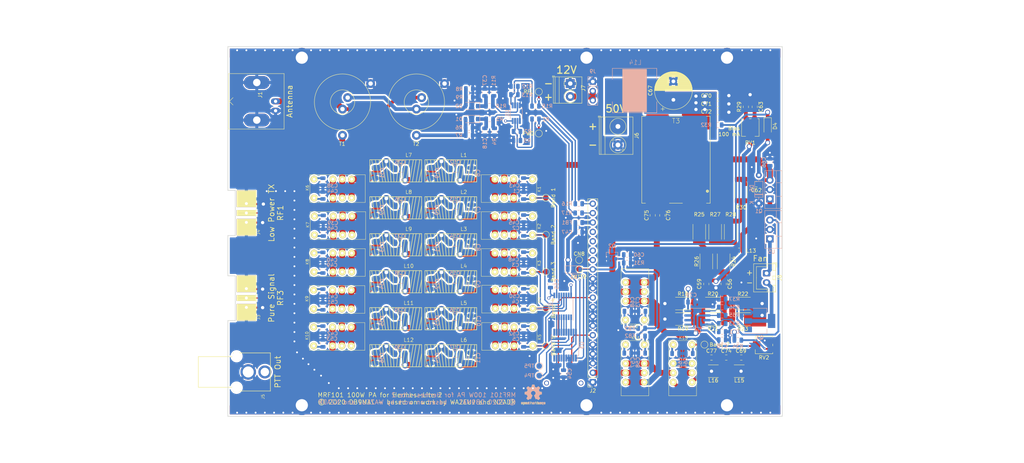
<source format=kicad_pcb>
(kicad_pcb (version 20171130) (host pcbnew "(5.1.5)-3")
  (title_block (title "Hermes-Lite 2.0") (date 2019-02-23) (rev 2.0-build8) (company SofterHardware) (comment 1 "KF7O Steve Haynal"))
  (layers (0 F.Cu signal) (1 In1.Cu signal) (2 In2.Cu signal) (31 B.Cu signal) (34 B.Paste user) (35 F.Paste user) (36 B.SilkS user) (37 F.SilkS user) (38 B.Mask user) (39 F.Mask user) (44 Edge.Cuts user))
  (net 0 "")
  (net 1 +3V3)
  (net 2 GND)
  (net 3 INTTR)
  (net 4 EXTTR)
  (net 5 Band1)
  (net 6 Band2)
  (net 7 Band3)
  (net 8 Band4)
  (net 9 Band5)
  (net 10 "Net-(C12-Pad1)")
  (net 11 "Net-(C13-Pad1)")
  (net 12 "Net-(C14-Pad1)")
  (net 13 "Net-(C15-Pad1)")
  (net 14 "Net-(C10-Pad2)")
  (net 15 "Net-(C11-Pad2)")
  (net 16 "Net-(C12-Pad2)")
  (net 17 "Net-(C13-Pad2)")
  (net 18 "Net-(C14-Pad2)")
  (net 19 "Net-(C15-Pad2)")
  (net 20 "Net-(C16-Pad2)")
  (net 21 "Net-(C17-Pad2)")
  (net 22 "Net-(C18-Pad2)")
  (net 23 "Net-(C25-Pad2)")
  (net 24 "Net-(C26-Pad2)")
  (net 25 "Net-(C27-Pad2)")
  (net 26 "Net-(C28-Pad2)")
  (net 27 "Net-(C29-Pad2)")
  (net 28 "Net-(C30-Pad2)")
  (net 29 "Net-(C37-Pad2)")
  (net 30 "Net-(C56-Pad2)")
  (net 31 "Net-(C56-Pad1)")
  (net 32 "Net-(C58-Pad1)")
  (net 33 "Net-(C59-Pad1)")
  (net 34 "Net-(C62-Pad1)")
  (net 35 "Net-(C62-Pad2)")
  (net 36 "Net-(C63-Pad2)")
  (net 37 Band7)
  (net 38 "Net-(C68-Pad1)")
  (net 39 "Net-(C69-Pad2)")
  (net 40 "Net-(C69-Pad1)")
  (net 41 "Net-(C74-Pad1)")
  (net 42 "Net-(C75-Pad2)")
  (net 43 TX_high)
  (net 44 "Net-(C77-Pad1)")
  (net 45 "Net-(D1-Pad2)")
  (net 46 "Net-(D2-Pad2)")
  (net 47 "Net-(D4-Pad2)")
  (net 48 "Net-(FB1-Pad2)")
  (net 49 "Net-(J1-Pad1)")
  (net 50 HL2_RF)
  (net 51 "Net-(J2-Pad6)")
  (net 52 "Net-(J2-Pad10)")
  (net 53 "Net-(J2-Pad14)")
  (net 54 SDA)
  (net 55 SCL)
  (net 56 "Net-(J2-Pad19)")
  (net 57 "Net-(J2-Pad20)")
  (net 58 "Net-(J6-Pad1)")
  (net 59 "Net-(K1-Pad2)")
  (net 60 Filter_In)
  (net 61 "Net-(K2-Pad2)")
  (net 62 "Net-(K3-Pad2)")
  (net 63 "Net-(K4-Pad2)")
  (net 64 "Net-(K6-Pad2)")
  (net 65 Filter_Out)
  (net 66 "Net-(K7-Pad2)")
  (net 67 "Net-(K8-Pad2)")
  (net 68 "Net-(K10-Pad3)")
  (net 69 "Net-(K11-Pad2)")
  (net 70 HL2_TX)
  (net 71 "Net-(K12-Pad2)")
  (net 72 "Net-(K13-Pad2)")
  (net 73 "Net-(L13-Pad2)")
  (net 74 "Net-(L13-Pad1)")
  (net 75 FWD_DET)
  (net 76 "Net-(R1-Pad2)")
  (net 77 "Net-(R2-Pad1)")
  (net 78 "Net-(R4-Pad2)")
  (net 79 "Net-(R10-Pad1)")
  (net 80 "Net-(R12-Pad1)")
  (net 81 "Net-(R13-Pad2)")
  (net 82 RFL_DET)
  (net 83 "Net-(R25-Pad2)")
  (net 84 "Net-(R27-Pad2)")
  (net 85 "Net-(R28-Pad2)")
  (net 86 "Net-(R29-Pad1)")
  (net 87 "Net-(TP4-Pad1)")
  (net 88 "Net-(TP5-Pad1)")
  (net 89 "Net-(U3-Pad7)")
  (net 90 "Net-(U3-Pad8)")
  (net 91 "Net-(U3-Pad10)")
  (net 92 "Net-(U3-Pad11)")
  (net 93 "Net-(U3-Pad12)")
  (net 94 "Net-(U3-Pad13)")
  (net 95 "Net-(U3-Pad14)")
  (net 96 "Net-(U3-Pad15)")
  (net 97 "Net-(U3-Pad16)")
  (net 98 "Net-(U3-Pad18)")
  (net 99 "Net-(C67-Pad1)")
  (net 100 "Net-(C61-Pad1)")
  (net 101 "Net-(C78-Pad1)")
  (net 102 +12V)
  (net 103 "Net-(J8-Pad2)")
  (net 104 "Net-(Q3-Pad1)")
  (net 105 "Net-(R33-Pad1)")
  (net 106 "Net-(R34-Pad2)")
  (net 107 "Net-(R35-Pad1)")
  (net 108 "Net-(U4-Pad2)")
  (net 109 "Net-(U4-Pad15)")
  (module Symbol:OSHW-Logo2_7.3x6mm_SilkScreen (layer B.Cu) (at 152.6 134.2 180)
    (fp_text reference REF** hide)
    (fp_text value OSHW-Logo2_7.3x6mm_SilkScreen hide)
  )
  (module Symbol:OSHW-Logo2_7.3x6mm_SilkScreen (layer F.Cu) (at 152.6 134.2)
    (fp_text reference REF** hide)
    (fp_text value OSHW-Logo2_7.3x6mm_SilkScreen hide)
  )
  (module n2adr:m3 (layer F.Cu) (at 205 137)
    (fp_text reference REF** hide)
    (fp_text value VAL**)
    (pad 1 thru_hole circle (at 0 0) (size 5.3 5.3) (drill 3.3) (layers *.Cu *.Mask) (net 2 GND))
  )
  (module n2adr:m3 (layer F.Cu) (at 205 43)
    (fp_text reference REF** hide)
    (fp_text value VAL**)
    (pad 1 thru_hole circle (at 0 0) (size 5.3 5.3) (drill 3.3) (layers *.Cu *.Mask) (net 2 GND))
  )
  (module n2adr:m3 (layer F.Cu) (at 90 137)
    (fp_text reference REF** hide)
    (fp_text value VAL**)
    (pad 1 thru_hole circle (at 0 0) (size 5.3 5.3) (drill 3.3) (layers *.Cu *.Mask) (net 2 GND))
  )
  (module n2adr:m3 (layer F.Cu) (at 167 137)
    (fp_text reference REF** hide)
    (fp_text value VAL**)
    (pad 1 thru_hole circle (at 0 0) (size 5.3 5.3) (drill 3.3) (layers *.Cu *.Mask) (net 2 GND))
  )
  (module n2adr:m3 (layer F.Cu) (at 167 43)
    (fp_text reference REF** hide)
    (fp_text value VAL**)
    (pad 1 thru_hole circle (at 0 0) (size 5.3 5.3) (drill 3.3) (layers *.Cu *.Mask) (net 2 GND))
  )
  (module n2adr:m3 (layer F.Cu) (at 90 43)
    (fp_text reference REF** hide)
    (fp_text value VAL**)
    (pad 1 thru_hole circle (at 0 0) (size 5.3 5.3) (drill 3.3) (layers *.Cu *.Mask) (net 2 GND))
  )
  (module TerminalBlock_Phoenix:TerminalBlock_Phoenix_PT-1,5-2-5.0-H_1x02_P5.00mm_Horizontal (layer F.Cu) (at 175.5 61.6 270)
    (fp_text reference J6 (at 2.5 -5.06 90) (layer F.SilkS))
    (fp_text value 50VDC)
    (pad 1 thru_hole rect (at 0 0 270) (size 2.6 2.6) (drill 1.3) (layers *.Cu *.Mask) (net 58 "Net-(J6-Pad1)"))
    (pad 2 thru_hole circle (at 5 0 270) (size 2.6 2.6) (drill 1.3) (layers *.Cu *.Mask) (net 2 GND))
  )
  (module TerminalBlock_Phoenix:TerminalBlock_Phoenix_PT-1,5-2-3.5-H_1x02_P3.50mm_Horizontal (layer F.Cu) (at 162.6 50 270)
    (fp_text reference J7 (at 1.25 -3.55 270) (layer F.SilkS))
    (fp_text value 12V)
    (pad 1 thru_hole circle (at 3.5 0 270) (size 2.4 2.4) (drill 1.2) (layers *.Cu *.Mask) (net 102 +12V))
    (pad 2 thru_hole rect (at 0 0 270) (size 2.4 2.4) (drill 1.2) (layers *.Cu *.Mask) (net 2 GND))
  )
  (module Potentiometer_SMD:Potentiometer_Bourns_3314J_Vertical (layer F.Cu) (at 211.3 61.9)
    (fp_text reference RV1 (at 0 4.1) (layer F.SilkS))
    (fp_text value 10k)
    (pad 3 smd rect (at -1.15 -2) (size 1.3 2) (layers F.Cu F.Paste F.Mask) (net 86 "Net-(R29-Pad1)"))
    (pad 2 smd rect (at 0 2) (size 2 2) (layers F.Cu F.Paste F.Mask) (net 33 "Net-(C59-Pad1)"))
    (pad 1 smd rect (at 1.15 -2) (size 1.3 2) (layers F.Cu F.Paste F.Mask) (net 36 "Net-(C63-Pad2)"))
  )
  (module Connector_PinSocket_2.54mm:PinSocket_1x20_P2.54mm_Vertical (layer F.Cu) (at 168.7 130.75 180)
    (fp_text reference J2 (at 0 -2.33) (layer F.SilkS))
    (fp_text value HL2)
    (pad 20 thru_hole oval (at 0 48.26 180) (size 1.7 1.7) (drill 1) (layers *.Cu *.Mask) (net 57 "Net-(J2-Pad20)"))
    (pad 19 thru_hole oval (at 0 45.72 180) (size 1.7 1.7) (drill 1) (layers *.Cu *.Mask) (net 56 "Net-(J2-Pad19)"))
    (pad 18 thru_hole oval (at 0 43.18 180) (size 1.7 1.7) (drill 1) (layers *.Cu *.Mask) (net 48 "Net-(FB1-Pad2)"))
    (pad 17 thru_hole oval (at 0 40.64 180) (size 1.7 1.7) (drill 1) (layers *.Cu *.Mask) (net 55 SCL))
    (pad 16 thru_hole oval (at 0 38.1 180) (size 1.7 1.7) (drill 1) (layers *.Cu *.Mask) (net 54 SDA))
    (pad 15 thru_hole oval (at 0 35.56 180) (size 1.7 1.7) (drill 1) (layers *.Cu *.Mask) (net 4 EXTTR))
    (pad 14 thru_hole oval (at 0 33.02 180) (size 1.7 1.7) (drill 1) (layers *.Cu *.Mask) (net 53 "Net-(J2-Pad14)"))
    (pad 13 thru_hole oval (at 0 30.48 180) (size 1.7 1.7) (drill 1) (layers *.Cu *.Mask) (net 3 INTTR))
    (pad 12 thru_hole oval (at 0 27.94 180) (size 1.7 1.7) (drill 1) (layers *.Cu *.Mask) (net 2 GND))
    (pad 11 thru_hole oval (at 0 25.4 180) (size 1.7 1.7) (drill 1) (layers *.Cu *.Mask) (net 2 GND))
    (pad 10 thru_hole oval (at 0 22.86 180) (size 1.7 1.7) (drill 1) (layers *.Cu *.Mask) (net 52 "Net-(J2-Pad10)"))
    (pad 9 thru_hole oval (at 0 20.32 180) (size 1.7 1.7) (drill 1) (layers *.Cu *.Mask) (net 2 GND))
    (pad 8 thru_hole oval (at 0 17.78 180) (size 1.7 1.7) (drill 1) (layers *.Cu *.Mask) (net 2 GND))
    (pad 7 thru_hole oval (at 0 15.24 180) (size 1.7 1.7) (drill 1) (layers *.Cu *.Mask) (net 2 GND))
    (pad 6 thru_hole oval (at 0 12.7 180) (size 1.7 1.7) (drill 1) (layers *.Cu *.Mask) (net 51 "Net-(J2-Pad6)"))
    (pad 5 thru_hole oval (at 0 10.16 180) (size 1.7 1.7) (drill 1) (layers *.Cu *.Mask) (net 2 GND))
    (pad 4 thru_hole oval (at 0 7.62 180) (size 1.7 1.7) (drill 1) (layers *.Cu *.Mask) (net 2 GND))
    (pad 3 thru_hole oval (at 0 5.08 180) (size 1.7 1.7) (drill 1) (layers *.Cu *.Mask) (net 2 GND))
    (pad 2 thru_hole oval (at 0 2.54 180) (size 1.7 1.7) (drill 1) (layers *.Cu *.Mask) (net 50 HL2_RF))
    (pad 1 thru_hole rect (at 0 0 180) (size 1.7 1.7) (drill 1) (layers *.Cu *.Mask) (net 2 GND))
  )
  (module Resistor_SMD:R_0805_2012Metric (layer F.Cu) (at 210.1 56.3 90)
    (fp_text reference R29 (at 0 -1.8 90) (layer F.SilkS))
    (fp_text value 2k)
    (pad 2 smd roundrect (at 0.9375 0 90) (size 0.975 1.4) (layers F.Cu F.Paste F.Mask) (net 2 GND))
    (pad 1 smd roundrect (at -0.9375 0 90) (size 0.975 1.4) (layers F.Cu F.Paste F.Mask) (net 86 "Net-(R29-Pad1)"))
  )
  (module n2adr:SignalCommunications-WE-DCT (layer F.Cu) (at 191.2 70.6 90)
    (fp_text reference T3 (at 10.5 0 180) (layer F.SilkS) (effects (font (size 1.27 1.27) (thickness 0.1016))))
    (fp_text value 744851330 hide)
    (pad 1 smd rect (at -10.2997 4.99872 90) (size 3.99796 5.99948) (layers F.Cu F.Paste F.Mask) (net 34 "Net-(C62-Pad1)"))
    (pad 2 smd rect (at -10.2997 -4.99872 90) (size 3.99796 5.99948) (layers F.Cu F.Paste F.Mask) (net 42 "Net-(C75-Pad2)"))
    (pad 3 smd rect (at 10.2997 -4.99872 90) (size 3.99796 5.99948) (layers F.Cu F.Paste F.Mask) (net 34 "Net-(C62-Pad1)"))
    (pad 4 smd rect (at 10.2997 4.99872 90) (size 3.99796 5.99948) (layers F.Cu F.Paste F.Mask) (net 99 "Net-(C67-Pad1)"))
  )
  (module T50:T50_Coupler (layer F.Cu) (at 129 50 180)
    (fp_text reference T2 (at 8.1 -16.3 180) (layer F.SilkS))
    (fp_text value Coupler)
    (pad 3 thru_hole circle (at 8 -14 180) (size 2.4 2.4) (drill 1.2) (layers *.Cu *.Mask) (net 45 "Net-(D1-Pad2)"))
    (pad 4 thru_hole circle (at 8 -6.9 180) (size 2.4 2.4) (drill 1.2) (layers *.Cu *.Mask) (net 46 "Net-(D2-Pad2)"))
    (pad 1 thru_hole circle (at 0.4 0 180) (size 2.4 2.4) (drill 1.2) (layers *.Cu *.Mask) (net 2 GND))
    (pad 2 thru_hole circle (at 6.6 -3.8 180) (size 2.4 2.4) (drill 1.2) (layers *.Cu *.Mask) (net 49 "Net-(J1-Pad1)"))
  )
  (module T50:T50_Coupler (layer F.Cu) (at 109 50 180)
    (fp_text reference T1 (at 8.1 -16.3 180) (layer F.SilkS))
    (fp_text value Coupler)
    (pad 3 thru_hole circle (at 8 -14 180) (size 2.4 2.4) (drill 1.2) (layers *.Cu *.Mask) (net 65 Filter_Out))
    (pad 4 thru_hole circle (at 8 -6.9 180) (size 2.4 2.4) (drill 1.2) (layers *.Cu *.Mask) (net 49 "Net-(J1-Pad1)"))
    (pad 1 thru_hole circle (at 0.4 0 180) (size 2.4 2.4) (drill 1.2) (layers *.Cu *.Mask) (net 2 GND))
    (pad 2 thru_hole circle (at 6.6 -3.8 180) (size 2.4 2.4) (drill 1.2) (layers *.Cu *.Mask) (net 46 "Net-(D2-Pad2)"))
  )
  (module Connector_Coaxial:BNC_Amphenol_B6252HB-NPP3G-50_Horizontal (layer F.Cu) (at 82.9 54.8 90)
    (fp_text reference J1 (at 1.75 -4.16 90) (layer F.SilkS))
    (fp_text value Antenna)
    (pad 2 thru_hole oval (at -2.54 0 90) (size 1.6 2.5) (drill 0.89) (layers *.Cu *.Mask) (net 2 GND))
    (pad 1 thru_hole oval (at 0 0 90) (size 1.6 2.5) (drill 0.89) (layers *.Cu *.Mask) (net 49 "Net-(J1-Pad1)"))
    (pad 2 thru_hole oval (at 5.08 -5.08 90) (size 3.5 7) (drill 2.01) (layers *.Cu *.Mask) (net 2 GND))
    (pad 2 thru_hole oval (at -5.08 -5.08 90) (size 3.5 7) (drill 2.01) (layers *.Cu *.Mask) (net 2 GND))
  )
  (module n2adr:SignalCommunications-WE-PF_7427929XXX (layer B.Cu) (at 180 51.9)
    (fp_text reference L14 (at 0.18034 -7.62508) (layer B.SilkS) (effects (font (size 1.27 1.27) (thickness 0.1016)) (justify mirror)))
    (fp_text value 7427929112 hide)
    (pad 1 smd rect (at -4.94792 0 270) (size 5.3975 2.89814) (layers B.Cu B.Paste B.Mask) (net 58 "Net-(J6-Pad1)"))
    (pad 2 smd rect (at 4.94792 0 270) (size 5.3975 2.89814) (layers B.Cu B.Paste B.Mask) (net 99 "Net-(C67-Pad1)"))
  )
  (module n2adr:RelayDPDT01 (layer F.Cu) (at 147.3 78.4 180)
    (fp_text reference K1 (at -6.9 -0.2 90) (layer F.SilkS) (effects (font (size 0.8 0.8) (thickness 0.1))))
    (fp_text value EC2-3NU)
    (pad 8 thru_hole circle (at -5.08 -2.54 180) (size 1.85 1.85) (drill 0.8) (layers *.Cu *.Mask F.SilkS) (net 5 Band1))
    (pad 7 thru_hole circle (at 0 -2.54 180) (size 1.85 1.85) (drill 0.8) (layers *.Cu *.Mask F.SilkS) (net 59 "Net-(K1-Pad2)"))
    (pad 6 thru_hole circle (at 2.54 -2.54 180) (size 1.85 1.85) (drill 0.8) (layers *.Cu *.Mask F.SilkS) (net 60 Filter_In))
    (pad 5 thru_hole circle (at 5.08 -2.54 180) (size 1.85 1.85) (drill 0.8) (layers *.Cu *.Mask F.SilkS) (net 10 "Net-(C12-Pad1)"))
    (pad 4 thru_hole circle (at 5.08 2.54 180) (size 1.85 1.85) (drill 0.8) (layers *.Cu *.Mask F.SilkS) (net 10 "Net-(C12-Pad1)"))
    (pad 3 thru_hole circle (at 2.54 2.54 180) (size 1.85 1.85) (drill 0.8) (layers *.Cu *.Mask F.SilkS) (net 60 Filter_In))
    (pad 2 thru_hole circle (at 0 2.54 180) (size 1.85 1.85) (drill 0.8) (layers *.Cu *.Mask F.SilkS) (net 59 "Net-(K1-Pad2)"))
    (pad 1 thru_hole circle (at -5.08 2.54 180) (size 1.85 1.85) (drill 0.8) (layers *.Cu *.Mask F.SilkS) (net 1 +3V3))
  )
  (module n2adr:RelayDPDT01 (layer F.Cu) (at 147.3 88.4 180)
    (fp_text reference K2 (at -6.9 -0.2 90) (layer F.SilkS) (effects (font (size 0.8 0.8) (thickness 0.1))))
    (fp_text value EC2-3NU)
    (pad 8 thru_hole circle (at -5.08 -2.54 180) (size 1.85 1.85) (drill 0.8) (layers *.Cu *.Mask F.SilkS) (net 6 Band2))
    (pad 7 thru_hole circle (at 0 -2.54 180) (size 1.85 1.85) (drill 0.8) (layers *.Cu *.Mask F.SilkS) (net 61 "Net-(K2-Pad2)"))
    (pad 6 thru_hole circle (at 2.54 -2.54 180) (size 1.85 1.85) (drill 0.8) (layers *.Cu *.Mask F.SilkS) (net 59 "Net-(K1-Pad2)"))
    (pad 5 thru_hole circle (at 5.08 -2.54 180) (size 1.85 1.85) (drill 0.8) (layers *.Cu *.Mask F.SilkS) (net 11 "Net-(C13-Pad1)"))
    (pad 4 thru_hole circle (at 5.08 2.54 180) (size 1.85 1.85) (drill 0.8) (layers *.Cu *.Mask F.SilkS) (net 11 "Net-(C13-Pad1)"))
    (pad 3 thru_hole circle (at 2.54 2.54 180) (size 1.85 1.85) (drill 0.8) (layers *.Cu *.Mask F.SilkS) (net 59 "Net-(K1-Pad2)"))
    (pad 2 thru_hole circle (at 0 2.54 180) (size 1.85 1.85) (drill 0.8) (layers *.Cu *.Mask F.SilkS) (net 61 "Net-(K2-Pad2)"))
    (pad 1 thru_hole circle (at -5.08 2.54 180) (size 1.85 1.85) (drill 0.8) (layers *.Cu *.Mask F.SilkS) (net 1 +3V3))
  )
  (module n2adr:RelayDPDT01 (layer F.Cu) (at 147.3 98.4 180)
    (fp_text reference K3 (at -6.9 -0.2 90) (layer F.SilkS) (effects (font (size 0.8 0.8) (thickness 0.1))))
    (fp_text value EC2-3NU)
    (pad 8 thru_hole circle (at -5.08 -2.54 180) (size 1.85 1.85) (drill 0.8) (layers *.Cu *.Mask F.SilkS) (net 7 Band3))
    (pad 7 thru_hole circle (at 0 -2.54 180) (size 1.85 1.85) (drill 0.8) (layers *.Cu *.Mask F.SilkS) (net 62 "Net-(K3-Pad2)"))
    (pad 6 thru_hole circle (at 2.54 -2.54 180) (size 1.85 1.85) (drill 0.8) (layers *.Cu *.Mask F.SilkS) (net 61 "Net-(K2-Pad2)"))
    (pad 5 thru_hole circle (at 5.08 -2.54 180) (size 1.85 1.85) (drill 0.8) (layers *.Cu *.Mask F.SilkS) (net 12 "Net-(C14-Pad1)"))
    (pad 4 thru_hole circle (at 5.08 2.54 180) (size 1.85 1.85) (drill 0.8) (layers *.Cu *.Mask F.SilkS) (net 12 "Net-(C14-Pad1)"))
    (pad 3 thru_hole circle (at 2.54 2.54 180) (size 1.85 1.85) (drill 0.8) (layers *.Cu *.Mask F.SilkS) (net 61 "Net-(K2-Pad2)"))
    (pad 2 thru_hole circle (at 0 2.54 180) (size 1.85 1.85) (drill 0.8) (layers *.Cu *.Mask F.SilkS) (net 62 "Net-(K3-Pad2)"))
    (pad 1 thru_hole circle (at -5.08 2.54 180) (size 1.85 1.85) (drill 0.8) (layers *.Cu *.Mask F.SilkS) (net 1 +3V3))
  )
  (module n2adr:RelayDPDT01 (layer F.Cu) (at 147.4 108.3 180)
    (fp_text reference K4 (at -6.9 -0.2 90) (layer F.SilkS) (effects (font (size 0.8 0.8) (thickness 0.1))))
    (fp_text value EC2-3NU)
    (pad 8 thru_hole circle (at -5.08 -2.54 180) (size 1.85 1.85) (drill 0.8) (layers *.Cu *.Mask F.SilkS) (net 8 Band4))
    (pad 7 thru_hole circle (at 0 -2.54 180) (size 1.85 1.85) (drill 0.8) (layers *.Cu *.Mask F.SilkS) (net 63 "Net-(K4-Pad2)"))
    (pad 6 thru_hole circle (at 2.54 -2.54 180) (size 1.85 1.85) (drill 0.8) (layers *.Cu *.Mask F.SilkS) (net 62 "Net-(K3-Pad2)"))
    (pad 5 thru_hole circle (at 5.08 -2.54 180) (size 1.85 1.85) (drill 0.8) (layers *.Cu *.Mask F.SilkS) (net 13 "Net-(C15-Pad1)"))
    (pad 4 thru_hole circle (at 5.08 2.54 180) (size 1.85 1.85) (drill 0.8) (layers *.Cu *.Mask F.SilkS) (net 13 "Net-(C15-Pad1)"))
    (pad 3 thru_hole circle (at 2.54 2.54 180) (size 1.85 1.85) (drill 0.8) (layers *.Cu *.Mask F.SilkS) (net 62 "Net-(K3-Pad2)"))
    (pad 2 thru_hole circle (at 0 2.54 180) (size 1.85 1.85) (drill 0.8) (layers *.Cu *.Mask F.SilkS) (net 63 "Net-(K4-Pad2)"))
    (pad 1 thru_hole circle (at -5.08 2.54 180) (size 1.85 1.85) (drill 0.8) (layers *.Cu *.Mask F.SilkS) (net 1 +3V3))
  )
  (module n2adr:RelayDPDT01 (layer F.Cu) (at 147.4 118.4 180)
    (fp_text reference K5 (at -6.9 -0.2 90) (layer F.SilkS) (effects (font (size 0.8 0.8) (thickness 0.1))))
    (fp_text value EC2-3NU)
    (pad 8 thru_hole circle (at -5.08 -2.54 180) (size 1.85 1.85) (drill 0.8) (layers *.Cu *.Mask F.SilkS) (net 9 Band5))
    (pad 7 thru_hole circle (at 0 -2.54 180) (size 1.85 1.85) (drill 0.8) (layers *.Cu *.Mask F.SilkS) (net 15 "Net-(C11-Pad2)"))
    (pad 6 thru_hole circle (at 2.54 -2.54 180) (size 1.85 1.85) (drill 0.8) (layers *.Cu *.Mask F.SilkS) (net 63 "Net-(K4-Pad2)"))
    (pad 5 thru_hole circle (at 5.08 -2.54 180) (size 1.85 1.85) (drill 0.8) (layers *.Cu *.Mask F.SilkS) (net 14 "Net-(C10-Pad2)"))
    (pad 4 thru_hole circle (at 5.08 2.54 180) (size 1.85 1.85) (drill 0.8) (layers *.Cu *.Mask F.SilkS) (net 14 "Net-(C10-Pad2)"))
    (pad 3 thru_hole circle (at 2.54 2.54 180) (size 1.85 1.85) (drill 0.8) (layers *.Cu *.Mask F.SilkS) (net 63 "Net-(K4-Pad2)"))
    (pad 2 thru_hole circle (at 0 2.54 180) (size 1.85 1.85) (drill 0.8) (layers *.Cu *.Mask F.SilkS) (net 15 "Net-(C11-Pad2)"))
    (pad 1 thru_hole circle (at -5.08 2.54 180) (size 1.85 1.85) (drill 0.8) (layers *.Cu *.Mask F.SilkS) (net 1 +3V3))
  )
  (module n2adr:RelayDPDT01 (layer F.Cu) (at 98.4 78.4)
    (fp_text reference K6 (at -6.9 -0.2 90) (layer F.SilkS) (effects (font (size 0.8 0.8) (thickness 0.1))))
    (fp_text value EC2-3NU)
    (pad 8 thru_hole circle (at -5.08 -2.54) (size 1.85 1.85) (drill 0.8) (layers *.Cu *.Mask F.SilkS) (net 5 Band1))
    (pad 7 thru_hole circle (at 0 -2.54) (size 1.85 1.85) (drill 0.8) (layers *.Cu *.Mask F.SilkS) (net 64 "Net-(K6-Pad2)"))
    (pad 6 thru_hole circle (at 2.54 -2.54) (size 1.85 1.85) (drill 0.8) (layers *.Cu *.Mask F.SilkS) (net 65 Filter_Out))
    (pad 5 thru_hole circle (at 5.08 -2.54) (size 1.85 1.85) (drill 0.8) (layers *.Cu *.Mask F.SilkS) (net 23 "Net-(C25-Pad2)"))
    (pad 4 thru_hole circle (at 5.08 2.54) (size 1.85 1.85) (drill 0.8) (layers *.Cu *.Mask F.SilkS) (net 23 "Net-(C25-Pad2)"))
    (pad 3 thru_hole circle (at 2.54 2.54) (size 1.85 1.85) (drill 0.8) (layers *.Cu *.Mask F.SilkS) (net 65 Filter_Out))
    (pad 2 thru_hole circle (at 0 2.54) (size 1.85 1.85) (drill 0.8) (layers *.Cu *.Mask F.SilkS) (net 64 "Net-(K6-Pad2)"))
    (pad 1 thru_hole circle (at -5.08 2.54) (size 1.85 1.85) (drill 0.8) (layers *.Cu *.Mask F.SilkS) (net 1 +3V3))
  )
  (module n2adr:RelayDPDT01 (layer F.Cu) (at 98.5 88.4)
    (fp_text reference K7 (at -6.9 -0.2 90) (layer F.SilkS) (effects (font (size 0.8 0.8) (thickness 0.1))))
    (fp_text value EC2-3NU)
    (pad 8 thru_hole circle (at -5.08 -2.54) (size 1.85 1.85) (drill 0.8) (layers *.Cu *.Mask F.SilkS) (net 6 Band2))
    (pad 7 thru_hole circle (at 0 -2.54) (size 1.85 1.85) (drill 0.8) (layers *.Cu *.Mask F.SilkS) (net 66 "Net-(K7-Pad2)"))
    (pad 6 thru_hole circle (at 2.54 -2.54) (size 1.85 1.85) (drill 0.8) (layers *.Cu *.Mask F.SilkS) (net 64 "Net-(K6-Pad2)"))
    (pad 5 thru_hole circle (at 5.08 -2.54) (size 1.85 1.85) (drill 0.8) (layers *.Cu *.Mask F.SilkS) (net 24 "Net-(C26-Pad2)"))
    (pad 4 thru_hole circle (at 5.08 2.54) (size 1.85 1.85) (drill 0.8) (layers *.Cu *.Mask F.SilkS) (net 24 "Net-(C26-Pad2)"))
    (pad 3 thru_hole circle (at 2.54 2.54) (size 1.85 1.85) (drill 0.8) (layers *.Cu *.Mask F.SilkS) (net 64 "Net-(K6-Pad2)"))
    (pad 2 thru_hole circle (at 0 2.54) (size 1.85 1.85) (drill 0.8) (layers *.Cu *.Mask F.SilkS) (net 66 "Net-(K7-Pad2)"))
    (pad 1 thru_hole circle (at -5.08 2.54) (size 1.85 1.85) (drill 0.8) (layers *.Cu *.Mask F.SilkS) (net 1 +3V3))
  )
  (module n2adr:RelayDPDT01 (layer F.Cu) (at 98.4 98.4)
    (fp_text reference K8 (at -6.9 -0.2 90) (layer F.SilkS) (effects (font (size 0.8 0.8) (thickness 0.1))))
    (fp_text value EC2-3NU)
    (pad 8 thru_hole circle (at -5.08 -2.54) (size 1.85 1.85) (drill 0.8) (layers *.Cu *.Mask F.SilkS) (net 7 Band3))
    (pad 7 thru_hole circle (at 0 -2.54) (size 1.85 1.85) (drill 0.8) (layers *.Cu *.Mask F.SilkS) (net 67 "Net-(K8-Pad2)"))
    (pad 6 thru_hole circle (at 2.54 -2.54) (size 1.85 1.85) (drill 0.8) (layers *.Cu *.Mask F.SilkS) (net 66 "Net-(K7-Pad2)"))
    (pad 5 thru_hole circle (at 5.08 -2.54) (size 1.85 1.85) (drill 0.8) (layers *.Cu *.Mask F.SilkS) (net 25 "Net-(C27-Pad2)"))
    (pad 4 thru_hole circle (at 5.08 2.54) (size 1.85 1.85) (drill 0.8) (layers *.Cu *.Mask F.SilkS) (net 25 "Net-(C27-Pad2)"))
    (pad 3 thru_hole circle (at 2.54 2.54) (size 1.85 1.85) (drill 0.8) (layers *.Cu *.Mask F.SilkS) (net 66 "Net-(K7-Pad2)"))
    (pad 2 thru_hole circle (at 0 2.54) (size 1.85 1.85) (drill 0.8) (layers *.Cu *.Mask F.SilkS) (net 67 "Net-(K8-Pad2)"))
    (pad 1 thru_hole circle (at -5.08 2.54) (size 1.85 1.85) (drill 0.8) (layers *.Cu *.Mask F.SilkS) (net 1 +3V3))
  )
  (module n2adr:RelayDPDT01 (layer F.Cu) (at 98.3 108.4)
    (fp_text reference K9 (at -6.9 -0.2 90) (layer F.SilkS) (effects (font (size 0.8 0.8) (thickness 0.1))))
    (fp_text value EC2-3NU)
    (pad 8 thru_hole circle (at -5.08 -2.54) (size 1.85 1.85) (drill 0.8) (layers *.Cu *.Mask F.SilkS) (net 8 Band4))
    (pad 7 thru_hole circle (at 0 -2.54) (size 1.85 1.85) (drill 0.8) (layers *.Cu *.Mask F.SilkS) (net 68 "Net-(K10-Pad3)"))
    (pad 6 thru_hole circle (at 2.54 -2.54) (size 1.85 1.85) (drill 0.8) (layers *.Cu *.Mask F.SilkS) (net 67 "Net-(K8-Pad2)"))
    (pad 5 thru_hole circle (at 5.08 -2.54) (size 1.85 1.85) (drill 0.8) (layers *.Cu *.Mask F.SilkS) (net 26 "Net-(C28-Pad2)"))
    (pad 4 thru_hole circle (at 5.08 2.54) (size 1.85 1.85) (drill 0.8) (layers *.Cu *.Mask F.SilkS) (net 26 "Net-(C28-Pad2)"))
    (pad 3 thru_hole circle (at 2.54 2.54) (size 1.85 1.85) (drill 0.8) (layers *.Cu *.Mask F.SilkS) (net 67 "Net-(K8-Pad2)"))
    (pad 2 thru_hole circle (at 0 2.54) (size 1.85 1.85) (drill 0.8) (layers *.Cu *.Mask F.SilkS) (net 68 "Net-(K10-Pad3)"))
    (pad 1 thru_hole circle (at -5.08 2.54) (size 1.85 1.85) (drill 0.8) (layers *.Cu *.Mask F.SilkS) (net 1 +3V3))
  )
  (module n2adr:RelayDPDT01 (layer F.Cu) (at 98.3 118.4)
    (fp_text reference K10 (at -6.9 -0.2 90) (layer F.SilkS) (effects (font (size 0.8 0.8) (thickness 0.1))))
    (fp_text value EC2-3NU)
    (pad 8 thru_hole circle (at -5.08 -2.54) (size 1.85 1.85) (drill 0.8) (layers *.Cu *.Mask F.SilkS) (net 9 Band5))
    (pad 7 thru_hole circle (at 0 -2.54) (size 1.85 1.85) (drill 0.8) (layers *.Cu *.Mask F.SilkS) (net 28 "Net-(C30-Pad2)"))
    (pad 6 thru_hole circle (at 2.54 -2.54) (size 1.85 1.85) (drill 0.8) (layers *.Cu *.Mask F.SilkS) (net 68 "Net-(K10-Pad3)"))
    (pad 5 thru_hole circle (at 5.08 -2.54) (size 1.85 1.85) (drill 0.8) (layers *.Cu *.Mask F.SilkS) (net 27 "Net-(C29-Pad2)"))
    (pad 4 thru_hole circle (at 5.08 2.54) (size 1.85 1.85) (drill 0.8) (layers *.Cu *.Mask F.SilkS) (net 27 "Net-(C29-Pad2)"))
    (pad 3 thru_hole circle (at 2.54 2.54) (size 1.85 1.85) (drill 0.8) (layers *.Cu *.Mask F.SilkS) (net 68 "Net-(K10-Pad3)"))
    (pad 2 thru_hole circle (at 0 2.54) (size 1.85 1.85) (drill 0.8) (layers *.Cu *.Mask F.SilkS) (net 28 "Net-(C30-Pad2)"))
    (pad 1 thru_hole circle (at -5.08 2.54) (size 1.85 1.85) (drill 0.8) (layers *.Cu *.Mask F.SilkS) (net 1 +3V3))
  )
  (module n2adr:RelayDPDT01 (layer F.Cu) (at 180.1 125.7 270)
    (fp_text reference K11 (at -6.9 -0.2) (layer F.SilkS) (effects (font (size 0.8 0.8) (thickness 0.1))))
    (fp_text value EC2-3NU)
    (pad 8 thru_hole circle (at -5.08 -2.54 270) (size 1.85 1.85) (drill 0.8) (layers *.Cu *.Mask F.SilkS) (net 32 "Net-(C58-Pad1)"))
    (pad 7 thru_hole circle (at 0 -2.54 270) (size 1.85 1.85) (drill 0.8) (layers *.Cu *.Mask F.SilkS) (net 69 "Net-(K11-Pad2)"))
    (pad 6 thru_hole circle (at 2.54 -2.54 270) (size 1.85 1.85) (drill 0.8) (layers *.Cu *.Mask F.SilkS) (net 50 HL2_RF))
    (pad 5 thru_hole circle (at 5.08 -2.54 270) (size 1.85 1.85) (drill 0.8) (layers *.Cu *.Mask F.SilkS) (net 70 HL2_TX))
    (pad 4 thru_hole circle (at 5.08 2.54 270) (size 1.85 1.85) (drill 0.8) (layers *.Cu *.Mask F.SilkS) (net 70 HL2_TX))
    (pad 3 thru_hole circle (at 2.54 2.54 270) (size 1.85 1.85) (drill 0.8) (layers *.Cu *.Mask F.SilkS) (net 50 HL2_RF))
    (pad 2 thru_hole circle (at 0 2.54 270) (size 1.85 1.85) (drill 0.8) (layers *.Cu *.Mask F.SilkS) (net 69 "Net-(K11-Pad2)"))
    (pad 1 thru_hole circle (at -5.08 2.54 270) (size 1.85 1.85) (drill 0.8) (layers *.Cu *.Mask F.SilkS) (net 1 +3V3))
  )
  (module n2adr:RelayDPDT01 (layer F.Cu) (at 180.1 108.84 90)
    (fp_text reference K12 (at -6.9 -0.2) (layer F.SilkS) (effects (font (size 0.8 0.8) (thickness 0.1))))
    (fp_text value EC2-3NU)
    (pad 8 thru_hole circle (at -5.08 -2.54 90) (size 1.85 1.85) (drill 0.8) (layers *.Cu *.Mask F.SilkS) (net 38 "Net-(C68-Pad1)"))
    (pad 7 thru_hole circle (at 0 -2.54 90) (size 1.85 1.85) (drill 0.8) (layers *.Cu *.Mask F.SilkS) (net 71 "Net-(K12-Pad2)"))
    (pad 6 thru_hole circle (at 2.54 -2.54 90) (size 1.85 1.85) (drill 0.8) (layers *.Cu *.Mask F.SilkS) (net 60 Filter_In))
    (pad 5 thru_hole circle (at 5.08 -2.54 90) (size 1.85 1.85) (drill 0.8) (layers *.Cu *.Mask F.SilkS) (net 43 TX_high))
    (pad 4 thru_hole circle (at 5.08 2.54 90) (size 1.85 1.85) (drill 0.8) (layers *.Cu *.Mask F.SilkS) (net 43 TX_high))
    (pad 3 thru_hole circle (at 2.54 2.54 90) (size 1.85 1.85) (drill 0.8) (layers *.Cu *.Mask F.SilkS) (net 60 Filter_In))
    (pad 2 thru_hole circle (at 0 2.54 90) (size 1.85 1.85) (drill 0.8) (layers *.Cu *.Mask F.SilkS) (net 71 "Net-(K12-Pad2)"))
    (pad 1 thru_hole circle (at -5.08 2.54 90) (size 1.85 1.85) (drill 0.8) (layers *.Cu *.Mask F.SilkS) (net 1 +3V3))
  )
  (module n2adr:RelayDPDT01 (layer F.Cu) (at 193 125.7 270)
    (fp_text reference K13 (at -6.9 -0.2) (layer F.SilkS) (effects (font (size 0.8 0.8) (thickness 0.1))))
    (fp_text value EC2-3NU)
    (pad 8 thru_hole circle (at -5.08 -2.54 270) (size 1.85 1.85) (drill 0.8) (layers *.Cu *.Mask F.SilkS) (net 37 Band7))
    (pad 7 thru_hole circle (at 0 -2.54 270) (size 1.85 1.85) (drill 0.8) (layers *.Cu *.Mask F.SilkS) (net 72 "Net-(K13-Pad2)"))
    (pad 6 thru_hole circle (at 2.54 -2.54 270) (size 1.85 1.85) (drill 0.8) (layers *.Cu *.Mask F.SilkS) (net 71 "Net-(K12-Pad2)"))
    (pad 5 thru_hole circle (at 5.08 -2.54 270) (size 1.85 1.85) (drill 0.8) (layers *.Cu *.Mask F.SilkS) (net 44 "Net-(C77-Pad1)"))
    (pad 4 thru_hole circle (at 5.08 2.54 270) (size 1.85 1.85) (drill 0.8) (layers *.Cu *.Mask F.SilkS) (net 39 "Net-(C69-Pad2)"))
    (pad 3 thru_hole circle (at 2.54 2.54 270) (size 1.85 1.85) (drill 0.8) (layers *.Cu *.Mask F.SilkS) (net 69 "Net-(K11-Pad2)"))
    (pad 2 thru_hole circle (at 0 2.54 270) (size 1.85 1.85) (drill 0.8) (layers *.Cu *.Mask F.SilkS) (net 72 "Net-(K13-Pad2)"))
    (pad 1 thru_hole circle (at -5.08 2.54 270) (size 1.85 1.85) (drill 0.8) (layers *.Cu *.Mask F.SilkS) (net 1 +3V3))
  )
  (module T50:T50_V_THT (layer F.Cu) (at 130.3 73.6 180)
    (fp_text reference L1 (at -3.5 4.25) (layer F.SilkS) (effects (font (thickness 0.125))))
    (fp_text value 3.1u)
    (pad 2 thru_hole circle (at 2.54 2.54 180) (size 1.85 1.85) (drill 1) (layers *.Cu *.Mask) (net 16 "Net-(C12-Pad2)"))
    (pad 1 thru_hole circle (at -2.54 -2.5 180) (size 1.85 1.85) (drill 1) (layers *.Cu *.Mask) (net 10 "Net-(C12-Pad1)"))
  )
  (module T50:T50_V_THT (layer F.Cu) (at 130.3 83.6 180)
    (fp_text reference L2 (at -3.5 4.25) (layer F.SilkS) (effects (font (thickness 0.125))))
    (fp_text value 1.7u)
    (pad 1 thru_hole circle (at -2.54 -2.5 180) (size 1.85 1.85) (drill 1) (layers *.Cu *.Mask) (net 11 "Net-(C13-Pad1)"))
    (pad 2 thru_hole circle (at 2.54 2.54 180) (size 1.85 1.85) (drill 1) (layers *.Cu *.Mask) (net 17 "Net-(C13-Pad2)"))
  )
  (module T50:T50_V_THT (layer F.Cu) (at 130.3 93.6 180)
    (fp_text reference L3 (at -3.5 4.25) (layer F.SilkS) (effects (font (thickness 0.125))))
    (fp_text value 1.1u)
    (pad 1 thru_hole circle (at -2.54 -2.5 180) (size 1.85 1.85) (drill 1) (layers *.Cu *.Mask) (net 12 "Net-(C14-Pad1)"))
    (pad 2 thru_hole circle (at 2.54 2.54 180) (size 1.85 1.85) (drill 1) (layers *.Cu *.Mask) (net 18 "Net-(C14-Pad2)"))
  )
  (module T50:T50_V_THT (layer F.Cu) (at 130.3 103.6 180)
    (fp_text reference L4 (at -3.5 4.25) (layer F.SilkS) (effects (font (thickness 0.125))))
    (fp_text value 680n)
    (pad 2 thru_hole circle (at 2.54 2.54 180) (size 1.85 1.85) (drill 1) (layers *.Cu *.Mask) (net 19 "Net-(C15-Pad2)"))
    (pad 1 thru_hole circle (at -2.54 -2.5 180) (size 1.85 1.85) (drill 1) (layers *.Cu *.Mask) (net 13 "Net-(C15-Pad1)"))
  )
  (module T50:T50_V_THT (layer F.Cu) (at 130.3 113.6 180)
    (fp_text reference L5 (at -3.5 4.25) (layer F.SilkS) (effects (font (thickness 0.125))))
    (fp_text value 385n)
    (pad 2 thru_hole circle (at 2.54 2.54 180) (size 1.85 1.85) (drill 1) (layers *.Cu *.Mask) (net 20 "Net-(C16-Pad2)"))
    (pad 1 thru_hole circle (at -2.54 -2.5 180) (size 1.85 1.85) (drill 1) (layers *.Cu *.Mask) (net 14 "Net-(C10-Pad2)"))
  )
  (module T50:T50_V_THT (layer F.Cu) (at 130.3 123.6 180)
    (fp_text reference L6 (at -3.5 4.25) (layer F.SilkS) (effects (font (thickness 0.125))))
    (fp_text value 224n)
    (pad 2 thru_hole circle (at 2.54 2.54 180) (size 1.85 1.85) (drill 1) (layers *.Cu *.Mask) (net 21 "Net-(C17-Pad2)"))
    (pad 1 thru_hole circle (at -2.54 -2.5 180) (size 1.85 1.85) (drill 1) (layers *.Cu *.Mask) (net 15 "Net-(C11-Pad2)"))
  )
  (module T50:T50_V_THT (layer F.Cu) (at 115.4 73.6 180)
    (fp_text reference L7 (at -3.5 4.25) (layer F.SilkS) (effects (font (thickness 0.125))))
    (fp_text value 3.1u)
    (pad 2 thru_hole circle (at 2.54 2.54 180) (size 1.85 1.85) (drill 1) (layers *.Cu *.Mask) (net 23 "Net-(C25-Pad2)"))
    (pad 1 thru_hole circle (at -2.54 -2.5 180) (size 1.85 1.85) (drill 1) (layers *.Cu *.Mask) (net 16 "Net-(C12-Pad2)"))
  )
  (module T50:T50_V_THT (layer F.Cu) (at 115.4 83.6 180)
    (fp_text reference L8 (at -3.5 4.25) (layer F.SilkS) (effects (font (thickness 0.125))))
    (fp_text value 1.7u)
    (pad 1 thru_hole circle (at -2.54 -2.5 180) (size 1.85 1.85) (drill 1) (layers *.Cu *.Mask) (net 17 "Net-(C13-Pad2)"))
    (pad 2 thru_hole circle (at 2.54 2.54 180) (size 1.85 1.85) (drill 1) (layers *.Cu *.Mask) (net 24 "Net-(C26-Pad2)"))
  )
  (module T50:T50_V_THT (layer F.Cu) (at 115.4 93.6 180)
    (fp_text reference L9 (at -3.5 4.25) (layer F.SilkS) (effects (font (thickness 0.125))))
    (fp_text value 1.1u)
    (pad 2 thru_hole circle (at 2.54 2.54 180) (size 1.85 1.85) (drill 1) (layers *.Cu *.Mask) (net 25 "Net-(C27-Pad2)"))
    (pad 1 thru_hole circle (at -2.54 -2.5 180) (size 1.85 1.85) (drill 1) (layers *.Cu *.Mask) (net 18 "Net-(C14-Pad2)"))
  )
  (module T50:T50_V_THT (layer F.Cu) (at 115.4 103.6 180)
    (fp_text reference L10 (at -3.5 4.25) (layer F.SilkS) (effects (font (thickness 0.125))))
    (fp_text value 680n)
    (pad 2 thru_hole circle (at 2.54 2.54 180) (size 1.85 1.85) (drill 1) (layers *.Cu *.Mask) (net 26 "Net-(C28-Pad2)"))
    (pad 1 thru_hole circle (at -2.54 -2.5 180) (size 1.85 1.85) (drill 1) (layers *.Cu *.Mask) (net 19 "Net-(C15-Pad2)"))
  )
  (module T50:T50_V_THT (layer F.Cu) (at 115.4 113.6 180)
    (fp_text reference L11 (at -3.5 4.25) (layer F.SilkS) (effects (font (thickness 0.125))))
    (fp_text value 385n)
    (pad 2 thru_hole circle (at 2.54 2.54 180) (size 1.85 1.85) (drill 1) (layers *.Cu *.Mask) (net 27 "Net-(C29-Pad2)"))
    (pad 1 thru_hole circle (at -2.54 -2.5 180) (size 1.85 1.85) (drill 1) (layers *.Cu *.Mask) (net 20 "Net-(C16-Pad2)"))
  )
  (module T50:T50_V_THT (layer F.Cu) (at 115.4 123.6 180)
    (fp_text reference L12 (at -3.5 4.25) (layer F.SilkS) (effects (font (thickness 0.125))))
    (fp_text value 224n)
    (pad 2 thru_hole circle (at 2.54 2.54 180) (size 1.85 1.85) (drill 1) (layers *.Cu *.Mask) (net 28 "Net-(C30-Pad2)"))
    (pad 1 thru_hole circle (at -2.54 -2.5 180) (size 1.85 1.85) (drill 1) (layers *.Cu *.Mask) (net 21 "Net-(C17-Pad2)"))
  )
  (module Capacitor_SMD:C_0805_2012Metric (layer B.Cu) (at 150 80.3 270)
    (fp_text reference C1 (at -1.2 2) (layer B.SilkS) (effects (justify mirror)))
    (fp_text value 100n)
    (pad 2 smd roundrect (at 0.9375 0 270) (size 0.975 1.4) (layers B.Cu B.Paste B.Mask) (net 5 Band1))
    (pad 1 smd roundrect (at -0.9375 0 270) (size 0.975 1.4) (layers B.Cu B.Paste B.Mask) (net 2 GND))
  )
  (module Capacitor_SMD:C_0805_2012Metric (layer B.Cu) (at 150 90.2625 270)
    (fp_text reference C2 (at -1.1625 2.1 180) (layer B.SilkS) (effects (justify mirror)))
    (fp_text value 100n)
    (pad 1 smd roundrect (at -0.9375 0 270) (size 0.975 1.4) (layers B.Cu B.Paste B.Mask) (net 2 GND))
    (pad 2 smd roundrect (at 0.9375 0 270) (size 0.975 1.4) (layers B.Cu B.Paste B.Mask) (net 6 Band2))
  )
  (module Capacitor_SMD:C_0805_2012Metric (layer B.Cu) (at 150 100.2625 270)
    (fp_text reference C3 (at -1.1625 2.2 180) (layer B.SilkS) (effects (justify mirror)))
    (fp_text value 100n)
    (pad 1 smd roundrect (at -0.9375 0 270) (size 0.975 1.4) (layers B.Cu B.Paste B.Mask) (net 2 GND))
    (pad 2 smd roundrect (at 0.9375 0 270) (size 0.975 1.4) (layers B.Cu B.Paste B.Mask) (net 7 Band3))
  )
  (module Capacitor_SMD:C_0805_2012Metric (layer B.Cu) (at 150 110.2 270)
    (fp_text reference C4 (at -1.2 2.2 180) (layer B.SilkS) (effects (justify mirror)))
    (fp_text value 100n)
    (pad 1 smd roundrect (at -0.9375 0 270) (size 0.975 1.4) (layers B.Cu B.Paste B.Mask) (net 2 GND))
    (pad 2 smd roundrect (at 0.9375 0 270) (size 0.975 1.4) (layers B.Cu B.Paste B.Mask) (net 8 Band4))
  )
  (module Capacitor_SMD:C_0805_2012Metric (layer B.Cu) (at 150 120.2625 270)
    (fp_text reference C5 (at -1.1625 2.1 180) (layer B.SilkS) (effects (justify mirror)))
    (fp_text value 100n)
    (pad 2 smd roundrect (at 0.9375 0 270) (size 0.975 1.4) (layers B.Cu B.Paste B.Mask) (net 9 Band5))
    (pad 1 smd roundrect (at -0.9375 0 270) (size 0.975 1.4) (layers B.Cu B.Paste B.Mask) (net 2 GND))
  )
  (module Capacitor_SMD:C_1206_3216Metric (layer B.Cu) (at 135.9 74.2 270)
    (fp_text reference C6 (at 0 -1.8 90) (layer B.SilkS) (effects (justify mirror)))
    (fp_text value 1200p)
    (pad 1 smd roundrect (at -1.4 0 270) (size 1.25 1.75) (layers B.Cu B.Paste B.Mask) (roundrect_rratio 0.2) (net 2 GND))
    (pad 2 smd roundrect (at 1.4 0 270) (size 1.25 1.75) (layers B.Cu B.Paste B.Mask) (roundrect_rratio 0.2) (net 10 "Net-(C12-Pad1)"))
  )
  (module Capacitor_SMD:C_1206_3216Metric (layer B.Cu) (at 135.9 84.2 270)
    (fp_text reference C7 (at 0 -1.9 90) (layer B.SilkS) (effects (justify mirror)))
    (fp_text value 560p)
    (pad 2 smd roundrect (at 1.4 0 270) (size 1.25 1.75) (layers B.Cu B.Paste B.Mask) (roundrect_rratio 0.2) (net 11 "Net-(C13-Pad1)"))
    (pad 1 smd roundrect (at -1.4 0 270) (size 1.25 1.75) (layers B.Cu B.Paste B.Mask) (roundrect_rratio 0.2) (net 2 GND))
  )
  (module Capacitor_SMD:C_1206_3216Metric (layer B.Cu) (at 135.8 94.2 270)
    (fp_text reference C8 (at 0.1 -2 90) (layer B.SilkS) (effects (justify mirror)))
    (fp_text value 560p)
    (pad 2 smd roundrect (at 1.4 0 270) (size 1.25 1.75) (layers B.Cu B.Paste B.Mask) (roundrect_rratio 0.2) (net 12 "Net-(C14-Pad1)"))
    (pad 1 smd roundrect (at -1.4 0 270) (size 1.25 1.75) (layers B.Cu B.Paste B.Mask) (roundrect_rratio 0.2) (net 2 GND))
  )
  (module Capacitor_SMD:C_1206_3216Metric (layer B.Cu) (at 135.8 104.2 270)
    (fp_text reference C9 (at 0 -2 90) (layer B.SilkS) (effects (justify mirror)))
    (fp_text value 390p)
    (pad 2 smd roundrect (at 1.4 0 270) (size 1.25 1.75) (layers B.Cu B.Paste B.Mask) (roundrect_rratio 0.2) (net 13 "Net-(C15-Pad1)"))
    (pad 1 smd roundrect (at -1.4 0 270) (size 1.25 1.75) (layers B.Cu B.Paste B.Mask) (roundrect_rratio 0.2) (net 2 GND))
  )
  (module Capacitor_SMD:C_1206_3216Metric (layer B.Cu) (at 135.8 114.2 270)
    (fp_text reference C10 (at 0 -2.1 90) (layer B.SilkS) (effects (justify mirror)))
    (fp_text value 180p)
    (pad 1 smd roundrect (at -1.4 0 270) (size 1.25 1.75) (layers B.Cu B.Paste B.Mask) (roundrect_rratio 0.2) (net 2 GND))
    (pad 2 smd roundrect (at 1.4 0 270) (size 1.25 1.75) (layers B.Cu B.Paste B.Mask) (roundrect_rratio 0.2) (net 14 "Net-(C10-Pad2)"))
  )
  (module Capacitor_SMD:C_1206_3216Metric (layer B.Cu) (at 135.8 124.2 270)
    (fp_text reference C11 (at 0 -1.9 90) (layer B.SilkS) (effects (justify mirror)))
    (fp_text value 100p)
    (pad 1 smd roundrect (at -1.4 0 270) (size 1.25 1.75) (layers B.Cu B.Paste B.Mask) (roundrect_rratio 0.2) (net 2 GND))
    (pad 2 smd roundrect (at 1.4 0 270) (size 1.25 1.75) (layers B.Cu B.Paste B.Mask) (roundrect_rratio 0.2) (net 15 "Net-(C11-Pad2)"))
  )
  (module Capacitor_SMD:C_1206_3216Metric (layer B.Cu) (at 131.5 73.1 180)
    (fp_text reference C12 (at 0 1.82 180) (layer B.SilkS) (effects (justify mirror)))
    (fp_text value 470p)
    (pad 2 smd roundrect (at 1.4 0 180) (size 1.25 1.75) (layers B.Cu B.Paste B.Mask) (roundrect_rratio 0.2) (net 16 "Net-(C12-Pad2)"))
    (pad 1 smd roundrect (at -1.4 0 180) (size 1.25 1.75) (layers B.Cu B.Paste B.Mask) (roundrect_rratio 0.2) (net 10 "Net-(C12-Pad1)"))
  )
  (module Capacitor_SMD:C_1206_3216Metric (layer B.Cu) (at 131.5 83.1 180)
    (fp_text reference C13 (at 0 1.82) (layer B.SilkS) (effects (justify mirror)))
    (fp_text value 220p)
    (pad 1 smd roundrect (at -1.4 0 180) (size 1.25 1.75) (layers B.Cu B.Paste B.Mask) (roundrect_rratio 0.2) (net 11 "Net-(C13-Pad1)"))
    (pad 2 smd roundrect (at 1.4 0 180) (size 1.25 1.75) (layers B.Cu B.Paste B.Mask) (roundrect_rratio 0.2) (net 17 "Net-(C13-Pad2)"))
  )
  (module Capacitor_SMD:C_1206_3216Metric (layer B.Cu) (at 131.4 93.1 180)
    (fp_text reference C14 (at 0 1.82) (layer B.SilkS) (effects (justify mirror)))
    (fp_text value 150p)
    (pad 1 smd roundrect (at -1.4 0 180) (size 1.25 1.75) (layers B.Cu B.Paste B.Mask) (roundrect_rratio 0.2) (net 12 "Net-(C14-Pad1)"))
    (pad 2 smd roundrect (at 1.4 0 180) (size 1.25 1.75) (layers B.Cu B.Paste B.Mask) (roundrect_rratio 0.2) (net 18 "Net-(C14-Pad2)"))
  )
  (module Capacitor_SMD:C_1206_3216Metric (layer B.Cu) (at 131.4 103.1 180)
    (fp_text reference C15 (at 0 1.82) (layer B.SilkS) (effects (justify mirror)))
    (fp_text value 120p)
    (pad 1 smd roundrect (at -1.4 0 180) (size 1.25 1.75) (layers B.Cu B.Paste B.Mask) (roundrect_rratio 0.2) (net 13 "Net-(C15-Pad1)"))
    (pad 2 smd roundrect (at 1.4 0 180) (size 1.25 1.75) (layers B.Cu B.Paste B.Mask) (roundrect_rratio 0.2) (net 19 "Net-(C15-Pad2)"))
  )
  (module Capacitor_SMD:C_1206_3216Metric (layer B.Cu) (at 131.4 113.1 180)
    (fp_text reference C16 (at 0 1.82) (layer B.SilkS) (effects (justify mirror)))
    (fp_text value 56p)
    (pad 2 smd roundrect (at 1.4 0 180) (size 1.25 1.75) (layers B.Cu B.Paste B.Mask) (roundrect_rratio 0.2) (net 20 "Net-(C16-Pad2)"))
    (pad 1 smd roundrect (at -1.4 0 180) (size 1.25 1.75) (layers B.Cu B.Paste B.Mask) (roundrect_rratio 0.2) (net 14 "Net-(C10-Pad2)"))
  )
  (module Capacitor_SMD:C_1206_3216Metric (layer B.Cu) (at 131.5 123.1 180)
    (fp_text reference C17 (at 0 1.82) (layer B.SilkS) (effects (justify mirror)))
    (fp_text value 39p)
    (pad 2 smd roundrect (at 1.4 0 180) (size 1.25 1.75) (layers B.Cu B.Paste B.Mask) (roundrect_rratio 0.2) (net 21 "Net-(C17-Pad2)"))
    (pad 1 smd roundrect (at -1.4 0 180) (size 1.25 1.75) (layers B.Cu B.Paste B.Mask) (roundrect_rratio 0.2) (net 15 "Net-(C11-Pad2)"))
  )
  (module Capacitor_SMD:C_0805_2012Metric (layer B.Cu) (at 139.5 63.0375 90)
    (fp_text reference C18 (at -3.1625 0 90) (layer B.SilkS) (effects (justify mirror)))
    (fp_text value 100n)
    (pad 2 smd roundrect (at 0.9375 0 90) (size 0.975 1.4) (layers B.Cu B.Paste B.Mask) (net 22 "Net-(C18-Pad2)"))
    (pad 1 smd roundrect (at -0.9375 0 90) (size 0.975 1.4) (layers B.Cu B.Paste B.Mask) (net 2 GND))
  )
  (module Capacitor_SMD:C_1206_3216Metric (layer B.Cu) (at 124.7 74.2 90)
    (fp_text reference C19 (at 0 1.9 90) (layer B.SilkS) (effects (justify mirror)))
    (fp_text value 2200p)
    (pad 2 smd roundrect (at 1.4 0 90) (size 1.25 1.75) (layers B.Cu B.Paste B.Mask) (roundrect_rratio 0.2) (net 16 "Net-(C12-Pad2)"))
    (pad 1 smd roundrect (at -1.4 0 90) (size 1.25 1.75) (layers B.Cu B.Paste B.Mask) (roundrect_rratio 0.2) (net 2 GND))
  )
  (module Capacitor_SMD:C_1206_3216Metric (layer B.Cu) (at 124.7 84.2 90)
    (fp_text reference C20 (at 0 1.82 90) (layer B.SilkS) (effects (justify mirror)))
    (fp_text value 1200p)
    (pad 1 smd roundrect (at -1.4 0 90) (size 1.25 1.75) (layers B.Cu B.Paste B.Mask) (roundrect_rratio 0.2) (net 2 GND))
    (pad 2 smd roundrect (at 1.4 0 90) (size 1.25 1.75) (layers B.Cu B.Paste B.Mask) (roundrect_rratio 0.2) (net 17 "Net-(C13-Pad2)"))
  )
  (module Capacitor_SMD:C_1206_3216Metric (layer B.Cu) (at 124.8 94.2 90)
    (fp_text reference C21 (at 0 1.82 90) (layer B.SilkS) (effects (justify mirror)))
    (fp_text value 1000p)
    (pad 1 smd roundrect (at -1.4 0 90) (size 1.25 1.75) (layers B.Cu B.Paste B.Mask) (roundrect_rratio 0.2) (net 2 GND))
    (pad 2 smd roundrect (at 1.4 0 90) (size 1.25 1.75) (layers B.Cu B.Paste B.Mask) (roundrect_rratio 0.2) (net 18 "Net-(C14-Pad2)"))
  )
  (module Capacitor_SMD:C_1206_3216Metric (layer B.Cu) (at 124.8 104.2 90)
    (fp_text reference C22 (at 0 1.82 90) (layer B.SilkS) (effects (justify mirror)))
    (fp_text value 680p)
    (pad 2 smd roundrect (at 1.4 0 90) (size 1.25 1.75) (layers B.Cu B.Paste B.Mask) (roundrect_rratio 0.2) (net 19 "Net-(C15-Pad2)"))
    (pad 1 smd roundrect (at -1.4 0 90) (size 1.25 1.75) (layers B.Cu B.Paste B.Mask) (roundrect_rratio 0.2) (net 2 GND))
  )
  (module Capacitor_SMD:C_1206_3216Metric (layer B.Cu) (at 124.8 114.1 90)
    (fp_text reference C23 (at 0 1.82 90) (layer B.SilkS) (effects (justify mirror)))
    (fp_text value 330p)
    (pad 2 smd roundrect (at 1.4 0 90) (size 1.25 1.75) (layers B.Cu B.Paste B.Mask) (roundrect_rratio 0.2) (net 20 "Net-(C16-Pad2)"))
    (pad 1 smd roundrect (at -1.4 0 90) (size 1.25 1.75) (layers B.Cu B.Paste B.Mask) (roundrect_rratio 0.2) (net 2 GND))
  )
  (module Capacitor_SMD:C_1206_3216Metric (layer B.Cu) (at 124.8 124.2 90)
    (fp_text reference C24 (at 0 1.82 90) (layer B.SilkS) (effects (justify mirror)))
    (fp_text value 180p)
    (pad 2 smd roundrect (at 1.4 0 90) (size 1.25 1.75) (layers B.Cu B.Paste B.Mask) (roundrect_rratio 0.2) (net 21 "Net-(C17-Pad2)"))
    (pad 1 smd roundrect (at -1.4 0 90) (size 1.25 1.75) (layers B.Cu B.Paste B.Mask) (roundrect_rratio 0.2) (net 2 GND))
  )
  (module Capacitor_SMD:C_1206_3216Metric (layer B.Cu) (at 116.6 73.1 180)
    (fp_text reference C25 (at 0 1.82) (layer B.SilkS) (effects (justify mirror)))
    (fp_text value 470p)
    (pad 1 smd roundrect (at -1.4 0 180) (size 1.25 1.75) (layers B.Cu B.Paste B.Mask) (roundrect_rratio 0.2) (net 16 "Net-(C12-Pad2)"))
    (pad 2 smd roundrect (at 1.4 0 180) (size 1.25 1.75) (layers B.Cu B.Paste B.Mask) (roundrect_rratio 0.2) (net 23 "Net-(C25-Pad2)"))
  )
  (module Capacitor_SMD:C_1206_3216Metric (layer B.Cu) (at 116.6 83.1 180)
    (fp_text reference C26 (at 0 1.82) (layer B.SilkS) (effects (justify mirror)))
    (fp_text value 220p)
    (pad 1 smd roundrect (at -1.4 0 180) (size 1.25 1.75) (layers B.Cu B.Paste B.Mask) (roundrect_rratio 0.2) (net 17 "Net-(C13-Pad2)"))
    (pad 2 smd roundrect (at 1.4 0 180) (size 1.25 1.75) (layers B.Cu B.Paste B.Mask) (roundrect_rratio 0.2) (net 24 "Net-(C26-Pad2)"))
  )
  (module Capacitor_SMD:C_1206_3216Metric (layer B.Cu) (at 116.5 93.1 180)
    (fp_text reference C27 (at 0 1.82) (layer B.SilkS) (effects (justify mirror)))
    (fp_text value 150p)
    (pad 2 smd roundrect (at 1.4 0 180) (size 1.25 1.75) (layers B.Cu B.Paste B.Mask) (roundrect_rratio 0.2) (net 25 "Net-(C27-Pad2)"))
    (pad 1 smd roundrect (at -1.4 0 180) (size 1.25 1.75) (layers B.Cu B.Paste B.Mask) (roundrect_rratio 0.2) (net 18 "Net-(C14-Pad2)"))
  )
  (module Capacitor_SMD:C_1206_3216Metric (layer B.Cu) (at 116.6 103.1 180)
    (fp_text reference C28 (at 0 1.82) (layer B.SilkS) (effects (justify mirror)))
    (fp_text value 120p)
    (pad 1 smd roundrect (at -1.4 0 180) (size 1.25 1.75) (layers B.Cu B.Paste B.Mask) (roundrect_rratio 0.2) (net 19 "Net-(C15-Pad2)"))
    (pad 2 smd roundrect (at 1.4 0 180) (size 1.25 1.75) (layers B.Cu B.Paste B.Mask) (roundrect_rratio 0.2) (net 26 "Net-(C28-Pad2)"))
  )
  (module Capacitor_SMD:C_1206_3216Metric (layer B.Cu) (at 116.5 113.1 180)
    (fp_text reference C29 (at 0 1.82) (layer B.SilkS) (effects (justify mirror)))
    (fp_text value 56p)
    (pad 2 smd roundrect (at 1.4 0 180) (size 1.25 1.75) (layers B.Cu B.Paste B.Mask) (roundrect_rratio 0.2) (net 27 "Net-(C29-Pad2)"))
    (pad 1 smd roundrect (at -1.4 0 180) (size 1.25 1.75) (layers B.Cu B.Paste B.Mask) (roundrect_rratio 0.2) (net 20 "Net-(C16-Pad2)"))
  )
  (module Capacitor_SMD:C_1206_3216Metric (layer B.Cu) (at 116.5 123.1 180)
    (fp_text reference C30 (at 0 1.82) (layer B.SilkS) (effects (justify mirror)))
    (fp_text value 39p)
    (pad 1 smd roundrect (at -1.4 0 180) (size 1.25 1.75) (layers B.Cu B.Paste B.Mask) (roundrect_rratio 0.2) (net 21 "Net-(C17-Pad2)"))
    (pad 2 smd roundrect (at 1.4 0 180) (size 1.25 1.75) (layers B.Cu B.Paste B.Mask) (roundrect_rratio 0.2) (net 28 "Net-(C30-Pad2)"))
  )
  (module Capacitor_SMD:C_1206_3216Metric (layer B.Cu) (at 109.8 74.2 90)
    (fp_text reference C31 (at 0 1.9 90) (layer B.SilkS) (effects (justify mirror)))
    (fp_text value 1200p)
    (pad 2 smd roundrect (at 1.4 0 90) (size 1.25 1.75) (layers B.Cu B.Paste B.Mask) (roundrect_rratio 0.2) (net 23 "Net-(C25-Pad2)"))
    (pad 1 smd roundrect (at -1.4 0 90) (size 1.25 1.75) (layers B.Cu B.Paste B.Mask) (roundrect_rratio 0.2) (net 2 GND))
  )
  (module Capacitor_SMD:C_1206_3216Metric (layer B.Cu) (at 109.8 84.2 90)
    (fp_text reference C32 (at 0 1.82 90) (layer B.SilkS) (effects (justify mirror)))
    (fp_text value 560p)
    (pad 2 smd roundrect (at 1.4 0 90) (size 1.25 1.75) (layers B.Cu B.Paste B.Mask) (roundrect_rratio 0.2) (net 24 "Net-(C26-Pad2)"))
    (pad 1 smd roundrect (at -1.4 0 90) (size 1.25 1.75) (layers B.Cu B.Paste B.Mask) (roundrect_rratio 0.2) (net 2 GND))
  )
  (module Capacitor_SMD:C_1206_3216Metric (layer B.Cu) (at 109.8 94.2 90)
    (fp_text reference C33 (at 0 1.82 90) (layer B.SilkS) (effects (justify mirror)))
    (fp_text value 560p)
    (pad 1 smd roundrect (at -1.4 0 90) (size 1.25 1.75) (layers B.Cu B.Paste B.Mask) (roundrect_rratio 0.2) (net 2 GND))
    (pad 2 smd roundrect (at 1.4 0 90) (size 1.25 1.75) (layers B.Cu B.Paste B.Mask) (roundrect_rratio 0.2) (net 25 "Net-(C27-Pad2)"))
  )
  (module Capacitor_SMD:C_1206_3216Metric (layer B.Cu) (at 109.8 104.2 90)
    (fp_text reference C34 (at 0 1.82 90) (layer B.SilkS) (effects (justify mirror)))
    (fp_text value 390p)
    (pad 2 smd roundrect (at 1.4 0 90) (size 1.25 1.75) (layers B.Cu B.Paste B.Mask) (roundrect_rratio 0.2) (net 26 "Net-(C28-Pad2)"))
    (pad 1 smd roundrect (at -1.4 0 90) (size 1.25 1.75) (layers B.Cu B.Paste B.Mask) (roundrect_rratio 0.2) (net 2 GND))
  )
  (module Capacitor_SMD:C_1206_3216Metric (layer B.Cu) (at 109.8 114.2 90)
    (fp_text reference C35 (at 0 1.82 90) (layer B.SilkS) (effects (justify mirror)))
    (fp_text value 180p)
    (pad 1 smd roundrect (at -1.4 0 90) (size 1.25 1.75) (layers B.Cu B.Paste B.Mask) (roundrect_rratio 0.2) (net 2 GND))
    (pad 2 smd roundrect (at 1.4 0 90) (size 1.25 1.75) (layers B.Cu B.Paste B.Mask) (roundrect_rratio 0.2) (net 27 "Net-(C29-Pad2)"))
  )
  (module Capacitor_SMD:C_1206_3216Metric (layer B.Cu) (at 109.8 124.2 90)
    (fp_text reference C36 (at 0 1.82 90) (layer B.SilkS) (effects (justify mirror)))
    (fp_text value 100p)
    (pad 1 smd roundrect (at -1.4 0 90) (size 1.25 1.75) (layers B.Cu B.Paste B.Mask) (roundrect_rratio 0.2) (net 2 GND))
    (pad 2 smd roundrect (at 1.4 0 90) (size 1.25 1.75) (layers B.Cu B.Paste B.Mask) (roundrect_rratio 0.2) (net 28 "Net-(C30-Pad2)"))
  )
  (module Capacitor_SMD:C_0805_2012Metric (layer B.Cu) (at 139.5 52.4 270)
    (fp_text reference C37 (at -3.3 0 270) (layer B.SilkS) (effects (justify mirror)))
    (fp_text value 100n)
    (pad 1 smd roundrect (at -0.9375 0 270) (size 0.975 1.4) (layers B.Cu B.Paste B.Mask) (net 2 GND))
    (pad 2 smd roundrect (at 0.9375 0 270) (size 0.975 1.4) (layers B.Cu B.Paste B.Mask) (net 29 "Net-(C37-Pad2)"))
  )
  (module Capacitor_SMD:C_0805_2012Metric (layer B.Cu) (at 95.7 76.5375 90)
    (fp_text reference C38 (at -1.0625 2.6 180) (layer B.SilkS) (effects (justify mirror)))
    (fp_text value 100n)
    (pad 2 smd roundrect (at 0.9375 0 90) (size 0.975 1.4) (layers B.Cu B.Paste B.Mask) (net 5 Band1))
    (pad 1 smd roundrect (at -0.9375 0 90) (size 0.975 1.4) (layers B.Cu B.Paste B.Mask) (net 2 GND))
  )
  (module Capacitor_SMD:C_0805_2012Metric (layer B.Cu) (at 95.8 86.6 90)
    (fp_text reference C39 (at -1.1 2.6 180) (layer B.SilkS) (effects (justify mirror)))
    (fp_text value 100n)
    (pad 1 smd roundrect (at -0.9375 0 90) (size 0.975 1.4) (layers B.Cu B.Paste B.Mask) (net 2 GND))
    (pad 2 smd roundrect (at 0.9375 0 90) (size 0.975 1.4) (layers B.Cu B.Paste B.Mask) (net 6 Band2))
  )
  (module Capacitor_SMD:C_0805_2012Metric (layer B.Cu) (at 95.7 96.6 90)
    (fp_text reference C40 (at -1.1 2.5 180) (layer B.SilkS) (effects (justify mirror)))
    (fp_text value 100n)
    (pad 1 smd roundrect (at -0.9375 0 90) (size 0.975 1.4) (layers B.Cu B.Paste B.Mask) (net 2 GND))
    (pad 2 smd roundrect (at 0.9375 0 90) (size 0.975 1.4) (layers B.Cu B.Paste B.Mask) (net 7 Band3))
  )
  (module Capacitor_SMD:C_0805_2012Metric (layer B.Cu) (at 95.7 106.5375 90)
    (fp_text reference C41 (at -1.0625 2.6 180) (layer B.SilkS) (effects (justify mirror)))
    (fp_text value 100n)
    (pad 1 smd roundrect (at -0.9375 0 90) (size 0.975 1.4) (layers B.Cu B.Paste B.Mask) (net 2 GND))
    (pad 2 smd roundrect (at 0.9375 0 90) (size 0.975 1.4) (layers B.Cu B.Paste B.Mask) (net 8 Band4))
  )
  (module Capacitor_SMD:C_0805_2012Metric (layer B.Cu) (at 95.7 116.5375 90)
    (fp_text reference C42 (at -1.0625 2.6 180) (layer B.SilkS) (effects (justify mirror)))
    (fp_text value 100n)
    (pad 2 smd roundrect (at 0.9375 0 90) (size 0.975 1.4) (layers B.Cu B.Paste B.Mask) (net 9 Band5))
    (pad 1 smd roundrect (at -0.9375 0 90) (size 0.975 1.4) (layers B.Cu B.Paste B.Mask) (net 2 GND))
  )
  (module Capacitor_SMD:C_0805_2012Metric (layer B.Cu) (at 150 76.5 90)
    (fp_text reference C43 (at -1.1 -2.5 180) (layer B.SilkS) (effects (justify mirror)))
    (fp_text value 100n)
    (pad 2 smd roundrect (at 0.9375 0 90) (size 0.975 1.4) (layers B.Cu B.Paste B.Mask) (net 1 +3V3))
    (pad 1 smd roundrect (at -0.9375 0 90) (size 0.975 1.4) (layers B.Cu B.Paste B.Mask) (net 2 GND))
  )
  (module Capacitor_SMD:C_0805_2012Metric (layer B.Cu) (at 95.7 80.2625 270)
    (fp_text reference C44 (at -1.1625 -2.6 180) (layer B.SilkS) (effects (justify mirror)))
    (fp_text value 100n)
    (pad 1 smd roundrect (at -0.9375 0 270) (size 0.975 1.4) (layers B.Cu B.Paste B.Mask) (net 2 GND))
    (pad 2 smd roundrect (at 0.9375 0 270) (size 0.975 1.4) (layers B.Cu B.Paste B.Mask) (net 1 +3V3))
  )
  (module Capacitor_SMD:C_0805_2012Metric (layer B.Cu) (at 150 86.5 90)
    (fp_text reference C45 (at -1.1 -2.6 180) (layer B.SilkS) (effects (justify mirror)))
    (fp_text value 100n)
    (pad 1 smd roundrect (at -0.9375 0 90) (size 0.975 1.4) (layers B.Cu B.Paste B.Mask) (net 2 GND))
    (pad 2 smd roundrect (at 0.9375 0 90) (size 0.975 1.4) (layers B.Cu B.Paste B.Mask) (net 1 +3V3))
  )
  (module Capacitor_SMD:C_0805_2012Metric (layer B.Cu) (at 95.8 90.3 270)
    (fp_text reference C46 (at -1.2 -2.5 180) (layer B.SilkS) (effects (justify mirror)))
    (fp_text value 100n)
    (pad 1 smd roundrect (at -0.9375 0 270) (size 0.975 1.4) (layers B.Cu B.Paste B.Mask) (net 2 GND))
    (pad 2 smd roundrect (at 0.9375 0 270) (size 0.975 1.4) (layers B.Cu B.Paste B.Mask) (net 1 +3V3))
  )
  (module Capacitor_SMD:C_0805_2012Metric (layer B.Cu) (at 164.9 90.2 180)
    (fp_text reference C47 (at 3.2 0) (layer B.SilkS) (effects (justify mirror)))
    (fp_text value 100n)
    (pad 2 smd roundrect (at 0.9375 0 180) (size 0.975 1.4) (layers B.Cu B.Paste B.Mask) (net 1 +3V3))
    (pad 1 smd roundrect (at -0.9375 0 180) (size 0.975 1.4) (layers B.Cu B.Paste B.Mask) (net 2 GND))
  )
  (module Capacitor_SMD:C_0805_2012Metric (layer B.Cu) (at 150 96.5375 90)
    (fp_text reference C48 (at -1.0625 -2.7 180) (layer B.SilkS) (effects (justify mirror)))
    (fp_text value 100n)
    (pad 2 smd roundrect (at 0.9375 0 90) (size 0.975 1.4) (layers B.Cu B.Paste B.Mask) (net 1 +3V3))
    (pad 1 smd roundrect (at -0.9375 0 90) (size 0.975 1.4) (layers B.Cu B.Paste B.Mask) (net 2 GND))
  )
  (module Capacitor_SMD:C_0805_2012Metric (layer B.Cu) (at 95.7 100.3 270)
    (fp_text reference C49 (at -1.2 -2.5 180) (layer B.SilkS) (effects (justify mirror)))
    (fp_text value 100n)
    (pad 1 smd roundrect (at -0.9375 0 270) (size 0.975 1.4) (layers B.Cu B.Paste B.Mask) (net 2 GND))
    (pad 2 smd roundrect (at 0.9375 0 270) (size 0.975 1.4) (layers B.Cu B.Paste B.Mask) (net 1 +3V3))
  )
  (module Capacitor_SMD:C_0805_2012Metric (layer B.Cu) (at 150 106.4375 90)
    (fp_text reference C50 (at -1.0625 -2.5 180) (layer B.SilkS) (effects (justify mirror)))
    (fp_text value 100n)
    (pad 1 smd roundrect (at -0.9375 0 90) (size 0.975 1.4) (layers B.Cu B.Paste B.Mask) (net 2 GND))
    (pad 2 smd roundrect (at 0.9375 0 90) (size 0.975 1.4) (layers B.Cu B.Paste B.Mask) (net 1 +3V3))
  )
  (module Capacitor_SMD:C_0805_2012Metric (layer B.Cu) (at 95.7 110.2625 270)
    (fp_text reference C51 (at -1.1625 -2.6 180) (layer B.SilkS) (effects (justify mirror)))
    (fp_text value 100n)
    (pad 2 smd roundrect (at 0.9375 0 270) (size 0.975 1.4) (layers B.Cu B.Paste B.Mask) (net 1 +3V3))
    (pad 1 smd roundrect (at -0.9375 0 270) (size 0.975 1.4) (layers B.Cu B.Paste B.Mask) (net 2 GND))
  )
  (module Capacitor_SMD:C_0805_2012Metric (layer B.Cu) (at 150 116.5375 90)
    (fp_text reference C52 (at -1.0625 -2.6 180) (layer B.SilkS) (effects (justify mirror)))
    (fp_text value 100n)
    (pad 2 smd roundrect (at 0.9375 0 90) (size 0.975 1.4) (layers B.Cu B.Paste B.Mask) (net 1 +3V3))
    (pad 1 smd roundrect (at -0.9375 0 90) (size 0.975 1.4) (layers B.Cu B.Paste B.Mask) (net 2 GND))
  )
  (module Capacitor_SMD:C_0805_2012Metric (layer B.Cu) (at 95.7 120.2625 270)
    (fp_text reference C53 (at -1.2625 -2.5 180) (layer B.SilkS) (effects (justify mirror)))
    (fp_text value 100n)
    (pad 1 smd roundrect (at -0.9375 0 270) (size 0.975 1.4) (layers B.Cu B.Paste B.Mask) (net 2 GND))
    (pad 2 smd roundrect (at 0.9375 0 270) (size 0.975 1.4) (layers B.Cu B.Paste B.Mask) (net 1 +3V3))
  )
  (module Capacitor_SMD:C_0805_2012Metric (layer B.Cu) (at 160.8 128.45 90)
    (fp_text reference C54 (at 0 1.65 90) (layer B.SilkS) (effects (justify mirror)))
    (fp_text value 100n)
    (pad 2 smd roundrect (at 0.9375 0 90) (size 0.975 1.4) (layers B.Cu B.Paste B.Mask) (net 1 +3V3))
    (pad 1 smd roundrect (at -0.9375 0 90) (size 0.975 1.4) (layers B.Cu B.Paste B.Mask) (net 2 GND))
  )
  (module Capacitor_SMD:C_0805_2012Metric (layer B.Cu) (at 157.25 104.25 270)
    (fp_text reference C55 (at 0 -1.7 90) (layer B.SilkS) (effects (justify mirror)))
    (fp_text value 100n)
    (pad 2 smd roundrect (at 0.9375 0 270) (size 0.975 1.4) (layers B.Cu B.Paste B.Mask) (net 1 +3V3))
    (pad 1 smd roundrect (at -0.9375 0 270) (size 0.975 1.4) (layers B.Cu B.Paste B.Mask) (net 2 GND))
  )
  (module Capacitor_SMD:C_0805_2012Metric (layer F.Cu) (at 204.1 104.2 270)
    (fp_text reference C56 (at 0 -1.65 90) (layer F.SilkS))
    (fp_text value 100n)
    (pad 2 smd roundrect (at 0.9375 0 270) (size 0.975 1.4) (layers F.Cu F.Paste F.Mask) (net 30 "Net-(C56-Pad2)"))
    (pad 1 smd roundrect (at -0.9375 0 270) (size 0.975 1.4) (layers F.Cu F.Paste F.Mask) (net 31 "Net-(C56-Pad1)"))
  )
  (module Capacitor_SMD:C_0805_2012Metric (layer B.Cu) (at 178.1625 122.9)
    (fp_text reference C57 (at 1.3375 2.5 90) (layer B.SilkS) (effects (justify mirror)))
    (fp_text value 100n)
    (pad 2 smd roundrect (at 0.9375 0) (size 0.975 1.4) (layers B.Cu B.Paste B.Mask) (net 2 GND))
    (pad 1 smd roundrect (at -0.9375 0) (size 0.975 1.4) (layers B.Cu B.Paste B.Mask) (net 1 +3V3))
  )
  (module Capacitor_SMD:C_0805_2012Metric (layer B.Cu) (at 181.9375 122.9 180)
    (fp_text reference C58 (at 1.0375 -2.5 90) (layer B.SilkS) (effects (justify mirror)))
    (fp_text value 100n)
    (pad 1 smd roundrect (at -0.9375 0 180) (size 0.975 1.4) (layers B.Cu B.Paste B.Mask) (net 32 "Net-(C58-Pad1)"))
    (pad 2 smd roundrect (at 0.9375 0 180) (size 0.975 1.4) (layers B.Cu B.Paste B.Mask) (net 2 GND))
  )
  (module Capacitor_SMD:C_0805_2012Metric (layer F.Cu) (at 199.4 104.2 270)
    (fp_text reference C59 (at 0 1.9 90) (layer F.SilkS))
    (fp_text value 100n)
    (pad 1 smd roundrect (at -0.9375 0 270) (size 0.975 1.4) (layers F.Cu F.Paste F.Mask) (net 33 "Net-(C59-Pad1)"))
    (pad 2 smd roundrect (at 0.9375 0 270) (size 0.975 1.4) (layers F.Cu F.Paste F.Mask) (net 2 GND))
  )
  (module Capacitor_SMD:C_0805_2012Metric (layer B.Cu) (at 178 96.3)
    (fp_text reference C60 (at 3.2 0) (layer B.SilkS) (effects (justify mirror)))
    (fp_text value 100n)
    (pad 1 smd roundrect (at -0.9375 0) (size 0.975 1.4) (layers B.Cu B.Paste B.Mask) (net 3 INTTR))
    (pad 2 smd roundrect (at 0.9375 0) (size 0.975 1.4) (layers B.Cu B.Paste B.Mask) (net 2 GND))
  )
  (module Capacitor_SMD:C_0805_2012Metric (layer F.Cu) (at 212.9375 77.2 180)
    (fp_text reference C62 (at 0 -1.65) (layer F.SilkS))
    (fp_text value 100n)
    (pad 1 smd roundrect (at -0.9375 0 180) (size 0.975 1.4) (layers F.Cu F.Paste F.Mask) (net 34 "Net-(C62-Pad1)"))
    (pad 2 smd roundrect (at 0.9375 0 180) (size 0.975 1.4) (layers F.Cu F.Paste F.Mask) (net 35 "Net-(C62-Pad2)"))
  )
  (module Capacitor_SMD:C_0805_2012Metric (layer F.Cu) (at 212.5 56.3 270)
    (fp_text reference C63 (at 0 -1.65 270) (layer F.SilkS))
    (fp_text value 100n)
    (pad 2 smd roundrect (at 0.9375 0 270) (size 0.975 1.4) (layers F.Cu F.Paste F.Mask) (net 36 "Net-(C63-Pad2)"))
    (pad 1 smd roundrect (at -0.9375 0 270) (size 0.975 1.4) (layers F.Cu F.Paste F.Mask) (net 2 GND))
  )
  (module Capacitor_SMD:C_0805_2012Metric (layer B.Cu) (at 194.8 123)
    (fp_text reference C64 (at -1 2.5 90) (layer B.SilkS) (effects (justify mirror)))
    (fp_text value 100n)
    (pad 1 smd roundrect (at -0.9375 0) (size 0.975 1.4) (layers B.Cu B.Paste B.Mask) (net 2 GND))
    (pad 2 smd roundrect (at 0.9375 0) (size 0.975 1.4) (layers B.Cu B.Paste B.Mask) (net 37 Band7))
  )
  (module Capacitor_SMD:C_0805_2012Metric (layer B.Cu) (at 191.1 123 180)
    (fp_text reference C65 (at -1.2 -2.5 90) (layer B.SilkS) (effects (justify mirror)))
    (fp_text value 100n)
    (pad 2 smd roundrect (at 0.9375 0 180) (size 0.975 1.4) (layers B.Cu B.Paste B.Mask) (net 1 +3V3))
    (pad 1 smd roundrect (at -0.9375 0 180) (size 0.975 1.4) (layers B.Cu B.Paste B.Mask) (net 2 GND))
  )
  (module Capacitor_SMD:C_0805_2012Metric (layer B.Cu) (at 216.6 71.3 270)
    (fp_text reference C66 (at 0 1.65 270) (layer B.SilkS) (effects (justify mirror)))
    (fp_text value 220p)
    (pad 1 smd roundrect (at -0.9375 0 270) (size 0.975 1.4) (layers B.Cu B.Paste B.Mask) (net 2 GND))
    (pad 2 smd roundrect (at 0.9375 0 270) (size 0.975 1.4) (layers B.Cu B.Paste B.Mask) (net 34 "Net-(C62-Pad1)"))
  )
  (module Capacitor_THT:CP_Radial_D10.0mm_P5.00mm (layer F.Cu) (at 190.5 54.4 90)
    (fp_text reference C67 (at 2.5 -6.25 90) (layer F.SilkS))
    (fp_text value "330u/ 63V")
    (pad 1 thru_hole rect (at 0 0 90) (size 2 2) (drill 1) (layers *.Cu *.Mask) (net 99 "Net-(C67-Pad1)"))
    (pad 2 thru_hole circle (at 5 0 90) (size 2 2) (drill 1) (layers *.Cu *.Mask) (net 2 GND))
  )
  (module Capacitor_SMD:C_0805_2012Metric (layer B.Cu) (at 178.2 111.6)
    (fp_text reference C68 (at 1.2 -2.5 90) (layer B.SilkS) (effects (justify mirror)))
    (fp_text value 100n)
    (pad 2 smd roundrect (at 0.9375 0) (size 0.975 1.4) (layers B.Cu B.Paste B.Mask) (net 2 GND))
    (pad 1 smd roundrect (at -0.9375 0) (size 0.975 1.4) (layers B.Cu B.Paste B.Mask) (net 38 "Net-(C68-Pad1)"))
  )
  (module Capacitor_SMD:C_0805_2012Metric (layer F.Cu) (at 208.8625 124.1)
    (fp_text reference C69 (at -0.0625 -1.8) (layer F.SilkS))
    (fp_text value 1500p)
    (pad 2 smd roundrect (at 0.9375 0) (size 0.975 1.4) (layers F.Cu F.Paste F.Mask) (net 39 "Net-(C69-Pad2)"))
    (pad 1 smd roundrect (at -0.9375 0) (size 0.975 1.4) (layers F.Cu F.Paste F.Mask) (net 40 "Net-(C69-Pad1)"))
  )
  (module Capacitor_SMD:C_0805_2012Metric (layer F.Cu) (at 202.5375 53.3 180)
    (fp_text reference C70 (at 3.1375 0) (layer F.SilkS))
    (fp_text value 100n)
    (pad 2 smd roundrect (at 0.9375 0 180) (size 0.975 1.4) (layers F.Cu F.Paste F.Mask) (net 99 "Net-(C67-Pad1)"))
    (pad 1 smd roundrect (at -0.9375 0 180) (size 0.975 1.4) (layers F.Cu F.Paste F.Mask) (net 2 GND))
  )
  (module Capacitor_SMD:C_0805_2012Metric (layer F.Cu) (at 202.55 55.5 180)
    (fp_text reference C71 (at 3.15 0 180) (layer F.SilkS))
    (fp_text value 100n)
    (pad 1 smd roundrect (at -0.9375 0 180) (size 0.975 1.4) (layers F.Cu F.Paste F.Mask) (net 2 GND))
    (pad 2 smd roundrect (at 0.9375 0 180) (size 0.975 1.4) (layers F.Cu F.Paste F.Mask) (net 99 "Net-(C67-Pad1)"))
  )
  (module Capacitor_SMD:C_0805_2012Metric (layer F.Cu) (at 202.5375 57.7 180)
    (fp_text reference C72 (at 3.1375 0.1) (layer F.SilkS))
    (fp_text value 1000p)
    (pad 2 smd roundrect (at 0.9375 0 180) (size 0.975 1.4) (layers F.Cu F.Paste F.Mask) (net 99 "Net-(C67-Pad1)"))
    (pad 1 smd roundrect (at -0.9375 0 180) (size 0.975 1.4) (layers F.Cu F.Paste F.Mask) (net 2 GND))
  )
  (module Capacitor_SMD:C_0805_2012Metric (layer B.Cu) (at 182 111.6 180)
    (fp_text reference C73 (at 1.1 2.5 90) (layer B.SilkS) (effects (justify mirror)))
    (fp_text value 100n)
    (pad 1 smd roundrect (at -0.9375 0 180) (size 0.975 1.4) (layers B.Cu B.Paste B.Mask) (net 1 +3V3))
    (pad 2 smd roundrect (at 0.9375 0 180) (size 0.975 1.4) (layers B.Cu B.Paste B.Mask) (net 2 GND))
  )
  (module Capacitor_SMD:C_0805_2012Metric (layer F.Cu) (at 204.8 124.1)
    (fp_text reference C74 (at 0 -1.8) (layer F.SilkS))
    (fp_text value 680p)
    (pad 1 smd roundrect (at -0.9375 0) (size 0.975 1.4) (layers F.Cu F.Paste F.Mask) (net 41 "Net-(C74-Pad1)"))
    (pad 2 smd roundrect (at 0.9375 0) (size 0.975 1.4) (layers F.Cu F.Paste F.Mask) (net 40 "Net-(C69-Pad1)"))
  )
  (module Capacitor_SMD:C_0805_2012Metric (layer F.Cu) (at 184.9 85.6375 90)
    (fp_text reference C75 (at 0 -1.65 90) (layer F.SilkS))
    (fp_text value 100n)
    (pad 2 smd roundrect (at 0.9375 0 90) (size 0.975 1.4) (layers F.Cu F.Paste F.Mask) (net 42 "Net-(C75-Pad2)"))
    (pad 1 smd roundrect (at -0.9375 0 90) (size 0.975 1.4) (layers F.Cu F.Paste F.Mask) (net 43 TX_high))
  )
  (module Capacitor_SMD:C_0805_2012Metric (layer F.Cu) (at 187.5 85.65 90)
    (fp_text reference C76 (at 0.0375 1.6 90) (layer F.SilkS))
    (fp_text value 100n)
    (pad 1 smd roundrect (at -0.9375 0 90) (size 0.975 1.4) (layers F.Cu F.Paste F.Mask) (net 43 TX_high))
    (pad 2 smd roundrect (at 0.9375 0 90) (size 0.975 1.4) (layers F.Cu F.Paste F.Mask) (net 42 "Net-(C75-Pad2)"))
  )
  (module Capacitor_SMD:C_0805_2012Metric (layer F.Cu) (at 200.8 124.1)
    (fp_text reference C77 (at 0 -1.8) (layer F.SilkS))
    (fp_text value 1500p)
    (pad 2 smd roundrect (at 0.9375 0) (size 0.975 1.4) (layers F.Cu F.Paste F.Mask) (net 41 "Net-(C74-Pad1)"))
    (pad 1 smd roundrect (at -0.9375 0) (size 0.975 1.4) (layers F.Cu F.Paste F.Mask) (net 44 "Net-(C77-Pad1)"))
  )
  (module Diode_SMD:D_SOD-123 (layer B.Cu) (at 135.9 59.6 180)
    (fp_text reference D1 (at 3.4 0) (layer B.SilkS) (effects (justify mirror)))
    (fp_text value 1N5711)
    (pad 2 smd rect (at 1.65 0 180) (size 0.9 1.2) (layers B.Cu B.Paste B.Mask) (net 45 "Net-(D1-Pad2)"))
    (pad 1 smd rect (at -1.65 0 180) (size 0.9 1.2) (layers B.Cu B.Paste B.Mask) (net 22 "Net-(C18-Pad2)"))
  )
  (module Diode_SMD:D_SOD-123 (layer B.Cu) (at 135.9 56.1 180)
    (fp_text reference D2 (at 3.4 0) (layer B.SilkS) (effects (justify mirror)))
    (fp_text value 1N5711)
    (pad 1 smd rect (at -1.65 0 180) (size 0.9 1.2) (layers B.Cu B.Paste B.Mask) (net 29 "Net-(C37-Pad2)"))
    (pad 2 smd rect (at 1.65 0 180) (size 0.9 1.2) (layers B.Cu B.Paste B.Mask) (net 46 "Net-(D2-Pad2)"))
  )
  (module Diode_SMD:D_SOD-123 (layer B.Cu) (at 163.6 100.3)
    (fp_text reference D3 (at 0 2) (layer B.SilkS) (effects (justify mirror)))
    (fp_text value 1N4148)
    (pad 1 smd rect (at -1.65 0) (size 0.9 1.2) (layers B.Cu B.Paste B.Mask) (net 1 +3V3))
    (pad 2 smd rect (at 1.65 0) (size 0.9 1.2) (layers B.Cu B.Paste B.Mask) (net 3 INTTR))
  )
  (module Diode_SMD:D_SOD-123 (layer F.Cu) (at 216 61.5 270)
    (fp_text reference D4 (at 0 -2 270) (layer F.SilkS))
    (fp_text value PDZ5.1BGWJ)
    (pad 2 smd rect (at 1.65 0 270) (size 0.9 1.2) (layers F.Cu F.Paste F.Mask) (net 47 "Net-(D4-Pad2)"))
    (pad 1 smd rect (at -1.65 0 270) (size 0.9 1.2) (layers F.Cu F.Paste F.Mask) (net 36 "Net-(C63-Pad2)"))
  )
  (module Diode_THT:D_DO-35_SOD27_P7.62mm_Horizontal (layer B.Cu) (at 213.6 82.4 90)
    (fp_text reference D5 (at 4.1 -1.9 270) (layer B.SilkS) (effects (justify mirror)))
    (fp_text value 1N4148)
    (fp_text user K (at 0.2 -1.9 270) (layer B.SilkS) (effects (justify mirror)))
    (pad 1 thru_hole rect (at 0 0 90) (size 1.6 1.6) (drill 0.8) (layers *.Cu *.Mask) (net 2 GND))
    (pad 2 thru_hole oval (at 7.62 0 90) (size 1.6 1.6) (drill 0.8) (layers *.Cu *.Mask) (net 47 "Net-(D4-Pad2)"))
  )
  (module Inductor_SMD:L_0805_2012Metric (layer B.Cu) (at 164.9 87.6)
    (fp_text reference FB1 (at -3.2 0) (layer B.SilkS) (effects (justify mirror)))
    (fp_text value FB)
    (pad 1 smd roundrect (at -0.9375 0) (size 0.975 1.4) (layers B.Cu B.Paste B.Mask) (net 1 +3V3))
    (pad 2 smd roundrect (at 0.9375 0) (size 0.975 1.4) (layers B.Cu B.Paste B.Mask) (net 48 "Net-(FB1-Pad2)"))
  )
  (module Inductor_SMD:L_0805_2012Metric (layer B.Cu) (at 181.9 118.3 180)
    (fp_text reference FB2 (at 3.15 0.05) (layer B.SilkS) (effects (justify mirror)))
    (fp_text value FB)
    (pad 1 smd roundrect (at -0.9375 0 180) (size 0.975 1.4) (layers B.Cu B.Paste B.Mask) (net 32 "Net-(C58-Pad1)"))
    (pad 2 smd roundrect (at 0.9375 0 180) (size 0.975 1.4) (layers B.Cu B.Paste B.Mask) (net 3 INTTR))
  )
  (module Inductor_SMD:L_0805_2012Metric (layer B.Cu) (at 181.9 116.2 180)
    (fp_text reference FB3 (at 3.2 0) (layer B.SilkS) (effects (justify mirror)))
    (fp_text value FB)
    (pad 2 smd roundrect (at 0.9375 0 180) (size 0.975 1.4) (layers B.Cu B.Paste B.Mask) (net 38 "Net-(C68-Pad1)"))
    (pad 1 smd roundrect (at -0.9375 0 180) (size 0.975 1.4) (layers B.Cu B.Paste B.Mask) (net 3 INTTR))
  )
  (module n2adr:BNCEDGE (layer F.Cu) (at 72.3 108 270)
    (fp_text reference J3 (at 5.2 -6 90) (layer F.SilkS) (effects (font (size 0.8 0.8) (thickness 0.1))))
    (fp_text value RF3 hide)
    (pad 2 thru_hole rect (at 2.54 -2.7 270) (size 4.4 5.2) (drill 0.8 (offset 1.26 0)) (layers *.Cu *.Mask F.SilkS) (net 2 GND))
    (pad 2 thru_hole rect (at -2.54 -2.7 270) (size 4.4 5.2) (drill 0.8 (offset -1.26 0)) (layers *.Cu *.Mask F.SilkS) (net 2 GND))
    (pad 1 thru_hole rect (at 0 -2.7 270) (size 1.6 5.2) (drill 0.8) (layers *.Cu *.Mask F.SilkS) (net 51 "Net-(J2-Pad6)"))
  )
  (module n2adr:BNCEDGE (layer F.Cu) (at 72.3 85 270)
    (fp_text reference J4 (at 5.2 -6 90) (layer F.SilkS) (effects (font (size 0.8 0.8) (thickness 0.1))))
    (fp_text value RF1 hide)
    (pad 1 thru_hole rect (at 0 -2.7 270) (size 1.6 5.2) (drill 0.8) (layers *.Cu *.Mask F.SilkS) (net 52 "Net-(J2-Pad10)"))
    (pad 2 thru_hole rect (at -2.54 -2.7 270) (size 4.4 5.2) (drill 0.8 (offset -1.26 0)) (layers *.Cu *.Mask F.SilkS) (net 2 GND))
    (pad 2 thru_hole rect (at 2.54 -2.7 270) (size 4.4 5.2) (drill 0.8 (offset 1.26 0)) (layers *.Cu *.Mask F.SilkS) (net 2 GND))
  )
  (module n2adr:PhonoRcaRCJ-04x (layer F.Cu) (at 71.5 128 90)
    (fp_text reference J5 (at -6.7 8 90) (layer F.SilkS) (effects (font (size 0.8 0.8) (thickness 0.1))))
    (fp_text value RCJ-041)
    (pad "" np_thru_hole circle (at 4.25 0.85 90) (size 2.4 2.4) (drill 2.4) (layers *.Cu *.Mask))
    (pad "" np_thru_hole circle (at -4.25 0.85 90) (size 2.48 2.48) (drill 2.48) (layers *.Cu *.Mask))
    (pad 1 thru_hole circle (at 0 8.5 90) (size 3.5 3.5) (drill 2.3) (layers *.Cu *.Mask) (net 4 EXTTR))
    (pad 2 thru_hole circle (at 0 4 90) (size 4.2 4.2) (drill 3) (layers *.Cu *.Mask) (net 2 GND))
  )
  (module Inductor_SMD:L_0805_2012Metric (layer F.Cu) (at 208.3 95.2)
    (fp_text reference L13 (at 3.2 0) (layer F.SilkS))
    (fp_text value 47n)
    (pad 2 smd roundrect (at 0.9375 0) (size 0.975 1.4) (layers F.Cu F.Paste F.Mask) (net 73 "Net-(L13-Pad2)"))
    (pad 1 smd roundrect (at -0.9375 0) (size 0.975 1.4) (layers F.Cu F.Paste F.Mask) (net 74 "Net-(L13-Pad1)"))
  )
  (module Inductor_SMD:L_1812_4532Metric (layer F.Cu) (at 208.3 127.8)
    (fp_text reference L15 (at 0 2.5) (layer F.SilkS))
    (fp_text value 1.8u)
    (pad 1 smd roundrect (at -2.1375 0) (size 1.125 3.4) (layers F.Cu F.Paste F.Mask) (roundrect_rratio 0.222222) (net 40 "Net-(C69-Pad1)"))
    (pad 2 smd roundrect (at 2.1375 0) (size 1.125 3.4) (layers F.Cu F.Paste F.Mask) (roundrect_rratio 0.222222) (net 2 GND))
  )
  (module Inductor_SMD:L_1812_4532Metric (layer F.Cu) (at 201.3 127.8 180)
    (fp_text reference L16 (at 0 -2.5) (layer F.SilkS))
    (fp_text value 1.8u)
    (pad 2 smd roundrect (at 2.1375 0 180) (size 1.125 3.4) (layers F.Cu F.Paste F.Mask) (roundrect_rratio 0.222222) (net 2 GND))
    (pad 1 smd roundrect (at -2.1375 0 180) (size 1.125 3.4) (layers F.Cu F.Paste F.Mask) (roundrect_rratio 0.222222) (net 41 "Net-(C74-Pad1)"))
  )
  (module Package_TO_SOT_THT:TO-220-3_Vertical (layer B.Cu) (at 216.6 81.2 90)
    (fp_text reference Q1 (at -3.3 -3) (layer B.SilkS) (effects (justify mirror)))
    (fp_text value MRF101AN)
    (pad 1 thru_hole rect (at 0 0 90) (size 1.905 2) (drill 1.1) (layers *.Cu *.Mask) (net 73 "Net-(L13-Pad2)"))
    (pad 2 thru_hole oval (at 2.54 0 90) (size 1.905 2) (drill 1.1) (layers *.Cu *.Mask) (net 2 GND))
    (pad 3 thru_hole oval (at 5.08 0 90) (size 1.905 2) (drill 1.1) (layers *.Cu *.Mask) (net 34 "Net-(C62-Pad1)"))
  )
  (module Package_TO_SOT_SMD:SOT-23 (layer B.Cu) (at 173.9 96.4 90)
    (fp_text reference Q2 (at 2.5 0 180) (layer B.SilkS) (effects (justify mirror)))
    (fp_text value 2N7002)
    (pad 1 smd rect (at -1 0.95 90) (size 0.9 0.8) (layers B.Cu B.Paste B.Mask) (net 3 INTTR))
    (pad 2 smd rect (at -1 -0.95 90) (size 0.9 0.8) (layers B.Cu B.Paste B.Mask) (net 2 GND))
    (pad 3 smd rect (at 1 0 90) (size 0.9 0.8) (layers B.Cu B.Paste B.Mask) (net 36 "Net-(C63-Pad2)"))
  )
  (module Resistor_SMD:R_0805_2012Metric (layer B.Cu) (at 153.2 59.6 180)
    (fp_text reference R1 (at -2.8 -0.1) (layer B.SilkS) (effects (justify mirror)))
    (fp_text value 100)
    (pad 1 smd roundrect (at -0.9375 0 180) (size 0.975 1.4) (layers B.Cu B.Paste B.Mask) (net 75 FWD_DET))
    (pad 2 smd roundrect (at 0.9375 0 180) (size 0.975 1.4) (layers B.Cu B.Paste B.Mask) (net 76 "Net-(R1-Pad2)"))
  )
  (module Resistor_SMD:R_0805_2012Metric (layer B.Cu) (at 148.2 62.95 180)
    (fp_text reference R2 (at -2.9 0) (layer B.SilkS) (effects (justify mirror)))
    (fp_text value 0)
    (pad 2 smd roundrect (at 0.9375 0 180) (size 0.975 1.4) (layers B.Cu B.Paste B.Mask) (net 76 "Net-(R1-Pad2)"))
    (pad 1 smd roundrect (at -0.9375 0 180) (size 0.975 1.4) (layers B.Cu B.Paste B.Mask) (net 77 "Net-(R2-Pad1)"))
  )
  (module Resistor_SMD:R_0805_2012Metric (layer B.Cu) (at 148.2 65.4 180)
    (fp_text reference R3 (at -2.8 -0.05) (layer B.SilkS) (effects (justify mirror)))
    (fp_text value DNI)
    (pad 1 smd roundrect (at -0.9375 0 180) (size 0.975 1.4) (layers B.Cu B.Paste B.Mask) (net 77 "Net-(R2-Pad1)"))
    (pad 2 smd roundrect (at 0.9375 0 180) (size 0.975 1.4) (layers B.Cu B.Paste B.Mask) (net 2 GND))
  )
  (module Resistor_SMD:R_0805_2012Metric (layer B.Cu) (at 142.1 63.0375 90)
    (fp_text reference R4 (at -2.6625 0 90) (layer B.SilkS) (effects (justify mirror)))
    (fp_text value 100k)
    (pad 1 smd roundrect (at -0.9375 0 90) (size 0.975 1.4) (layers B.Cu B.Paste B.Mask) (net 2 GND))
    (pad 2 smd roundrect (at 0.9375 0 90) (size 0.975 1.4) (layers B.Cu B.Paste B.Mask) (net 78 "Net-(R4-Pad2)"))
  )
  (module Resistor_SMD:R_0805_2012Metric (layer B.Cu) (at 140.8 59.6 180)
    (fp_text reference R5 (at -2.7 0) (layer B.SilkS) (effects (justify mirror)))
    (fp_text value 100k)
    (pad 2 smd roundrect (at 0.9375 0 180) (size 0.975 1.4) (layers B.Cu B.Paste B.Mask) (net 22 "Net-(C18-Pad2)"))
    (pad 1 smd roundrect (at -0.9375 0 180) (size 0.975 1.4) (layers B.Cu B.Paste B.Mask) (net 78 "Net-(R4-Pad2)"))
  )
  (module Resistor_SMD:R_0805_2012Metric (layer B.Cu) (at 135.2375 61.9 180)
    (fp_text reference R6 (at 2.7375 0) (layer B.SilkS) (effects (justify mirror)))
    (fp_text value 100)
    (pad 2 smd roundrect (at 0.9375 0 180) (size 0.975 1.4) (layers B.Cu B.Paste B.Mask) (net 45 "Net-(D1-Pad2)"))
    (pad 1 smd roundrect (at -0.9375 0 180) (size 0.975 1.4) (layers B.Cu B.Paste B.Mask) (net 2 GND))
  )
  (module Resistor_SMD:R_0805_2012Metric (layer B.Cu) (at 135.2625 64)
    (fp_text reference R7 (at -2.7625 0) (layer B.SilkS) (effects (justify mirror)))
    (fp_text value 100)
    (pad 1 smd roundrect (at -0.9375 0) (size 0.975 1.4) (layers B.Cu B.Paste B.Mask) (net 45 "Net-(D1-Pad2)"))
    (pad 2 smd roundrect (at 0.9375 0) (size 0.975 1.4) (layers B.Cu B.Paste B.Mask) (net 2 GND))
  )
  (module Resistor_SMD:R_0805_2012Metric (layer B.Cu) (at 135.3 51.4 180)
    (fp_text reference R8 (at 2.7 -0.1) (layer B.SilkS) (effects (justify mirror)))
    (fp_text value 100)
    (pad 2 smd roundrect (at 0.9375 0 180) (size 0.975 1.4) (layers B.Cu B.Paste B.Mask) (net 46 "Net-(D2-Pad2)"))
    (pad 1 smd roundrect (at -0.9375 0 180) (size 0.975 1.4) (layers B.Cu B.Paste B.Mask) (net 2 GND))
  )
  (module Resistor_SMD:R_0805_2012Metric (layer B.Cu) (at 135.3 53.7)
    (fp_text reference R9 (at -2.7 0) (layer B.SilkS) (effects (justify mirror)))
    (fp_text value 100)
    (pad 1 smd roundrect (at -0.9375 0) (size 0.975 1.4) (layers B.Cu B.Paste B.Mask) (net 46 "Net-(D2-Pad2)"))
    (pad 2 smd roundrect (at 0.9375 0) (size 0.975 1.4) (layers B.Cu B.Paste B.Mask) (net 2 GND))
  )
  (module Resistor_SMD:R_0805_2012Metric (layer B.Cu) (at 140.7375 56.1 180)
    (fp_text reference R10 (at -3.1625 0) (layer B.SilkS) (effects (justify mirror)))
    (fp_text value 100k)
    (pad 1 smd roundrect (at -0.9375 0 180) (size 0.975 1.4) (layers B.Cu B.Paste B.Mask) (net 79 "Net-(R10-Pad1)"))
    (pad 2 smd roundrect (at 0.9375 0 180) (size 0.975 1.4) (layers B.Cu B.Paste B.Mask) (net 29 "Net-(C37-Pad2)"))
  )
  (module Resistor_SMD:R_0805_2012Metric (layer B.Cu) (at 141.9 52.4 270)
    (fp_text reference R11 (at -3.1625 0 90) (layer B.SilkS) (effects (justify mirror)))
    (fp_text value 100k)
    (pad 1 smd roundrect (at -0.9375 0 270) (size 0.975 1.4) (layers B.Cu B.Paste B.Mask) (net 2 GND))
    (pad 2 smd roundrect (at 0.9375 0 270) (size 0.975 1.4) (layers B.Cu B.Paste B.Mask) (net 79 "Net-(R10-Pad1)"))
  )
  (module Resistor_SMD:R_0805_2012Metric (layer B.Cu) (at 147.5 50.75 180)
    (fp_text reference R12 (at -3.5 0) (layer B.SilkS) (effects (justify mirror)))
    (fp_text value DNI)
    (pad 1 smd roundrect (at -0.9375 0 180) (size 0.975 1.4) (layers B.Cu B.Paste B.Mask) (net 80 "Net-(R12-Pad1)"))
    (pad 2 smd roundrect (at 0.9375 0 180) (size 0.975 1.4) (layers B.Cu B.Paste B.Mask) (net 2 GND))
  )
  (module Resistor_SMD:R_0805_2012Metric (layer B.Cu) (at 147.5 53 180)
    (fp_text reference R13 (at -3.45 -0.1) (layer B.SilkS) (effects (justify mirror)))
    (fp_text value 0)
    (pad 2 smd roundrect (at 0.9375 0 180) (size 0.975 1.4) (layers B.Cu B.Paste B.Mask) (net 81 "Net-(R13-Pad2)"))
    (pad 1 smd roundrect (at -0.9375 0 180) (size 0.975 1.4) (layers B.Cu B.Paste B.Mask) (net 80 "Net-(R12-Pad1)"))
  )
  (module Resistor_SMD:R_0805_2012Metric (layer B.Cu) (at 153.2 56.1)
    (fp_text reference R15 (at 3.2 0) (layer B.SilkS) (effects (justify mirror)))
    (fp_text value 100)
    (pad 2 smd roundrect (at 0.9375 0) (size 0.975 1.4) (layers B.Cu B.Paste B.Mask) (net 82 RFL_DET))
    (pad 1 smd roundrect (at -0.9375 0) (size 0.975 1.4) (layers B.Cu B.Paste B.Mask) (net 81 "Net-(R13-Pad2)"))
  )
  (module Resistor_SMD:R_0805_2012Metric (layer B.Cu) (at 164.9 82.5 180)
    (fp_text reference R16 (at 3.2 0) (layer B.SilkS) (effects (justify mirror)))
    (fp_text value 0)
    (pad 2 smd roundrect (at 0.9375 0 180) (size 0.975 1.4) (layers B.Cu B.Paste B.Mask) (net 82 RFL_DET))
    (pad 1 smd roundrect (at -0.9375 0 180) (size 0.975 1.4) (layers B.Cu B.Paste B.Mask) (net 57 "Net-(J2-Pad20)"))
  )
  (module Resistor_SMD:R_0805_2012Metric (layer B.Cu) (at 164.8625 85 180)
    (fp_text reference R17 (at 3.2 0) (layer B.SilkS) (effects (justify mirror)))
    (fp_text value 0)
    (pad 1 smd roundrect (at -0.9375 0 180) (size 0.975 1.4) (layers B.Cu B.Paste B.Mask) (net 56 "Net-(J2-Pad19)"))
    (pad 2 smd roundrect (at 0.9375 0 180) (size 0.975 1.4) (layers B.Cu B.Paste B.Mask) (net 75 FWD_DET))
  )
  (module Resistor_SMD:R_2512_6332Metric (layer F.Cu) (at 193.1 109.5)
    (fp_text reference R18 (at 0 -2.62) (layer F.SilkS))
    (fp_text value 300)
    (pad 1 smd roundrect (at -2.9 0) (size 1.35 3.35) (layers F.Cu F.Paste F.Mask) (roundrect_rratio 0.185185) (net 2 GND))
    (pad 2 smd roundrect (at 2.9 0) (size 1.35 3.35) (layers F.Cu F.Paste F.Mask) (roundrect_rratio 0.185185) (net 70 HL2_TX))
  )
  (module Resistor_SMD:R_2512_6332Metric (layer F.Cu) (at 193.1 113.7)
    (fp_text reference R19 (at 0 2.6) (layer F.SilkS))
    (fp_text value 300)
    (pad 2 smd roundrect (at 2.9 0) (size 1.35 3.35) (layers F.Cu F.Paste F.Mask) (roundrect_rratio 0.185185) (net 70 HL2_TX))
    (pad 1 smd roundrect (at -2.9 0) (size 1.35 3.35) (layers F.Cu F.Paste F.Mask) (roundrect_rratio 0.185185) (net 2 GND))
  )
  (module Resistor_SMD:R_2512_6332Metric (layer F.Cu) (at 201.2 109.5)
    (fp_text reference R20 (at 0 -2.62) (layer F.SilkS))
    (fp_text value 75)
    (pad 1 smd roundrect (at -2.9 0) (size 1.35 3.35) (layers F.Cu F.Paste F.Mask) (roundrect_rratio 0.185185) (net 70 HL2_TX))
    (pad 2 smd roundrect (at 2.9 0) (size 1.35 3.35) (layers F.Cu F.Paste F.Mask) (roundrect_rratio 0.185185) (net 30 "Net-(C56-Pad2)"))
  )
  (module Resistor_SMD:R_2512_6332Metric (layer F.Cu) (at 201.2 113.7 180)
    (fp_text reference R21 (at 0 -2.62) (layer F.SilkS))
    (fp_text value 75)
    (pad 1 smd roundrect (at -2.9 0 180) (size 1.35 3.35) (layers F.Cu F.Paste F.Mask) (roundrect_rratio 0.185185) (net 30 "Net-(C56-Pad2)"))
    (pad 2 smd roundrect (at 2.9 0 180) (size 1.35 3.35) (layers F.Cu F.Paste F.Mask) (roundrect_rratio 0.185185) (net 70 HL2_TX))
  )
  (module Resistor_SMD:R_2512_6332Metric (layer F.Cu) (at 209.3 109.5 180)
    (fp_text reference R22 (at 0 2.6) (layer F.SilkS))
    (fp_text value 300)
    (pad 2 smd roundrect (at 2.9 0 180) (size 1.35 3.35) (layers F.Cu F.Paste F.Mask) (roundrect_rratio 0.185185) (net 30 "Net-(C56-Pad2)"))
    (pad 1 smd roundrect (at -2.9 0 180) (size 1.35 3.35) (layers F.Cu F.Paste F.Mask) (roundrect_rratio 0.185185) (net 2 GND))
  )
  (module Resistor_SMD:R_2512_6332Metric (layer F.Cu) (at 209.3 113.7 180)
    (fp_text reference R23 (at 0 -2.62) (layer F.SilkS))
    (fp_text value 300)
    (pad 2 smd roundrect (at 2.9 0 180) (size 1.35 3.35) (layers F.Cu F.Paste F.Mask) (roundrect_rratio 0.185185) (net 30 "Net-(C56-Pad2)"))
    (pad 1 smd roundrect (at -2.9 0 180) (size 1.35 3.35) (layers F.Cu F.Paste F.Mask) (roundrect_rratio 0.185185) (net 2 GND))
  )
  (module Resistor_SMD:R_2512_6332Metric (layer F.Cu) (at 204.1 98.1 270)
    (fp_text reference R24 (at 0 -2.7 90) (layer F.SilkS))
    (fp_text value 27)
    (pad 2 smd roundrect (at 2.9 0 270) (size 1.35 3.35) (layers F.Cu F.Paste F.Mask) (roundrect_rratio 0.185185) (net 31 "Net-(C56-Pad1)"))
    (pad 1 smd roundrect (at -2.9 0 270) (size 1.35 3.35) (layers F.Cu F.Paste F.Mask) (roundrect_rratio 0.185185) (net 74 "Net-(L13-Pad1)"))
  )
  (module Resistor_SMD:R_2512_6332Metric (layer F.Cu) (at 197.5 90.1 90)
    (fp_text reference R25 (at 4.7 0) (layer F.SilkS))
    (fp_text value 100)
    (pad 1 smd roundrect (at -2.9 0 90) (size 1.35 3.35) (layers F.Cu F.Paste F.Mask) (roundrect_rratio 0.185185) (net 74 "Net-(L13-Pad1)"))
    (pad 2 smd roundrect (at 2.9 0 90) (size 1.35 3.35) (layers F.Cu F.Paste F.Mask) (roundrect_rratio 0.185185) (net 83 "Net-(R25-Pad2)"))
  )
  (module Resistor_SMD:R_2512_6332Metric (layer F.Cu) (at 199.4 98.1 270)
    (fp_text reference R26 (at 0 2.6 90) (layer F.SilkS))
    (fp_text value 51)
    (pad 1 smd roundrect (at -2.9 0 270) (size 1.35 3.35) (layers F.Cu F.Paste F.Mask) (roundrect_rratio 0.185185) (net 74 "Net-(L13-Pad1)"))
    (pad 2 smd roundrect (at 2.9 0 270) (size 1.35 3.35) (layers F.Cu F.Paste F.Mask) (roundrect_rratio 0.185185) (net 33 "Net-(C59-Pad1)"))
  )
  (module Resistor_SMD:R_2512_6332Metric (layer F.Cu) (at 201.8 90.1 270)
    (fp_text reference R27 (at -4.7 0) (layer F.SilkS))
    (fp_text value 100)
    (pad 2 smd roundrect (at 2.9 0 270) (size 1.35 3.35) (layers F.Cu F.Paste F.Mask) (roundrect_rratio 0.185185) (net 84 "Net-(R27-Pad2)"))
    (pad 1 smd roundrect (at -2.9 0 270) (size 1.35 3.35) (layers F.Cu F.Paste F.Mask) (roundrect_rratio 0.185185) (net 83 "Net-(R25-Pad2)"))
  )
  (module Resistor_SMD:R_2512_6332Metric (layer F.Cu) (at 206 90.1 90)
    (fp_text reference R28 (at 4.7 0) (layer F.SilkS))
    (fp_text value 100)
    (pad 1 smd roundrect (at -2.9 0 90) (size 1.35 3.35) (layers F.Cu F.Paste F.Mask) (roundrect_rratio 0.185185) (net 84 "Net-(R27-Pad2)"))
    (pad 2 smd roundrect (at 2.9 0 90) (size 1.35 3.35) (layers F.Cu F.Paste F.Mask) (roundrect_rratio 0.185185) (net 85 "Net-(R28-Pad2)"))
  )
  (module Resistor_SMD:R_2512_6332Metric (layer F.Cu) (at 208.8 78.8 90)
    (fp_text reference R30 (at -4.7 0) (layer F.SilkS))
    (fp_text value 100)
    (pad 2 smd roundrect (at 2.9 0 90) (size 1.35 3.35) (layers F.Cu F.Paste F.Mask) (roundrect_rratio 0.185185) (net 35 "Net-(C62-Pad2)"))
    (pad 1 smd roundrect (at -2.9 0 90) (size 1.35 3.35) (layers F.Cu F.Paste F.Mask) (roundrect_rratio 0.185185) (net 85 "Net-(R28-Pad2)"))
  )
  (module Resistor_SMD:R_0805_2012Metric (layer B.Cu) (at 178 98.5)
    (fp_text reference R31 (at 3.2 0) (layer B.SilkS) (effects (justify mirror)))
    (fp_text value 100k)
    (pad 1 smd roundrect (at -0.9375 0) (size 0.975 1.4) (layers B.Cu B.Paste B.Mask) (net 3 INTTR))
    (pad 2 smd roundrect (at 0.9375 0) (size 0.975 1.4) (layers B.Cu B.Paste B.Mask) (net 2 GND))
  )
  (module Resistor_SMD:R_0805_2012Metric (layer B.Cu) (at 202.6 61.2)
    (fp_text reference R32 (at -3.25 0) (layer B.SilkS) (effects (justify mirror)))
    (fp_text value 47k)
    (pad 2 smd roundrect (at 0.9375 0) (size 0.975 1.4) (layers B.Cu B.Paste B.Mask) (net 36 "Net-(C63-Pad2)"))
    (pad 1 smd roundrect (at -0.9375 0) (size 0.975 1.4) (layers B.Cu B.Paste B.Mask) (net 99 "Net-(C67-Pad1)"))
  )
  (module TestPoint:TestPoint_Pad_D1.5mm (layer F.Cu) (at 154.1 63.5)
    (fp_text reference FWD (at -2.8 0) (layer F.SilkS))
    (fp_text value P8)
    (pad 1 smd circle (at 0 0) (size 1.5 1.5) (layers F.Cu F.Mask) (net 75 FWD_DET))
  )
  (module TestPoint:TestPoint_Pad_D1.5mm (layer F.Cu) (at 154.1 52.2)
    (fp_text reference RFL (at -2.8 0) (layer F.SilkS))
    (fp_text value P8)
    (pad 1 smd circle (at 0 0) (size 1.5 1.5) (layers F.Cu F.Mask) (net 82 RFL_DET))
  )
  (module TestPoint:TestPoint_Pad_D1.5mm (layer B.Cu) (at 154.2 129 180)
    (fp_text reference TP4 (at 2.7 0) (layer B.SilkS) (effects (justify mirror)))
    (fp_text value P8)
    (pad 1 smd circle (at 0 0 180) (size 1.5 1.5) (layers B.Cu B.Mask) (net 87 "Net-(TP4-Pad1)"))
  )
  (module TestPoint:TestPoint_Pad_D1.5mm (layer B.Cu) (at 154.2 126.4 180)
    (fp_text reference TP5 (at 2.7 0) (layer B.SilkS) (effects (justify mirror)))
    (fp_text value P8)
    (pad 1 smd circle (at 0 0 180) (size 1.5 1.5) (layers B.Cu B.Mask) (net 88 "Net-(TP5-Pad1)"))
  )
  (module TestPoint:TestPoint_Pad_D1.5mm (layer F.Cu) (at 165 97.7)
    (fp_text reference CN8 (at 0 -1.648) (layer F.SilkS))
    (fp_text value P8)
    (pad 1 smd circle (at 0 0) (size 1.5 1.5) (layers F.Cu F.Mask) (net 53 "Net-(J2-Pad14)"))
  )
  (module TestPoint:TestPoint_Pad_D1.5mm (layer F.Cu) (at 165 100.2)
    (fp_text reference INTTR (at 0 2.1) (layer F.SilkS))
    (fp_text value P14)
    (pad 1 smd circle (at 0 0) (size 1.5 1.5) (layers F.Cu F.Mask) (net 3 INTTR))
  )
  (module TestPoint:TestPoint_Pad_D1.5mm (layer F.Cu) (at 156 80.9)
    (fp_text reference "Band 1" (at 2 0 90) (layer F.SilkS))
    (fp_text value P8)
    (pad 1 smd circle (at 0 0) (size 1.5 1.5) (layers F.Cu F.Mask) (net 5 Band1))
  )
  (module TestPoint:TestPoint_Pad_D1.5mm (layer F.Cu) (at 156 90.9)
    (fp_text reference "Band 2" (at 2 0 90) (layer F.SilkS))
    (fp_text value P8)
    (pad 1 smd circle (at 0 0) (size 1.5 1.5) (layers F.Cu F.Mask) (net 6 Band2))
  )
  (module TestPoint:TestPoint_Pad_D1.5mm (layer F.Cu) (at 156 100.9)
    (fp_text reference "Band 3" (at 2 0 90) (layer F.SilkS))
    (fp_text value P8)
    (pad 1 smd circle (at 0 0) (size 1.5 1.5) (layers F.Cu F.Mask) (net 7 Band3))
  )
  (module TestPoint:TestPoint_Pad_D1.5mm (layer F.Cu) (at 156 110.8)
    (fp_text reference "Band 4" (at 2 0 90) (layer F.SilkS))
    (fp_text value P8)
    (pad 1 smd circle (at 0 0) (size 1.5 1.5) (layers F.Cu F.Mask) (net 8 Band4))
  )
  (module TestPoint:TestPoint_Pad_D1.5mm (layer F.Cu) (at 156 120.9)
    (fp_text reference "Band 5" (at 2 0 90) (layer F.SilkS))
    (fp_text value P8)
    (pad 1 smd circle (at 0 0) (size 1.5 1.5) (layers F.Cu F.Mask) (net 9 Band5))
  )
  (module TestPoint:TestPoint_Pad_D1.5mm (layer F.Cu) (at 198.9 120.6)
    (fp_text reference "Band 7" (at 4.1 0) (layer F.SilkS))
    (fp_text value P8)
    (pad 1 smd circle (at 0 0) (size 1.5 1.5) (layers F.Cu F.Mask) (net 37 Band7))
  )
  (module Package_SO:MSOP-8_3x3mm_P0.65mm (layer B.Cu) (at 148 58 270)
    (fp_text reference U1 (at 0 2.45 90) (layer B.SilkS) (effects (justify mirror)))
    (fp_text value MCP6282E/MS)
    (pad 1 smd roundrect (at -2.1125 0.975 270) (size 1.625 0.5) (layers B.Cu B.Paste B.Mask) (net 81 "Net-(R13-Pad2)"))
    (pad 2 smd roundrect (at -2.1125 0.325 270) (size 1.625 0.5) (layers B.Cu B.Paste B.Mask) (net 80 "Net-(R12-Pad1)"))
    (pad 3 smd roundrect (at -2.1125 -0.325 270) (size 1.625 0.5) (layers B.Cu B.Paste B.Mask) (net 79 "Net-(R10-Pad1)"))
    (pad 4 smd roundrect (at -2.1125 -0.975 270) (size 1.625 0.5) (layers B.Cu B.Paste B.Mask) (net 2 GND))
    (pad 5 smd roundrect (at 2.1125 -0.975 270) (size 1.625 0.5) (layers B.Cu B.Paste B.Mask) (net 78 "Net-(R4-Pad2)"))
    (pad 6 smd roundrect (at 2.1125 -0.325 270) (size 1.625 0.5) (layers B.Cu B.Paste B.Mask) (net 77 "Net-(R2-Pad1)"))
    (pad 7 smd roundrect (at 2.1125 0.325 270) (size 1.625 0.5) (layers B.Cu B.Paste B.Mask) (net 76 "Net-(R1-Pad2)"))
    (pad 8 smd roundrect (at 2.1125 0.975 270) (size 1.625 0.5) (layers B.Cu B.Paste B.Mask) (net 1 +3V3))
  )
  (module Package_SO:SSOP-20_5.3x7.2mm_P0.65mm (layer B.Cu) (at 161.2 120.75 90)
    (fp_text reference U3 (at 0 4.55 90) (layer B.SilkS) (effects (justify mirror)))
    (fp_text value MCP23008)
    (pad 1 smd roundrect (at -3.5 2.925 90) (size 1.9 0.5) (layers B.Cu B.Paste B.Mask) (net 55 SCL))
    (pad 2 smd roundrect (at -3.5 2.275 90) (size 1.9 0.5) (layers B.Cu B.Paste B.Mask) (net 54 SDA))
    (pad 3 smd roundrect (at -3.5 1.625 90) (size 1.9 0.5) (layers B.Cu B.Paste B.Mask) (net 2 GND))
    (pad 4 smd roundrect (at -3.5 0.975 90) (size 1.9 0.5) (layers B.Cu B.Paste B.Mask) (net 2 GND))
    (pad 5 smd roundrect (at -3.5 0.325 90) (size 1.9 0.5) (layers B.Cu B.Paste B.Mask) (net 2 GND))
    (pad 6 smd roundrect (at -3.5 -0.325 90) (size 1.9 0.5) (layers B.Cu B.Paste B.Mask) (net 1 +3V3))
    (pad 7 smd roundrect (at -3.5 -0.975 90) (size 1.9 0.5) (layers B.Cu B.Paste B.Mask) (net 89 "Net-(U3-Pad7)"))
    (pad 8 smd roundrect (at -3.5 -1.625 90) (size 1.9 0.5) (layers B.Cu B.Paste B.Mask) (net 90 "Net-(U3-Pad8)"))
    (pad 9 smd roundrect (at -3.5 -2.275 90) (size 1.9 0.5) (layers B.Cu B.Paste B.Mask) (net 2 GND))
    (pad 10 smd roundrect (at -3.5 -2.925 90) (size 1.9 0.5) (layers B.Cu B.Paste B.Mask) (net 91 "Net-(U3-Pad10)"))
    (pad 11 smd roundrect (at 3.5 -2.925 90) (size 1.9 0.5) (layers B.Cu B.Paste B.Mask) (net 92 "Net-(U3-Pad11)"))
    (pad 12 smd roundrect (at 3.5 -2.275 90) (size 1.9 0.5) (layers B.Cu B.Paste B.Mask) (net 93 "Net-(U3-Pad12)"))
    (pad 13 smd roundrect (at 3.5 -1.625 90) (size 1.9 0.5) (layers B.Cu B.Paste B.Mask) (net 94 "Net-(U3-Pad13)"))
    (pad 14 smd roundrect (at 3.5 -0.975 90) (size 1.9 0.5) (layers B.Cu B.Paste B.Mask) (net 95 "Net-(U3-Pad14)"))
    (pad 15 smd roundrect (at 3.5 -0.325 90) (size 1.9 0.5) (layers B.Cu B.Paste B.Mask) (net 96 "Net-(U3-Pad15)"))
    (pad 16 smd roundrect (at 3.5 0.325 90) (size 1.9 0.5) (layers B.Cu B.Paste B.Mask) (net 97 "Net-(U3-Pad16)"))
    (pad 17 smd roundrect (at 3.5 0.975 90) (size 1.9 0.5) (layers B.Cu B.Paste B.Mask) (net 88 "Net-(TP5-Pad1)"))
    (pad 18 smd roundrect (at 3.5 1.625 90) (size 1.9 0.5) (layers B.Cu B.Paste B.Mask) (net 98 "Net-(U3-Pad18)"))
    (pad 19 smd roundrect (at 3.5 2.275 90) (size 1.9 0.5) (layers B.Cu B.Paste B.Mask) (net 87 "Net-(TP4-Pad1)"))
    (pad 20 smd roundrect (at 3.5 2.925 90) (size 1.9 0.5) (layers B.Cu B.Paste B.Mask) (net 1 +3V3))
  )
  (module Package_SO:TSSOP-16_4.4x5mm_P0.65mm (layer B.Cu) (at 160.55 110.25 90)
    (fp_text reference U4 (at 0 -3.55 90) (layer B.SilkS) (effects (justify mirror)))
    (fp_text value ULN2003)
    (pad 1 smd rect (at -2.95 2.275 90) (size 1.5 0.45) (layers B.Cu B.Paste B.Mask) (net 98 "Net-(U3-Pad18)"))
    (pad 2 smd rect (at -2.95 1.625 90) (size 1.5 0.45) (layers B.Cu B.Paste B.Mask) (net 108 "Net-(U4-Pad2)"))
    (pad 3 smd rect (at -2.95 0.975 90) (size 1.5 0.45) (layers B.Cu B.Paste B.Mask) (net 97 "Net-(U3-Pad16)"))
    (pad 4 smd rect (at -2.95 0.325 90) (size 1.5 0.45) (layers B.Cu B.Paste B.Mask) (net 96 "Net-(U3-Pad15)"))
    (pad 5 smd rect (at -2.95 -0.325 90) (size 1.5 0.45) (layers B.Cu B.Paste B.Mask) (net 95 "Net-(U3-Pad14)"))
    (pad 6 smd rect (at -2.95 -0.975 90) (size 1.5 0.45) (layers B.Cu B.Paste B.Mask) (net 94 "Net-(U3-Pad13)"))
    (pad 7 smd rect (at -2.95 -1.625 90) (size 1.5 0.45) (layers B.Cu B.Paste B.Mask) (net 93 "Net-(U3-Pad12)"))
    (pad 8 smd rect (at -2.95 -2.275 90) (size 1.5 0.45) (layers B.Cu B.Paste B.Mask) (net 2 GND))
    (pad 9 smd rect (at 2.95 -2.275 90) (size 1.5 0.45) (layers B.Cu B.Paste B.Mask) (net 1 +3V3))
    (pad 10 smd rect (at 2.95 -1.625 90) (size 1.5 0.45) (layers B.Cu B.Paste B.Mask) (net 5 Band1))
    (pad 11 smd rect (at 2.95 -0.975 90) (size 1.5 0.45) (layers B.Cu B.Paste B.Mask) (net 6 Band2))
    (pad 12 smd rect (at 2.95 -0.325 90) (size 1.5 0.45) (layers B.Cu B.Paste B.Mask) (net 7 Band3))
    (pad 13 smd rect (at 2.95 0.325 90) (size 1.5 0.45) (layers B.Cu B.Paste B.Mask) (net 8 Band4))
    (pad 14 smd rect (at 2.95 0.975 90) (size 1.5 0.45) (layers B.Cu B.Paste B.Mask) (net 9 Band5))
    (pad 15 smd rect (at 2.95 1.625 90) (size 1.5 0.45) (layers B.Cu B.Paste B.Mask) (net 109 "Net-(U4-Pad15)"))
    (pad 16 smd rect (at 2.95 2.275 90) (size 1.5 0.45) (layers B.Cu B.Paste B.Mask) (net 37 Band7))
  )
  (module Capacitor_SMD:C_0805_2012Metric (layer B.Cu) (at 203.7 117.1)
    (fp_text reference C61 (at 3.3 0) (layer B.SilkS) (effects (justify mirror)))
    (fp_text value 1u)
    (pad 1 smd roundrect (at -0.9375 0) (size 0.975 1.4) (layers B.Cu B.Paste B.Mask) (net 100 "Net-(C61-Pad1)"))
    (pad 2 smd roundrect (at 0.9375 0) (size 0.975 1.4) (layers B.Cu B.Paste B.Mask) (net 2 GND))
  )
  (module Capacitor_SMD:C_0805_2012Metric (layer B.Cu) (at 203.7 119.3)
    (fp_text reference C78 (at 0 1.65) (layer B.SilkS) (effects (justify mirror)))
    (fp_text value 100n)
    (pad 2 smd roundrect (at 0.9375 0) (size 0.975 1.4) (layers B.Cu B.Paste B.Mask) (net 2 GND))
    (pad 1 smd roundrect (at -0.9375 0) (size 0.975 1.4) (layers B.Cu B.Paste B.Mask) (net 101 "Net-(C78-Pad1)"))
  )
  (module Capacitor_SMD:C_0805_2012Metric (layer B.Cu) (at 195.4 109.1)
    (fp_text reference C79 (at 0 -1.9) (layer B.SilkS) (effects (justify mirror)))
    (fp_text value 100n)
    (pad 1 smd roundrect (at -0.9375 0) (size 0.975 1.4) (layers B.Cu B.Paste B.Mask) (net 102 +12V))
    (pad 2 smd roundrect (at 0.9375 0) (size 0.975 1.4) (layers B.Cu B.Paste B.Mask) (net 2 GND))
  )
  (module Connector_JST:JST_XH_B2B-XH-A_1x02_P2.50mm_Vertical (layer F.Cu) (at 215.7 101.3 270)
    (fp_text reference J8 (at 1.25 -3.55 90) (layer F.SilkS))
    (fp_text value Fan)
    (pad 2 thru_hole oval (at 2.5 0 270) (size 1.7 2) (drill 1) (layers *.Cu *.Mask) (net 103 "Net-(J8-Pad2)"))
    (pad 1 thru_hole roundrect (at 0 0 270) (size 1.7 2) (drill 1) (layers *.Cu *.Mask) (roundrect_rratio 0.147059) (net 102 +12V))
  )
  (module Package_TO_SOT_SMD:SOT-223-3_TabPin2 (layer B.Cu) (at 213.9 114.2)
    (fp_text reference Q3 (at 0 4.5) (layer B.SilkS) (effects (justify mirror)))
    (fp_text value NSS60601MZ4)
    (pad 2 smd rect (at 3.15 0) (size 2 3.8) (layers B.Cu B.Paste B.Mask) (net 103 "Net-(J8-Pad2)"))
    (pad 2 smd rect (at -3.15 0) (size 2 1.5) (layers B.Cu B.Paste B.Mask) (net 103 "Net-(J8-Pad2)"))
    (pad 3 smd rect (at -3.15 -2.3) (size 2 1.5) (layers B.Cu B.Paste B.Mask) (net 2 GND))
    (pad 1 smd rect (at -3.15 2.3) (size 2 1.5) (layers B.Cu B.Paste B.Mask) (net 104 "Net-(Q3-Pad1)"))
  )
  (module Resistor_SMD:R_0805_2012Metric (layer B.Cu) (at 203.7 114.9)
    (fp_text reference R33 (at 3.3 0) (layer B.SilkS) (effects (justify mirror)))
    (fp_text value 10k)
    (pad 1 smd roundrect (at -0.9375 0) (size 0.975 1.4) (layers B.Cu B.Paste B.Mask) (net 105 "Net-(R33-Pad1)"))
    (pad 2 smd roundrect (at 0.9375 0) (size 0.975 1.4) (layers B.Cu B.Paste B.Mask) (net 100 "Net-(C61-Pad1)"))
  )
  (module Resistor_SMD:R_0805_2012Metric (layer B.Cu) (at 207.9375 119.4)
    (fp_text reference R34 (at 0 1.65) (layer B.SilkS) (effects (justify mirror)))
    (fp_text value 10k)
    (pad 1 smd roundrect (at -0.9375 0) (size 0.975 1.4) (layers B.Cu B.Paste B.Mask) (net 102 +12V))
    (pad 2 smd roundrect (at 0.9375 0) (size 0.975 1.4) (layers B.Cu B.Paste B.Mask) (net 106 "Net-(R34-Pad2)"))
  )
  (module Resistor_SMD:R_0805_2012Metric (layer B.Cu) (at 203.7 112.7 180)
    (fp_text reference R35 (at -3.3 0.1) (layer B.SilkS) (effects (justify mirror)))
    (fp_text value 560k)
    (pad 2 smd roundrect (at 0.9375 0 180) (size 0.975 1.4) (layers B.Cu B.Paste B.Mask) (net 101 "Net-(C78-Pad1)"))
    (pad 1 smd roundrect (at -0.9375 0 180) (size 0.975 1.4) (layers B.Cu B.Paste B.Mask) (net 107 "Net-(R35-Pad1)"))
  )
  (module Resistor_SMD:R_0805_2012Metric (layer B.Cu) (at 203.7 110.5 180)
    (fp_text reference R36 (at -3.3 0) (layer B.SilkS) (effects (justify mirror)))
    (fp_text value 10k)
    (pad 1 smd roundrect (at -0.9375 0 180) (size 0.975 1.4) (layers B.Cu B.Paste B.Mask) (net 104 "Net-(Q3-Pad1)"))
    (pad 2 smd roundrect (at 0.9375 0 180) (size 0.975 1.4) (layers B.Cu B.Paste B.Mask) (net 107 "Net-(R35-Pad1)"))
  )
  (module Resistor_SMD:R_0805_2012Metric (layer B.Cu) (at 203.7 108.3)
    (fp_text reference R37 (at 3.3 0) (layer B.SilkS) (effects (justify mirror)))
    (fp_text value 10k)
    (pad 2 smd roundrect (at 0.9375 0) (size 0.975 1.4) (layers B.Cu B.Paste B.Mask) (net 104 "Net-(Q3-Pad1)"))
    (pad 1 smd roundrect (at -0.9375 0) (size 0.975 1.4) (layers B.Cu B.Paste B.Mask) (net 2 GND))
  )
  (module Potentiometer_SMD:Potentiometer_Bourns_3314J_Vertical (layer F.Cu) (at 215 120.7 270)
    (fp_text reference RV2 (at 3.4 0) (layer F.SilkS))
    (fp_text value 10k)
    (pad 1 smd rect (at 1.15 -2 270) (size 1.3 2) (layers F.Cu F.Paste F.Mask) (net 106 "Net-(R34-Pad2)"))
    (pad 2 smd rect (at 0 2 270) (size 2 2) (layers F.Cu F.Paste F.Mask) (net 101 "Net-(C78-Pad1)"))
    (pad 3 smd rect (at -1.15 -2 270) (size 1.3 2) (layers F.Cu F.Paste F.Mask) (net 2 GND))
  )
  (module Package_TO_SOT_THT:TO-220-3_Vertical (layer B.Cu) (at 216.6 92 90)
    (fp_text reference U5 (at -3.5 0.4) (layer B.SilkS) (effects (justify mirror)))
    (fp_text value LM35-NEB)
    (pad 1 thru_hole rect (at 0 0 90) (size 1.905 2) (drill 1.1) (layers *.Cu *.Mask) (net 102 +12V))
    (pad 2 thru_hole oval (at 2.54 0 90) (size 1.905 2) (drill 1.1) (layers *.Cu *.Mask) (net 2 GND))
    (pad 3 thru_hole oval (at 5.08 0 90) (size 1.905 2) (drill 1.1) (layers *.Cu *.Mask) (net 105 "Net-(R33-Pad1)"))
  )
  (module Package_SO:SOP-8_3.76x4.96mm_P1.27mm (layer B.Cu) (at 196.994999 113.355001 180)
    (fp_text reference U6 (at 0 -3.544999) (layer B.SilkS) (effects (justify mirror)))
    (fp_text value LM393)
    (pad 1 smd roundrect (at -2.5375 1.905 180) (size 1.975 0.65) (layers B.Cu B.Paste B.Mask) (net 107 "Net-(R35-Pad1)"))
    (pad 2 smd roundrect (at -2.5375 0.635 180) (size 1.975 0.65) (layers B.Cu B.Paste B.Mask) (net 101 "Net-(C78-Pad1)"))
    (pad 3 smd roundrect (at -2.5375 -0.635 180) (size 1.975 0.65) (layers B.Cu B.Paste B.Mask) (net 105 "Net-(R33-Pad1)"))
    (pad 4 smd roundrect (at -2.5375 -1.905 180) (size 1.975 0.65) (layers B.Cu B.Paste B.Mask) (net 2 GND))
    (pad 5 smd roundrect (at 2.5375 -1.905 180) (size 1.975 0.65) (layers B.Cu B.Paste B.Mask))
    (pad 6 smd roundrect (at 2.5375 -0.635 180) (size 1.975 0.65) (layers B.Cu B.Paste B.Mask))
    (pad 7 smd roundrect (at 2.5375 0.635 180) (size 1.975 0.65) (layers B.Cu B.Paste B.Mask))
    (pad 8 smd roundrect (at 2.5375 1.905 180) (size 1.975 0.65) (layers B.Cu B.Paste B.Mask) (net 102 +12V))
  )
  (module Connector_PinSocket_2.54mm:PinSocket_1x03_P2.54mm_Vertical (layer B.Cu) (at 168.7 49.46 180)
    (fp_text reference J9 (at 0 2.77) (layer B.SilkS) (effects (justify mirror)))
    (fp_text value HL2_12V)
    (pad 1 thru_hole rect (at 0 0 180) (size 1.7 1.7) (drill 1) (layers *.Cu *.Mask) (net 2 GND))
    (pad 2 thru_hole oval (at 0 -2.54 180) (size 1.7 1.7) (drill 1) (layers *.Cu *.Mask) (net 102 +12V))
    (pad 3 thru_hole oval (at 0 -5.08 180) (size 1.7 1.7) (drill 1) (layers *.Cu *.Mask) (net 102 +12V))
  )
  (gr_text "MRF101 100W PA for Hermes-Lite 2\n© 2020 DB9MAT - based on work by WA2EUJ and N2ADR" (at 148 135.2) (layer B.SilkS) (effects (font (size 1.2 1.2)) (justify left mirror)))
  (gr_text "MRF101 100W PA for Hermes-Lite 2\n© 2020 DB9MAT - based on work by WA2EUJ and N2ADR" (at 94.2 135.2) (layer F.SilkS) (effects (font (size 1.2 1.2)) (justify left)))
  (gr_text "Bias\n100 mA" (at 208.6 62.9) (layer F.SilkS) (effects (font (size 1 1)) (justify right)))
  (gr_text - (at 211.1 103.8) (layer F.SilkS) (effects (font (size 1.5 1.5) (thickness 0.2))))
  (gr_text + (at 211.1 101.1) (layer F.SilkS) (effects (font (size 1.5 1.5) (thickness 0.2))))
  (gr_text Fan (at 214 97.3) (layer F.SilkS) (effects (font (size 1.5 1.5) (thickness 0.2))))
  (gr_text "PTT Out" (at 83.5 128 90) (layer F.SilkS) (effects (font (size 1.5 1.5) (thickness 0.2))))
  (gr_text "Pure Signal\nRF3" (at 83 108 90) (layer F.SilkS) (effects (font (size 1.5 1.5) (thickness 0.2))))
  (gr_text "Low Power TX\nRF1" (at 83 85 90) (layer F.SilkS) (effects (font (size 1.5 1.5) (thickness 0.2))))
  (gr_text Antenna (at 86.7 54.8 90) (layer F.SilkS) (effects (font (size 1.5 1.5) (thickness 0.2))))
  (gr_text - (at 168.7 66.8 180) (layer F.SilkS) (effects (font (size 2 2) (thickness 0.3))))
  (gr_text + (at 168.7 61.8 180) (layer F.SilkS) (effects (font (size 2 2) (thickness 0.3))))
  (gr_text 50V (at 174.9 56.8) (layer F.SilkS) (effects (font (size 2 2) (thickness 0.3))))
  (gr_text - (at 156.7 49.9) (layer F.SilkS) (effects (font (size 2 2) (thickness 0.3))))
  (gr_text + (at 156.7 53.6) (layer F.SilkS) (effects (font (size 2 2) (thickness 0.3))))
  (gr_text 12V (at 161.6 46.3) (layer F.SilkS) (effects (font (size 2 2) (thickness 0.3))))
  (gr_line (start 70 114.1) (end 70 140) (layer Edge.Cuts) (width 0.15))
  (gr_line (start 72 114.1) (end 70 114.1) (layer Edge.Cuts) (width 0.15))
  (gr_line (start 72 102) (end 72 114.1) (layer Edge.Cuts) (width 0.15))
  (gr_line (start 70 102) (end 72 102) (layer Edge.Cuts) (width 0.15))
  (gr_line (start 70 91.1) (end 70 102) (layer Edge.Cuts) (width 0.15))
  (gr_line (start 72 91.1) (end 70 91.1) (layer Edge.Cuts) (width 0.15))
  (gr_line (start 72 78.9) (end 72 91.1) (layer Edge.Cuts) (width 0.15))
  (gr_line (start 70 78.9) (end 72 78.9) (layer Edge.Cuts) (width 0.15))
  (gr_line (start 70 78.9) (end 70 40) (angle 90) (layer Edge.Cuts) (width 0.15))
  (gr_line (start 70 40) (end 219.95 40) (angle 90) (layer Edge.Cuts) (width 0.15))
  (gr_line (start 70 140) (end 219.95 140) (angle 90) (layer Edge.Cuts) (width 0.15))
  (gr_line (start 219.95 40) (end 219.95 140) (angle 90) (layer Edge.Cuts) (width 0.15))
  (segment (start 163.9625 87.6) (end 163.9625 90.2) (width 1) (layer B.Cu) (net 1))
  (segment (start 182.9375 113.6225) (end 182.64 113.92) (width 0.5) (layer B.Cu) (net 1))
  (segment (start 182.9375 111.6) (end 182.9375 113.6225) (width 0.5) (layer B.Cu) (net 1))
  (segment (start 177.225 120.955) (end 177.56 120.62) (width 0.5) (layer B.Cu) (net 1))
  (segment (start 177.225 122.9) (end 177.225 120.955) (width 0.5) (layer B.Cu) (net 1))
  (segment (start 190.1625 120.9175) (end 190.46 120.62) (width 0.5) (layer B.Cu) (net 1))
  (segment (start 190.1625 123) (end 190.1625 120.9175) (width 0.5) (layer B.Cu) (net 1))
  (segment (start 157.25 106.85) (end 157.7 107.3) (width 0.35) (layer B.Cu) (net 1))
  (segment (start 157.25 105.1875) (end 157.25 106.85) (width 0.35) (layer B.Cu) (net 1))
  (segment (start 157.7 107.3) (end 158.275 107.3) (width 0.35) (layer B.Cu) (net 1))
  (segment (start 93.58 81.2) (end 93.32 80.94) (width 0.5) (layer B.Cu) (net 1))
  (segment (start 95.7 81.2) (end 93.58 81.2) (width 0.5) (layer B.Cu) (net 1))
  (segment (start 93.7175 91.2375) (end 93.42 90.94) (width 0.5) (layer B.Cu) (net 1))
  (segment (start 95.8 91.2375) (end 93.7175 91.2375) (width 0.5) (layer B.Cu) (net 1))
  (segment (start 93.6175 101.2375) (end 93.32 100.94) (width 0.5) (layer B.Cu) (net 1))
  (segment (start 95.7 101.2375) (end 93.6175 101.2375) (width 0.5) (layer B.Cu) (net 1))
  (segment (start 93.48 111.2) (end 93.22 110.94) (width 0.5) (layer B.Cu) (net 1))
  (segment (start 95.7 111.2) (end 93.48 111.2) (width 0.5) (layer B.Cu) (net 1))
  (segment (start 93.48 121.2) (end 93.22 120.94) (width 0.5) (layer B.Cu) (net 1))
  (segment (start 95.7 121.2) (end 93.48 121.2) (width 0.5) (layer B.Cu) (net 1))
  (segment (start 160.875 127.4375) (end 160.875 124.25) (width 0.35) (layer B.Cu) (net 1))
  (segment (start 160.8 127.5125) (end 160.875 127.4375) (width 0.35) (layer B.Cu) (net 1))
  (segment (start 160.875 123.25702) (end 160.875 123.3) (width 0.35) (layer B.Cu) (net 1))
  (segment (start 160.875 123.3) (end 160.875 124.25) (width 0.35) (layer B.Cu) (net 1))
  (segment (start 160.875 124.25) (end 160.875 122.325) (width 0.35) (layer B.Cu) (net 1))
  (segment (start 160.875 122.325) (end 161.4 121.8) (width 0.35) (layer B.Cu) (net 1))
  (segment (start 161.4 121.8) (end 162.8 121.8) (width 0.35) (layer B.Cu) (net 1))
  (segment (start 164.125 120.475) (end 162.8 121.8) (width 0.35) (layer B.Cu) (net 1))
  (segment (start 164.125 117.25) (end 164.125 120.475) (width 0.35) (layer B.Cu) (net 1))
  (via (at 145.1 60.1) (size 0.8) (drill 0.5) (layers F.Cu B.Cu) (net 1))
  (segment (start 145.1125 60.1125) (end 145.1 60.1) (width 0.35) (layer B.Cu) (net 1))
  (segment (start 147.025 60.1125) (end 145.1125 60.1125) (width 0.35) (layer B.Cu) (net 1))
  (via (at 162 97.7) (size 1.3) (drill 0.89) (layers F.Cu B.Cu) (net 1))
  (segment (start 161.95 100.3) (end 161.95 97.75) (width 1) (layer B.Cu) (net 1))
  (segment (start 161.95 97.75) (end 162 97.7) (width 1) (layer B.Cu) (net 1))
  (segment (start 162 92.1625) (end 163.9625 90.2) (width 1) (layer B.Cu) (net 1))
  (segment (start 162 97.7) (end 162 92.1625) (width 1) (layer B.Cu) (net 1))
  (segment (start 164.125 103.425) (end 164.125 117.25) (width 0.35) (layer B.Cu) (net 1))
  (segment (start 161.95 100.3) (end 161.95 101.25) (width 0.35) (layer B.Cu) (net 1))
  (segment (start 161.95 101.25) (end 164.125 103.425) (width 0.35) (layer B.Cu) (net 1))
  (segment (start 102.5 139) (end 105 139) (width 0.35) (layer B.Cu) (net 2))
  (segment (start 122.5 139) (end 125 139) (width 0.35) (layer B.Cu) (net 2))
  (segment (start 120 139) (end 122.5 139) (width 0.35) (layer F.Cu) (net 2))
  (segment (start 135 139) (end 137.5 139) (width 0.35) (layer F.Cu) (net 2))
  (segment (start 140 139) (end 142.5 139) (width 0.35) (layer F.Cu) (net 2))
  (segment (start 95 139) (end 97.5 139) (width 0.35) (layer F.Cu) (net 2))
  (segment (start 75 139) (end 72.5 139) (width 0.35) (layer F.Cu) (net 2))
  (segment (start 127.5 139) (end 130 139) (width 0.35) (layer B.Cu) (net 2))
  (segment (start 105 139) (end 107.5 139) (width 0.35) (layer F.Cu) (net 2))
  (segment (start 162.5 139) (end 165 139) (width 0.35) (layer B.Cu) (net 2))
  (segment (start 157.5 139) (end 160 139) (width 0.35) (layer B.Cu) (net 2))
  (segment (start 152.5 139) (end 155 139) (width 0.35) (layer B.Cu) (net 2))
  (segment (start 100 139) (end 102.5 139) (width 0.35) (layer F.Cu) (net 2))
  (segment (start 110 139) (end 112.5 139) (width 0.35) (layer F.Cu) (net 2))
  (segment (start 85 139) (end 82.5 139) (width 0.35) (layer F.Cu) (net 2))
  (segment (start 115 139) (end 117.5 139) (width 0.35) (layer F.Cu) (net 2))
  (segment (start 155 139) (end 157.5 139) (width 0.35) (layer F.Cu) (net 2))
  (segment (start 82.5 139) (end 80 139) (width 0.35) (layer B.Cu) (net 2))
  (segment (start 107.5 139) (end 110 139) (width 0.35) (layer B.Cu) (net 2))
  (segment (start 77.5 139) (end 75 139) (width 0.35) (layer B.Cu) (net 2))
  (segment (start 80 139) (end 77.5 139) (width 0.35) (layer F.Cu) (net 2))
  (segment (start 160 139) (end 162.5 139) (width 0.35) (layer F.Cu) (net 2))
  (segment (start 125 139) (end 127.5 139) (width 0.35) (layer F.Cu) (net 2))
  (segment (start 145 139) (end 147.5 139) (width 0.35) (layer F.Cu) (net 2))
  (segment (start 87.5 139) (end 85 139) (width 0.35) (layer B.Cu) (net 2))
  (segment (start 147.5 139) (end 150 139) (width 0.35) (layer B.Cu) (net 2))
  (segment (start 132.5 139) (end 135 139) (width 0.35) (layer B.Cu) (net 2))
  (segment (start 130 139) (end 132.5 139) (width 0.35) (layer F.Cu) (net 2))
  (segment (start 150 139) (end 152.5 139) (width 0.35) (layer F.Cu) (net 2))
  (segment (start 137.5 139) (end 140 139) (width 0.35) (layer B.Cu) (net 2))
  (segment (start 97.5 139) (end 100 139) (width 0.35) (layer B.Cu) (net 2))
  (segment (start 142.5 139) (end 145 139) (width 0.35) (layer B.Cu) (net 2))
  (segment (start 92.5 139) (end 95 139) (width 0.35) (layer B.Cu) (net 2))
  (segment (start 112.5 139) (end 115 139) (width 0.35) (layer B.Cu) (net 2))
  (segment (start 117.5 139) (end 120 139) (width 0.35) (layer B.Cu) (net 2))
  (via (at 87.5 139) (size 0.8) (drill 0.5) (layers F.Cu B.Cu) (net 2))
  (via (at 107.5 139) (size 0.8) (drill 0.5) (layers F.Cu B.Cu) (net 2))
  (via (at 117.5 139) (size 0.8) (drill 0.5) (layers F.Cu B.Cu) (net 2))
  (via (at 122.5 139) (size 0.8) (drill 0.5) (layers F.Cu B.Cu) (net 2))
  (via (at 125 139) (size 0.8) (drill 0.5) (layers F.Cu B.Cu) (net 2))
  (via (at 127.5 139) (size 0.8) (drill 0.5) (layers F.Cu B.Cu) (net 2))
  (via (at 130 139) (size 0.8) (drill 0.5) (layers F.Cu B.Cu) (net 2))
  (via (at 132.5 139) (size 0.8) (drill 0.5) (layers F.Cu B.Cu) (net 2))
  (via (at 135 139) (size 0.8) (drill 0.5) (layers F.Cu B.Cu) (net 2))
  (via (at 137.5 139) (size 0.8) (drill 0.5) (layers F.Cu B.Cu) (net 2))
  (via (at 72.5 139) (size 0.8) (drill 0.5) (layers F.Cu B.Cu) (net 2))
  (via (at 75 139) (size 0.8) (drill 0.5) (layers F.Cu B.Cu) (net 2))
  (via (at 77.5 139) (size 0.8) (drill 0.5) (layers F.Cu B.Cu) (net 2))
  (via (at 80 139) (size 0.8) (drill 0.5) (layers F.Cu B.Cu) (net 2))
  (via (at 85 139) (size 0.8) (drill 0.5) (layers F.Cu B.Cu) (net 2))
  (via (at 110 139) (size 0.8) (drill 0.5) (layers F.Cu B.Cu) (net 2))
  (via (at 112.5 139) (size 0.8) (drill 0.5) (layers F.Cu B.Cu) (net 2))
  (via (at 115 139) (size 0.8) (drill 0.5) (layers F.Cu B.Cu) (net 2))
  (via (at 120 139) (size 0.8) (drill 0.5) (layers F.Cu B.Cu) (net 2))
  (via (at 82.5 139) (size 0.8) (drill 0.5) (layers F.Cu B.Cu) (net 2))
  (via (at 102.5 139) (size 0.8) (drill 0.5) (layers F.Cu B.Cu) (net 2))
  (via (at 145 139) (size 0.8) (drill 0.5) (layers F.Cu B.Cu) (net 2))
  (via (at 92.5 139) (size 0.8) (drill 0.5) (layers F.Cu B.Cu) (net 2))
  (via (at 95 139) (size 0.8) (drill 0.5) (layers F.Cu B.Cu) (net 2))
  (via (at 157.5 139) (size 0.8) (drill 0.5) (layers F.Cu B.Cu) (net 2))
  (via (at 142.5 139) (size 0.8) (drill 0.5) (layers F.Cu B.Cu) (net 2))
  (via (at 140 139) (size 0.8) (drill 0.5) (layers F.Cu B.Cu) (net 2))
  (via (at 152.5 139) (size 0.8) (drill 0.5) (layers F.Cu B.Cu) (net 2))
  (via (at 162.5 139) (size 0.8) (drill 0.5) (layers F.Cu B.Cu) (net 2))
  (via (at 105 139) (size 0.8) (drill 0.5) (layers F.Cu B.Cu) (net 2))
  (via (at 97.5 139) (size 0.8) (drill 0.5) (layers F.Cu B.Cu) (net 2))
  (via (at 147.5 139) (size 0.8) (drill 0.5) (layers F.Cu B.Cu) (net 2))
  (via (at 155 139) (size 0.8) (drill 0.5) (layers F.Cu B.Cu) (net 2))
  (via (at 150 139) (size 0.8) (drill 0.5) (layers F.Cu B.Cu) (net 2))
  (via (at 100 139) (size 0.8) (drill 0.5) (layers F.Cu B.Cu) (net 2))
  (via (at 160 139) (size 0.8) (drill 0.5) (layers F.Cu B.Cu) (net 2))
  (via (at 171 41) (size 0.8) (drill 0.5) (layers F.Cu B.Cu) (net 2))
  (via (at 173.54 41) (size 0.8) (drill 0.5) (layers F.Cu B.Cu) (net 2))
  (via (at 176.08 41) (size 0.8) (drill 0.5) (layers F.Cu B.Cu) (net 2))
  (via (at 178.62 41) (size 0.8) (drill 0.5) (layers F.Cu B.Cu) (net 2))
  (via (at 181.16 41) (size 0.8) (drill 0.5) (layers F.Cu B.Cu) (net 2))
  (via (at 183.7 41) (size 0.8) (drill 0.5) (layers F.Cu B.Cu) (net 2))
  (via (at 186.24 41) (size 0.8) (drill 0.5) (layers F.Cu B.Cu) (net 2))
  (via (at 188.78 41) (size 0.8) (drill 0.5) (layers F.Cu B.Cu) (net 2))
  (via (at 191.32 41) (size 0.8) (drill 0.5) (layers F.Cu B.Cu) (net 2))
  (via (at 193.86 41) (size 0.8) (drill 0.5) (layers F.Cu B.Cu) (net 2))
  (via (at 196.4 41) (size 0.8) (drill 0.5) (layers F.Cu B.Cu) (net 2))
  (via (at 198.94 41) (size 0.8) (drill 0.5) (layers F.Cu B.Cu) (net 2))
  (via (at 201.48 41) (size 0.8) (drill 0.5) (layers F.Cu B.Cu) (net 2))
  (via (at 214.18 41) (size 0.8) (drill 0.5) (layers F.Cu B.Cu) (net 2))
  (via (at 216.72 41) (size 0.8) (drill 0.5) (layers F.Cu B.Cu) (net 2))
  (via (at 171 139) (size 0.8) (drill 0.5) (layers F.Cu B.Cu) (net 2))
  (via (at 173.54 139) (size 0.8) (drill 0.5) (layers F.Cu B.Cu) (net 2))
  (via (at 176.08 139) (size 0.8) (drill 0.5) (layers F.Cu B.Cu) (net 2))
  (via (at 178.62 139) (size 0.8) (drill 0.5) (layers F.Cu B.Cu) (net 2))
  (via (at 181.16 139) (size 0.8) (drill 0.5) (layers F.Cu B.Cu) (net 2))
  (via (at 183.7 139) (size 0.8) (drill 0.5) (layers F.Cu B.Cu) (net 2))
  (via (at 186.24 139) (size 0.8) (drill 0.5) (layers F.Cu B.Cu) (net 2))
  (via (at 188.78 139) (size 0.8) (drill 0.5) (layers F.Cu B.Cu) (net 2))
  (via (at 191.32 139) (size 0.8) (drill 0.5) (layers F.Cu B.Cu) (net 2))
  (via (at 193.86 139) (size 0.8) (drill 0.5) (layers F.Cu B.Cu) (net 2))
  (via (at 196.4 139) (size 0.8) (drill 0.5) (layers F.Cu B.Cu) (net 2))
  (via (at 198.94 139) (size 0.8) (drill 0.5) (layers F.Cu B.Cu) (net 2))
  (via (at 201.48 139) (size 0.8) (drill 0.5) (layers F.Cu B.Cu) (net 2))
  (via (at 209.1 139) (size 0.8) (drill 0.5) (layers F.Cu B.Cu) (net 2))
  (via (at 211.64 139) (size 0.8) (drill 0.5) (layers F.Cu B.Cu) (net 2))
  (via (at 214.18 139) (size 0.8) (drill 0.5) (layers F.Cu B.Cu) (net 2))
  (via (at 216.72 139) (size 0.8) (drill 0.5) (layers F.Cu B.Cu) (net 2))
  (segment (start 203.475 57.7) (end 203.475 55.5125) (width 1) (layer F.Cu) (net 2))
  (segment (start 203.4875 55.5) (end 203.4875 53.3125) (width 1) (layer F.Cu) (net 2))
  (via (at 205.5 53.25) (size 1.3) (drill 0.89) (layers F.Cu B.Cu) (net 2))
  (via (at 205.5 55.5) (size 1.3) (drill 0.89) (layers F.Cu B.Cu) (net 2))
  (via (at 205.5 57.75) (size 1.3) (drill 0.89) (layers F.Cu B.Cu) (net 2))
  (segment (start 205.45 53.3) (end 205.5 53.25) (width 1) (layer B.Cu) (net 2))
  (segment (start 205.45 57.7) (end 205.5 57.75) (width 1) (layer B.Cu) (net 2))
  (via (at 211.25 53) (size 1.3) (drill 0.89) (layers F.Cu B.Cu) (net 2))
  (segment (start 211.25 55.25) (end 211.25 53) (width 1) (layer F.Cu) (net 2))
  (segment (start 211.3625 55.3625) (end 211.25 55.25) (width 1) (layer F.Cu) (net 2))
  (segment (start 211.3625 55.3625) (end 212.5 55.3625) (width 1) (layer F.Cu) (net 2))
  (segment (start 210.1 55.3625) (end 211.3625 55.3625) (width 1) (layer F.Cu) (net 2))
  (via (at 202 105.25) (size 1.3) (drill 0.89) (layers F.Cu B.Cu) (net 2))
  (segment (start 201.8875 105.1375) (end 202 105.25) (width 1) (layer F.Cu) (net 2))
  (segment (start 199.4 105.1375) (end 201.8875 105.1375) (width 1) (layer F.Cu) (net 2))
  (segment (start 80 41) (end 77.5 41) (width 0.35) (layer F.Cu) (net 2))
  (segment (start 77.5 41) (end 75 41) (width 0.35) (layer B.Cu) (net 2))
  (segment (start 75 41) (end 72.5 41) (width 0.35) (layer F.Cu) (net 2))
  (segment (start 135 41) (end 137.5 41) (width 0.35) (layer F.Cu) (net 2))
  (segment (start 142.5 41) (end 145 41) (width 0.35) (layer B.Cu) (net 2))
  (segment (start 140 41) (end 142.5 41) (width 0.35) (layer F.Cu) (net 2))
  (segment (start 130 41) (end 132.5 41) (width 0.35) (layer F.Cu) (net 2))
  (segment (start 127.5 41) (end 130 41) (width 0.35) (layer B.Cu) (net 2))
  (segment (start 125 41) (end 127.5 41) (width 0.35) (layer F.Cu) (net 2))
  (segment (start 117.5 41) (end 120 41) (width 0.35) (layer B.Cu) (net 2))
  (segment (start 110 41) (end 112.5 41) (width 0.35) (layer F.Cu) (net 2))
  (segment (start 107.5 41) (end 110 41) (width 0.35) (layer B.Cu) (net 2))
  (segment (start 100 41) (end 102.5 41) (width 0.35) (layer F.Cu) (net 2))
  (segment (start 145 41) (end 147.5 41) (width 0.35) (layer F.Cu) (net 2))
  (segment (start 132.5 41) (end 135 41) (width 0.35) (layer B.Cu) (net 2))
  (segment (start 87.5 41) (end 85 41) (width 0.35) (layer B.Cu) (net 2))
  (segment (start 120 41) (end 122.5 41) (width 0.35) (layer F.Cu) (net 2))
  (segment (start 115 41) (end 117.5 41) (width 0.35) (layer F.Cu) (net 2))
  (segment (start 155 41) (end 157.5 41) (width 0.35) (layer F.Cu) (net 2))
  (segment (start 97.5 41) (end 100 41) (width 0.35) (layer B.Cu) (net 2))
  (segment (start 152.5 41) (end 155 41) (width 0.35) (layer B.Cu) (net 2))
  (segment (start 95 41) (end 97.5 41) (width 0.35) (layer F.Cu) (net 2))
  (segment (start 92.5 41) (end 95 41) (width 0.35) (layer B.Cu) (net 2))
  (segment (start 112.5 41) (end 115 41) (width 0.35) (layer B.Cu) (net 2))
  (segment (start 122.5 41) (end 125 41) (width 0.35) (layer B.Cu) (net 2))
  (segment (start 105 41) (end 107.5 41) (width 0.35) (layer F.Cu) (net 2))
  (segment (start 157.5 41) (end 160 41) (width 0.35) (layer B.Cu) (net 2))
  (segment (start 160 41) (end 162.5 41) (width 0.35) (layer F.Cu) (net 2))
  (segment (start 147.5 41) (end 150 41) (width 0.35) (layer B.Cu) (net 2))
  (segment (start 150 41) (end 152.5 41) (width 0.35) (layer F.Cu) (net 2))
  (segment (start 102.5 41) (end 105 41) (width 0.35) (layer B.Cu) (net 2))
  (segment (start 137.5 41) (end 140 41) (width 0.35) (layer B.Cu) (net 2))
  (segment (start 85 41) (end 82.5 41) (width 0.35) (layer F.Cu) (net 2))
  (segment (start 82.5 41) (end 80 41) (width 0.35) (layer B.Cu) (net 2))
  (via (at 142.5 41) (size 0.8) (drill 0.5) (layers F.Cu B.Cu) (net 2))
  (via (at 150 41) (size 0.8) (drill 0.5) (layers F.Cu B.Cu) (net 2))
  (via (at 155 41) (size 0.8) (drill 0.5) (layers F.Cu B.Cu) (net 2))
  (via (at 147.5 41) (size 0.8) (drill 0.5) (layers F.Cu B.Cu) (net 2))
  (via (at 100 41) (size 0.8) (drill 0.5) (layers F.Cu B.Cu) (net 2))
  (via (at 92.5 41) (size 0.8) (drill 0.5) (layers F.Cu B.Cu) (net 2))
  (via (at 152.5 41) (size 0.8) (drill 0.5) (layers F.Cu B.Cu) (net 2))
  (via (at 160 41) (size 0.8) (drill 0.5) (layers F.Cu B.Cu) (net 2))
  (via (at 102.5 41) (size 0.8) (drill 0.5) (layers F.Cu B.Cu) (net 2))
  (via (at 140 41) (size 0.8) (drill 0.5) (layers F.Cu B.Cu) (net 2))
  (via (at 162.5 41) (size 0.8) (drill 0.5) (layers F.Cu B.Cu) (net 2))
  (via (at 135 41) (size 0.8) (drill 0.5) (layers F.Cu B.Cu) (net 2))
  (via (at 105 41) (size 0.8) (drill 0.5) (layers F.Cu B.Cu) (net 2))
  (via (at 97.5 41) (size 0.8) (drill 0.5) (layers F.Cu B.Cu) (net 2))
  (via (at 157.5 41) (size 0.8) (drill 0.5) (layers F.Cu B.Cu) (net 2))
  (via (at 145 41) (size 0.8) (drill 0.5) (layers F.Cu B.Cu) (net 2))
  (via (at 95 41) (size 0.8) (drill 0.5) (layers F.Cu B.Cu) (net 2))
  (via (at 137.5 41) (size 0.8) (drill 0.5) (layers F.Cu B.Cu) (net 2))
  (via (at 107.5 41) (size 0.8) (drill 0.5) (layers F.Cu B.Cu) (net 2))
  (via (at 132.5 41) (size 0.8) (drill 0.5) (layers F.Cu B.Cu) (net 2))
  (via (at 120 41) (size 0.8) (drill 0.5) (layers F.Cu B.Cu) (net 2))
  (via (at 87.5 41) (size 0.8) (drill 0.5) (layers F.Cu B.Cu) (net 2))
  (via (at 77.5 41) (size 0.8) (drill 0.5) (layers F.Cu B.Cu) (net 2))
  (via (at 130 41) (size 0.8) (drill 0.5) (layers F.Cu B.Cu) (net 2))
  (via (at 127.5 41) (size 0.8) (drill 0.5) (layers F.Cu B.Cu) (net 2))
  (via (at 125 41) (size 0.8) (drill 0.5) (layers F.Cu B.Cu) (net 2))
  (via (at 82.5 41) (size 0.8) (drill 0.5) (layers F.Cu B.Cu) (net 2))
  (via (at 122.5 41) (size 0.8) (drill 0.5) (layers F.Cu B.Cu) (net 2))
  (via (at 85 41) (size 0.8) (drill 0.5) (layers F.Cu B.Cu) (net 2))
  (via (at 117.5 41) (size 0.8) (drill 0.5) (layers F.Cu B.Cu) (net 2))
  (via (at 115 41) (size 0.8) (drill 0.5) (layers F.Cu B.Cu) (net 2))
  (via (at 112.5 41) (size 0.8) (drill 0.5) (layers F.Cu B.Cu) (net 2))
  (via (at 110 41) (size 0.8) (drill 0.5) (layers F.Cu B.Cu) (net 2))
  (via (at 72.5 41) (size 0.8) (drill 0.5) (layers F.Cu B.Cu) (net 2))
  (via (at 75 41) (size 0.8) (drill 0.5) (layers F.Cu B.Cu) (net 2))
  (via (at 80 41) (size 0.8) (drill 0.5) (layers F.Cu B.Cu) (net 2))
  (via (at 150.75 58) (size 0.8) (drill 0.5) (layers F.Cu B.Cu) (net 2))
  (segment (start 148.975 55.8875) (end 150.0875 55.8875) (width 0.2) (layer B.Cu) (net 2))
  (segment (start 150.75 56.55) (end 150.75 58) (width 0.2) (layer B.Cu) (net 2))
  (segment (start 150.0875 55.8875) (end 150.75 56.55) (width 0.2) (layer B.Cu) (net 2))
  (via (at 79.6 82.6) (size 1.3) (drill 0.89) (layers F.Cu B.Cu) (net 2))
  (via (at 79.4 87.6) (size 1.3) (drill 0.89) (layers F.Cu B.Cu) (net 2))
  (segment (start 75.14 82.6) (end 75 82.46) (width 0.5) (layer F.Cu) (net 2))
  (segment (start 79.6 82.6) (end 75.14 82.6) (width 0.5) (layer F.Cu) (net 2))
  (segment (start 75.06 87.6) (end 75 87.54) (width 0.5) (layer F.Cu) (net 2))
  (segment (start 79.4 87.6) (end 75.06 87.6) (width 0.5) (layer F.Cu) (net 2))
  (via (at 79.4 105.6) (size 1.3) (drill 0.89) (layers F.Cu B.Cu) (net 2))
  (segment (start 75.14 105.6) (end 75 105.46) (width 0.5) (layer F.Cu) (net 2))
  (segment (start 79.4 105.6) (end 75.14 105.6) (width 0.5) (layer F.Cu) (net 2))
  (via (at 79.4 110.6) (size 1.3) (drill 0.89) (layers F.Cu B.Cu) (net 2))
  (segment (start 75.06 110.6) (end 75 110.54) (width 0.5) (layer F.Cu) (net 2))
  (segment (start 79.4 110.6) (end 75.06 110.6) (width 0.5) (layer F.Cu) (net 2))
  (segment (start 161.525 124.25) (end 162.825 124.25) (width 0.35) (layer B.Cu) (net 2))
  (segment (start 158.925 124.25) (end 158.925 129.125) (width 0.35) (layer B.Cu) (net 2))
  (segment (start 159.1875 129.3875) (end 160.8 129.3875) (width 0.35) (layer B.Cu) (net 2))
  (segment (start 158.925 129.125) (end 159.1875 129.3875) (width 0.35) (layer B.Cu) (net 2))
  (segment (start 162.575 124.5) (end 162.575 129.225) (width 0.35) (layer B.Cu) (net 2))
  (segment (start 162.825 124.25) (end 162.575 124.5) (width 0.35) (layer B.Cu) (net 2))
  (segment (start 162.4125 129.3875) (end 160.8 129.3875) (width 0.35) (layer B.Cu) (net 2))
  (segment (start 162.575 129.225) (end 162.4125 129.3875) (width 0.35) (layer B.Cu) (net 2))
  (via (at 156.9 113.9) (size 0.8) (drill 0.5) (layers F.Cu B.Cu) (net 2))
  (via (at 156.8 108) (size 0.8) (drill 0.5) (layers F.Cu B.Cu) (net 1))
  (segment (start 157.5 107.3) (end 157.7 107.3) (width 0.35) (layer B.Cu) (net 1))
  (segment (start 156.8 108) (end 157.5 107.3) (width 0.35) (layer B.Cu) (net 1))
  (via (at 156.2 131) (size 1.3) (drill 0.89) (layers F.Cu B.Cu) (net 1))
  (segment (start 152.0825 75.5625) (end 152.38 75.86) (width 0.5) (layer B.Cu) (net 1))
  (segment (start 150 75.5625) (end 152.0825 75.5625) (width 0.5) (layer B.Cu) (net 1))
  (segment (start 152.0825 85.5625) (end 152.38 85.86) (width 0.5) (layer B.Cu) (net 1))
  (segment (start 150 85.5625) (end 152.0825 85.5625) (width 0.5) (layer B.Cu) (net 1))
  (segment (start 152.12 95.6) (end 152.38 95.86) (width 0.5) (layer B.Cu) (net 1))
  (segment (start 150 95.6) (end 152.12 95.6) (width 0.5) (layer B.Cu) (net 1))
  (segment (start 152.22 105.5) (end 152.48 105.76) (width 0.5) (layer B.Cu) (net 1))
  (segment (start 150 105.5) (end 152.22 105.5) (width 0.5) (layer B.Cu) (net 1))
  (segment (start 152.22 115.6) (end 152.48 115.86) (width 0.5) (layer B.Cu) (net 1))
  (segment (start 150 115.6) (end 152.22 115.6) (width 0.5) (layer B.Cu) (net 1))
  (via (at 165.5 131) (size 1.3) (drill 0.89) (layers F.Cu B.Cu) (net 1))
  (via (at 164.7 93.1) (size 0.8) (drill 0.5) (layers F.Cu B.Cu) (net 2))
  (via (at 188.2 109.5) (size 1.3) (drill 0.89) (layers F.Cu B.Cu) (net 2))
  (via (at 188.2 113.7) (size 1.3) (drill 0.89) (layers F.Cu B.Cu) (net 2))
  (segment (start 188.2 109.5) (end 190.2 109.5) (width 1) (layer F.Cu) (net 2))
  (segment (start 188.2 113.7) (end 190.2 113.7) (width 1) (layer F.Cu) (net 2))
  (via (at 214.5 109.5) (size 1.3) (drill 0.89) (layers F.Cu B.Cu) (net 2))
  (segment (start 190.2 109.5) (end 190.2 113.7) (width 1) (layer F.Cu) (net 2))
  (segment (start 212.2 109.5) (end 214.5 109.5) (width 1) (layer F.Cu) (net 2))
  (segment (start 212.2 109.5) (end 212.2 113.7) (width 1) (layer F.Cu) (net 2))
  (via (at 214.5 112.7) (size 1.3) (drill 0.89) (layers F.Cu B.Cu) (net 2))
  (via (at 201.3 116.6) (size 0.8) (drill 0.5) (layers F.Cu B.Cu) (net 2))
  (via (at 200.8 127.8) (size 1.3) (drill 0.89) (layers F.Cu B.Cu) (net 2))
  (via (at 208.8 127.8) (size 1.3) (drill 0.89) (layers F.Cu B.Cu) (net 2))
  (via (at 215.2 119.5) (size 0.8) (drill 0.5) (layers F.Cu B.Cu) (net 2))
  (segment (start 215.25 119.55) (end 215.2 119.5) (width 0.5) (layer F.Cu) (net 2))
  (segment (start 217 119.55) (end 215.25 119.55) (width 0.5) (layer F.Cu) (net 2))
  (via (at 205.9 118.1) (size 0.8) (drill 0.5) (layers F.Cu B.Cu) (net 2))
  (segment (start 157.6 113.2) (end 156.9 113.9) (width 0.3) (layer B.Cu) (net 2))
  (segment (start 158.275 113.2) (end 157.6 113.2) (width 0.3) (layer B.Cu) (net 2))
  (segment (start 205.45 53.3) (end 205.5 53.25) (width 1) (layer F.Cu) (net 2))
  (segment (start 203.475 53.3) (end 205.45 53.3) (width 1) (layer F.Cu) (net 2))
  (segment (start 203.4875 55.5) (end 205.5 55.5) (width 1) (layer F.Cu) (net 2))
  (segment (start 205.45 57.7) (end 205.5 57.75) (width 1) (layer F.Cu) (net 2))
  (segment (start 203.475 57.7) (end 205.45 57.7) (width 1) (layer F.Cu) (net 2))
  (via (at 88 79.1) (size 0.8) (drill 0.5) (layers F.Cu B.Cu) (net 2))
  (via (at 88 81.64) (size 0.8) (drill 0.5) (layers F.Cu B.Cu) (net 2))
  (via (at 88 84.18) (size 0.8) (drill 0.5) (layers F.Cu B.Cu) (net 2))
  (via (at 88 86.72) (size 0.8) (drill 0.5) (layers F.Cu B.Cu) (net 2))
  (via (at 88 89.26) (size 0.8) (drill 0.5) (layers F.Cu B.Cu) (net 2))
  (via (at 88 91.8) (size 0.8) (drill 0.5) (layers F.Cu B.Cu) (net 2))
  (via (at 88 94.34) (size 0.8) (drill 0.5) (layers F.Cu B.Cu) (net 2))
  (via (at 88 96.88) (size 0.8) (drill 0.5) (layers F.Cu B.Cu) (net 2))
  (via (at 88 99.42) (size 0.8) (drill 0.5) (layers F.Cu B.Cu) (net 2))
  (via (at 88 101.96) (size 0.8) (drill 0.5) (layers F.Cu B.Cu) (net 2))
  (via (at 88 104.5) (size 0.8) (drill 0.5) (layers F.Cu B.Cu) (net 2))
  (via (at 88 107.04) (size 0.8) (drill 0.5) (layers F.Cu B.Cu) (net 2))
  (via (at 88 109.58) (size 0.8) (drill 0.5) (layers F.Cu B.Cu) (net 2))
  (via (at 88 112.12) (size 0.8) (drill 0.5) (layers F.Cu B.Cu) (net 2))
  (via (at 88 114.66) (size 0.8) (drill 0.5) (layers F.Cu B.Cu) (net 2))
  (via (at 88 117.2) (size 0.8) (drill 0.5) (layers F.Cu B.Cu) (net 2))
  (via (at 88 119.74) (size 0.8) (drill 0.5) (layers F.Cu B.Cu) (net 2))
  (via (at 100 132.4) (size 0.8) (drill 0.5) (layers F.Cu B.Cu) (net 2))
  (via (at 102.5 132.4) (size 0.8) (drill 0.5) (layers F.Cu B.Cu) (net 2))
  (via (at 105 132.4) (size 0.8) (drill 0.5) (layers F.Cu B.Cu) (net 2))
  (via (at 107.5 132.4) (size 0.8) (drill 0.5) (layers F.Cu B.Cu) (net 2))
  (via (at 110 132.4) (size 0.8) (drill 0.5) (layers F.Cu B.Cu) (net 2))
  (via (at 112.5 132.4) (size 0.8) (drill 0.5) (layers F.Cu B.Cu) (net 2))
  (via (at 115 132.4) (size 0.8) (drill 0.5) (layers F.Cu B.Cu) (net 2))
  (via (at 117.5 132.4) (size 0.8) (drill 0.5) (layers F.Cu B.Cu) (net 2))
  (via (at 120 132.4) (size 0.8) (drill 0.5) (layers F.Cu B.Cu) (net 2))
  (via (at 122.5 132.4) (size 0.8) (drill 0.5) (layers F.Cu B.Cu) (net 2))
  (via (at 125 132.4) (size 0.8) (drill 0.5) (layers F.Cu B.Cu) (net 2))
  (via (at 127.5 132.4) (size 0.8) (drill 0.5) (layers F.Cu B.Cu) (net 2))
  (via (at 130 132.4) (size 0.8) (drill 0.5) (layers F.Cu B.Cu) (net 2))
  (via (at 132.5 132.4) (size 0.8) (drill 0.5) (layers F.Cu B.Cu) (net 2))
  (via (at 135 132.4) (size 0.8) (drill 0.5) (layers F.Cu B.Cu) (net 2))
  (via (at 137.5 132.4) (size 0.8) (drill 0.5) (layers F.Cu B.Cu) (net 2))
  (via (at 140 132.4) (size 0.8) (drill 0.5) (layers F.Cu B.Cu) (net 2))
  (via (at 142.5 132.4) (size 0.8) (drill 0.5) (layers F.Cu B.Cu) (net 2))
  (via (at 145 132.4) (size 0.8) (drill 0.5) (layers F.Cu B.Cu) (net 2))
  (via (at 147.5 132.4) (size 0.8) (drill 0.5) (layers F.Cu B.Cu) (net 2))
  (via (at 150 132.4) (size 0.8) (drill 0.5) (layers F.Cu B.Cu) (net 2))
  (via (at 152.5 132.4) (size 0.8) (drill 0.5) (layers F.Cu B.Cu) (net 2))
  (via (at 155 132.4) (size 0.8) (drill 0.5) (layers F.Cu B.Cu) (net 2))
  (via (at 88.7 122.7) (size 0.8) (drill 0.5) (layers F.Cu B.Cu) (net 2))
  (via (at 90.3 124.4) (size 0.8) (drill 0.5) (layers F.Cu B.Cu) (net 2))
  (via (at 91.8 125.9) (size 0.8) (drill 0.5) (layers F.Cu B.Cu) (net 2))
  (via (at 93.4 127.4) (size 0.8) (drill 0.5) (layers F.Cu B.Cu) (net 2))
  (via (at 95.2 129) (size 0.8) (drill 0.5) (layers F.Cu B.Cu) (net 2))
  (via (at 97.3 131) (size 0.8) (drill 0.5) (layers F.Cu B.Cu) (net 2))
  (via (at 85.5 79.1) (size 0.8) (drill 0.5) (layers F.Cu B.Cu) (net 2))
  (via (at 83 79.1) (size 0.8) (drill 0.5) (layers F.Cu B.Cu) (net 2))
  (via (at 80.5 79.1) (size 0.8) (drill 0.5) (layers F.Cu B.Cu) (net 2))
  (via (at 158 129.6) (size 0.8) (drill 0.5) (layers F.Cu B.Cu) (net 2))
  (via (at 158 127.3) (size 0.8) (drill 0.5) (layers F.Cu B.Cu) (net 2))
  (via (at 144.4 54) (size 0.8) (drill 0.5) (layers F.Cu B.Cu) (net 2))
  (via (at 144 61.1) (size 0.8) (drill 0.5) (layers F.Cu B.Cu) (net 2))
  (via (at 131.8 58.4) (size 0.8) (drill 0.5) (layers F.Cu B.Cu) (net 2))
  (via (at 131.3 54.6) (size 0.8) (drill 0.5) (layers F.Cu B.Cu) (net 2))
  (via (at 140.3 57.9) (size 0.8) (drill 0.5) (layers F.Cu B.Cu) (net 2))
  (via (at 137.8 63) (size 0.8) (drill 0.5) (layers F.Cu B.Cu) (net 2))
  (via (at 150.5 50.6) (size 0.8) (drill 0.5) (layers F.Cu B.Cu) (net 2))
  (via (at 150.9 65.3) (size 0.8) (drill 0.5) (layers F.Cu B.Cu) (net 2))
  (via (at 156.1 62.8) (size 0.8) (drill 0.5) (layers F.Cu B.Cu) (net 2))
  (via (at 161.4 86.3) (size 0.8) (drill 0.5) (layers F.Cu B.Cu) (net 2))
  (via (at 161 103.4) (size 0.8) (drill 0.5) (layers F.Cu B.Cu) (net 2))
  (via (at 151.6 123.7) (size 0.8) (drill 0.5) (layers F.Cu B.Cu) (net 2))
  (via (at 175.6 116.7) (size 0.8) (drill 0.5) (layers F.Cu B.Cu) (net 2))
  (via (at 208.9 103.8) (size 0.8) (drill 0.5) (layers F.Cu B.Cu) (net 2))
  (via (at 181.4 97.3) (size 0.8) (drill 0.5) (layers F.Cu B.Cu) (net 2))
  (via (at 216.6 68.7) (size 0.8) (drill 0.5) (layers F.Cu B.Cu) (net 2))
  (via (at 211.7 72.6) (size 0.8) (drill 0.5) (layers F.Cu B.Cu) (net 2))
  (via (at 212.9 91.9) (size 0.8) (drill 0.5) (layers F.Cu B.Cu) (net 2))
  (via (at 211.64 41) (size 0.8) (drill 0.5) (layers F.Cu B.Cu) (net 2))
  (via (at 209.1 41) (size 0.8) (drill 0.5) (layers F.Cu B.Cu) (net 2))
  (segment (start 200.8 127.8) (end 199.1625 127.8) (width 1) (layer F.Cu) (net 2))
  (segment (start 208.8 127.8) (end 210.4375 127.8) (width 1) (layer F.Cu) (net 2))
  (via (at 201.1 109.7) (size 0.8) (drill 0.5) (layers F.Cu B.Cu) (net 2))
  (segment (start 165.28 100.27) (end 165.25 100.3) (width 0.3) (layer B.Cu) (net 3))
  (segment (start 168.7 100.27) (end 165.28 100.27) (width 0.3) (layer B.Cu) (net 3))
  (segment (start 180.9625 118.075) (end 182.8375 116.2) (width 0.5) (layer B.Cu) (net 3))
  (segment (start 180.9625 118.3) (end 180.9625 118.075) (width 0.5) (layer B.Cu) (net 3))
  (segment (start 168.7 100.27) (end 174.23 100.27) (width 0.5) (layer B.Cu) (net 3))
  (segment (start 174.85 99.65) (end 174.85 97.4) (width 0.5) (layer B.Cu) (net 3))
  (segment (start 174.23 100.27) (end 174.85 99.65) (width 0.5) (layer B.Cu) (net 3))
  (segment (start 175.75 97.4) (end 175.76 97.41) (width 0.5) (layer B.Cu) (net 3))
  (segment (start 174.85 97.4) (end 175.75 97.4) (width 0.5) (layer B.Cu) (net 3))
  (segment (start 177.0625 96.3) (end 177.06 97.41) (width 0.5) (layer B.Cu) (net 3))
  (segment (start 175.76 97.41) (end 177.06 97.41) (width 0.5) (layer B.Cu) (net 3))
  (segment (start 177.06 97.41) (end 177.0625 98.5) (width 0.5) (layer B.Cu) (net 3))
  (segment (start 168.63 100.2) (end 168.7 100.27) (width 0.35) (layer F.Cu) (net 3))
  (segment (start 165 100.2) (end 168.63 100.2) (width 0.35) (layer F.Cu) (net 3))
  (segment (start 182.8375 116.2) (end 185.5 116.2) (width 0.5) (layer B.Cu) (net 3))
  (segment (start 185.5 116.2) (end 186.1 115.6) (width 0.5) (layer B.Cu) (net 3))
  (segment (start 186.1 115.6) (end 186.1 101.6) (width 0.5) (layer B.Cu) (net 3))
  (segment (start 186.1 101.6) (end 185.4 100.9) (width 0.5) (layer B.Cu) (net 3))
  (segment (start 185.4 100.9) (end 177.6 100.9) (width 0.5) (layer B.Cu) (net 3))
  (segment (start 177.0625 100.3625) (end 177.0625 98.5) (width 0.5) (layer B.Cu) (net 3))
  (segment (start 177.6 100.9) (end 177.0625 100.3625) (width 0.5) (layer B.Cu) (net 3))
  (segment (start 158.925 107.3) (end 158.925 83.175) (width 0.35) (layer B.Cu) (net 5))
  (segment (start 156.69 80.94) (end 152.38 80.94) (width 0.35) (layer B.Cu) (net 5))
  (segment (start 158.925 83.175) (end 156.69 80.94) (width 0.35) (layer B.Cu) (net 5))
  (segment (start 155.96 80.94) (end 156 80.9) (width 0.5) (layer F.Cu) (net 5))
  (segment (start 152.38 80.94) (end 155.96 80.94) (width 0.5) (layer F.Cu) (net 5))
  (segment (start 93.58 75.6) (end 93.32 75.86) (width 0.5) (layer B.Cu) (net 5))
  (segment (start 95.7 75.6) (end 93.58 75.6) (width 0.5) (layer B.Cu) (net 5))
  (segment (start 152.0825 81.2375) (end 152.38 80.94) (width 0.5) (layer B.Cu) (net 5))
  (segment (start 150 81.2375) (end 152.0825 81.2375) (width 0.5) (layer B.Cu) (net 5))
  (segment (start 159.575 107.3) (end 159.575 109.425) (width 0.35) (layer B.Cu) (net 6))
  (segment (start 159.575 109.425) (end 159.5 109.5) (width 0.35) (layer B.Cu) (net 6))
  (segment (start 159.5 109.5) (end 156.75 109.5) (width 0.35) (layer B.Cu) (net 6))
  (segment (start 156.75 109.5) (end 155.75 108.5) (width 0.35) (layer B.Cu) (net 6))
  (segment (start 155.75 108.5) (end 155.75 91.75) (width 0.35) (layer B.Cu) (net 6))
  (segment (start 154.94 90.94) (end 152.38 90.94) (width 0.35) (layer B.Cu) (net 6))
  (segment (start 155.75 91.75) (end 154.94 90.94) (width 0.35) (layer B.Cu) (net 6))
  (segment (start 155.96 90.94) (end 156 90.9) (width 0.5) (layer F.Cu) (net 6))
  (segment (start 152.38 90.94) (end 155.96 90.94) (width 0.5) (layer F.Cu) (net 6))
  (segment (start 93.6175 85.6625) (end 93.42 85.86) (width 0.5) (layer B.Cu) (net 6))
  (segment (start 95.8 85.6625) (end 93.6175 85.6625) (width 0.5) (layer B.Cu) (net 6))
  (segment (start 152.12 91.2) (end 152.38 90.94) (width 0.5) (layer B.Cu) (net 6))
  (segment (start 150 91.2) (end 152.12 91.2) (width 0.5) (layer B.Cu) (net 6))
  (segment (start 153.688147 100.94) (end 154.5 101.751853) (width 0.35) (layer B.Cu) (net 7))
  (segment (start 152.38 100.94) (end 153.688147 100.94) (width 0.35) (layer B.Cu) (net 7))
  (segment (start 154.5 101.751853) (end 154.5 109.25) (width 0.35) (layer B.Cu) (net 7))
  (segment (start 154.5 109.25) (end 155.5 110.25) (width 0.35) (layer B.Cu) (net 7))
  (segment (start 155.5 110.25) (end 159.75 110.25) (width 0.35) (layer B.Cu) (net 7))
  (segment (start 160.225 109.775) (end 160.225 107.3) (width 0.35) (layer B.Cu) (net 7))
  (segment (start 159.75 110.25) (end 160.225 109.775) (width 0.35) (layer B.Cu) (net 7))
  (segment (start 155.96 100.94) (end 156 100.9) (width 0.5) (layer F.Cu) (net 7))
  (segment (start 152.38 100.94) (end 155.96 100.94) (width 0.5) (layer F.Cu) (net 7))
  (segment (start 93.5175 95.6625) (end 93.32 95.86) (width 0.5) (layer B.Cu) (net 7))
  (segment (start 95.7 95.6625) (end 93.5175 95.6625) (width 0.5) (layer B.Cu) (net 7))
  (segment (start 152.12 101.2) (end 152.38 100.94) (width 0.5) (layer B.Cu) (net 7))
  (segment (start 150 101.2) (end 152.12 101.2) (width 0.5) (layer B.Cu) (net 7))
  (segment (start 152.48 110.84) (end 160.41 110.84) (width 0.35) (layer B.Cu) (net 8))
  (segment (start 160.875 110.375) (end 160.875 107.3) (width 0.35) (layer B.Cu) (net 8))
  (segment (start 160.41 110.84) (end 160.875 110.375) (width 0.35) (layer B.Cu) (net 8))
  (segment (start 155.96 110.84) (end 156 110.8) (width 0.5) (layer F.Cu) (net 8))
  (segment (start 152.48 110.84) (end 155.96 110.84) (width 0.5) (layer F.Cu) (net 8))
  (segment (start 93.48 105.6) (end 93.22 105.86) (width 0.5) (layer B.Cu) (net 8))
  (segment (start 95.7 105.6) (end 93.48 105.6) (width 0.5) (layer B.Cu) (net 8))
  (segment (start 152.1825 111.1375) (end 152.48 110.84) (width 0.5) (layer B.Cu) (net 8))
  (segment (start 150 111.1375) (end 152.1825 111.1375) (width 0.5) (layer B.Cu) (net 8))
  (segment (start 161.525 107.3) (end 161.525 110.975) (width 0.35) (layer B.Cu) (net 9))
  (segment (start 161.525 110.975) (end 161 111.5) (width 0.35) (layer B.Cu) (net 9))
  (segment (start 161 111.5) (end 157.75 111.5) (width 0.35) (layer B.Cu) (net 9))
  (segment (start 157.75 111.5) (end 156 113.25) (width 0.35) (layer B.Cu) (net 9))
  (segment (start 156 113.25) (end 156 120.25) (width 0.35) (layer B.Cu) (net 9))
  (segment (start 155.31 120.94) (end 152.48 120.94) (width 0.35) (layer B.Cu) (net 9))
  (segment (start 156 120.25) (end 155.31 120.94) (width 0.35) (layer B.Cu) (net 9))
  (segment (start 155.96 120.94) (end 156 120.9) (width 0.5) (layer F.Cu) (net 9))
  (segment (start 152.48 120.94) (end 155.96 120.94) (width 0.5) (layer F.Cu) (net 9))
  (segment (start 93.48 115.6) (end 93.22 115.86) (width 0.5) (layer B.Cu) (net 9))
  (segment (start 95.7 115.6) (end 93.48 115.6) (width 0.5) (layer B.Cu) (net 9))
  (segment (start 152.22 121.2) (end 152.48 120.94) (width 0.5) (layer B.Cu) (net 9))
  (segment (start 150 121.2) (end 152.22 121.2) (width 0.5) (layer B.Cu) (net 9))
  (segment (start 142.22 75.86) (end 142.22 80.94) (width 1.6) (layer F.Cu) (net 10))
  (segment (start 141.98 76.1) (end 142.22 75.86) (width 1.6) (layer F.Cu) (net 10))
  (segment (start 132.84 76.1) (end 141.98 76.1) (width 1.6) (layer F.Cu) (net 10))
  (segment (start 132.9 76.04) (end 132.84 76.1) (width 1.6) (layer B.Cu) (net 10))
  (segment (start 132.9 73.1) (end 132.9 76.04) (width 1.6) (layer B.Cu) (net 10))
  (segment (start 133.34 75.6) (end 132.84 76.1) (width 1.6) (layer B.Cu) (net 10))
  (segment (start 135.9 75.6) (end 133.34 75.6) (width 1.6) (layer B.Cu) (net 10))
  (segment (start 142.22 85.86) (end 142.22 90.94) (width 1.6) (layer F.Cu) (net 11))
  (segment (start 141.98 86.1) (end 142.22 85.86) (width 1.6) (layer F.Cu) (net 11))
  (segment (start 132.84 86.1) (end 141.98 86.1) (width 1.6) (layer F.Cu) (net 11))
  (segment (start 132.9 86.04) (end 132.84 86.1) (width 1.6) (layer B.Cu) (net 11))
  (segment (start 132.9 83.1) (end 132.9 86.04) (width 1.6) (layer B.Cu) (net 11))
  (segment (start 133.34 85.6) (end 132.84 86.1) (width 1.6) (layer B.Cu) (net 11))
  (segment (start 135.9 85.6) (end 133.34 85.6) (width 1.6) (layer B.Cu) (net 11))
  (segment (start 141.98 96.1) (end 142.22 95.86) (width 1.6) (layer F.Cu) (net 12))
  (segment (start 132.84 96.1) (end 141.98 96.1) (width 1.6) (layer F.Cu) (net 12))
  (segment (start 142.22 95.86) (end 142.22 100.94) (width 1.6) (layer F.Cu) (net 12))
  (segment (start 132.8 96.06) (end 132.84 96.1) (width 1.6) (layer B.Cu) (net 12))
  (segment (start 132.8 93.1) (end 132.8 96.06) (width 1.6) (layer B.Cu) (net 12))
  (segment (start 133.34 95.6) (end 132.84 96.1) (width 1.6) (layer B.Cu) (net 12))
  (segment (start 135.8 95.6) (end 133.34 95.6) (width 1.6) (layer B.Cu) (net 12))
  (segment (start 141.98 106.1) (end 142.32 105.76) (width 1.6) (layer F.Cu) (net 13))
  (segment (start 132.84 106.1) (end 141.98 106.1) (width 1.6) (layer F.Cu) (net 13))
  (segment (start 142.32 105.76) (end 142.32 110.84) (width 1.6) (layer F.Cu) (net 13))
  (segment (start 132.8 106.06) (end 132.84 106.1) (width 1.6) (layer B.Cu) (net 13))
  (segment (start 132.8 103.1) (end 132.8 106.06) (width 1.6) (layer B.Cu) (net 13))
  (segment (start 133.34 105.6) (end 132.84 106.1) (width 1.6) (layer B.Cu) (net 13))
  (segment (start 135.8 105.6) (end 133.34 105.6) (width 1.6) (layer B.Cu) (net 13))
  (segment (start 142.08 116.1) (end 142.32 115.86) (width 1.6) (layer F.Cu) (net 14))
  (segment (start 132.84 116.1) (end 142.08 116.1) (width 1.6) (layer F.Cu) (net 14))
  (segment (start 142.32 115.86) (end 142.32 120.94) (width 1.6) (layer F.Cu) (net 14))
  (segment (start 132.8 116.06) (end 132.84 116.1) (width 1.6) (layer B.Cu) (net 14))
  (segment (start 132.8 113.1) (end 132.8 116.06) (width 1.6) (layer B.Cu) (net 14))
  (segment (start 133.34 115.6) (end 132.84 116.1) (width 1.6) (layer B.Cu) (net 14))
  (segment (start 135.8 115.6) (end 133.34 115.6) (width 1.6) (layer B.Cu) (net 14))
  (segment (start 147.4 115.86) (end 147.4 120.94) (width 1.6) (layer F.Cu) (net 15))
  (segment (start 147.4 122.248147) (end 147.4 120.94) (width 1.6) (layer F.Cu) (net 15))
  (segment (start 143.548147 126.1) (end 147.4 122.248147) (width 1.6) (layer F.Cu) (net 15))
  (segment (start 132.84 126.1) (end 143.548147 126.1) (width 1.6) (layer F.Cu) (net 15))
  (segment (start 132.9 126.04) (end 132.84 126.1) (width 1.6) (layer B.Cu) (net 15))
  (segment (start 132.9 123.1) (end 132.9 126.04) (width 1.6) (layer B.Cu) (net 15))
  (segment (start 133.34 125.6) (end 132.84 126.1) (width 1.6) (layer B.Cu) (net 15))
  (segment (start 135.8 125.6) (end 133.34 125.6) (width 1.6) (layer B.Cu) (net 15))
  (segment (start 122.72 76.1) (end 127.76 71.06) (width 1.6) (layer F.Cu) (net 16))
  (segment (start 117.94 76.1) (end 122.72 76.1) (width 1.6) (layer F.Cu) (net 16))
  (segment (start 126.02 72.8) (end 127.76 71.06) (width 1.6) (layer B.Cu) (net 16))
  (segment (start 124.7 72.8) (end 126.02 72.8) (width 1.6) (layer B.Cu) (net 16))
  (segment (start 129.8 73.1) (end 127.76 71.06) (width 1.6) (layer B.Cu) (net 16))
  (segment (start 130.1 73.1) (end 129.8 73.1) (width 1.6) (layer B.Cu) (net 16))
  (segment (start 118 76.04) (end 117.94 76.1) (width 1.6) (layer B.Cu) (net 16))
  (segment (start 118 73.1) (end 118 76.04) (width 1.6) (layer B.Cu) (net 16))
  (segment (start 122.72 86.1) (end 127.76 81.06) (width 1.6) (layer F.Cu) (net 17))
  (segment (start 117.94 86.1) (end 122.72 86.1) (width 1.6) (layer F.Cu) (net 17))
  (segment (start 118 86.04) (end 117.94 86.1) (width 1.6) (layer B.Cu) (net 17))
  (segment (start 118 83.1) (end 118 86.04) (width 1.6) (layer B.Cu) (net 17))
  (segment (start 126.02 82.8) (end 127.76 81.06) (width 1.6) (layer B.Cu) (net 17))
  (segment (start 124.7 82.8) (end 126.02 82.8) (width 1.6) (layer B.Cu) (net 17))
  (segment (start 129.8 83.1) (end 127.76 81.06) (width 1.6) (layer B.Cu) (net 17))
  (segment (start 130.1 83.1) (end 129.8 83.1) (width 1.6) (layer B.Cu) (net 17))
  (segment (start 122.72 96.1) (end 127.76 91.06) (width 1.6) (layer F.Cu) (net 18))
  (segment (start 117.94 96.1) (end 122.72 96.1) (width 1.6) (layer F.Cu) (net 18))
  (segment (start 117.9 96.06) (end 117.94 96.1) (width 1.6) (layer B.Cu) (net 18))
  (segment (start 117.9 93.1) (end 117.9 96.06) (width 1.6) (layer B.Cu) (net 18))
  (segment (start 126.02 92.8) (end 127.76 91.06) (width 1.6) (layer B.Cu) (net 18))
  (segment (start 124.8 92.8) (end 126.02 92.8) (width 1.6) (layer B.Cu) (net 18))
  (segment (start 129.8 93.1) (end 127.76 91.06) (width 1.6) (layer B.Cu) (net 18))
  (segment (start 130 93.1) (end 129.8 93.1) (width 1.6) (layer B.Cu) (net 18))
  (segment (start 122.72 106.1) (end 127.76 101.06) (width 1.6) (layer F.Cu) (net 19))
  (segment (start 117.94 106.1) (end 122.72 106.1) (width 1.6) (layer F.Cu) (net 19))
  (segment (start 118 106.04) (end 117.94 106.1) (width 1.6) (layer B.Cu) (net 19))
  (segment (start 118 103.1) (end 118 106.04) (width 1.6) (layer B.Cu) (net 19))
  (segment (start 126.02 102.8) (end 127.76 101.06) (width 1.6) (layer B.Cu) (net 19))
  (segment (start 124.8 102.8) (end 126.02 102.8) (width 1.6) (layer B.Cu) (net 19))
  (segment (start 129.8 103.1) (end 127.76 101.06) (width 1.6) (layer B.Cu) (net 19))
  (segment (start 130 103.1) (end 129.8 103.1) (width 1.6) (layer B.Cu) (net 19))
  (segment (start 122.72 116.1) (end 127.76 111.06) (width 1.6) (layer F.Cu) (net 20))
  (segment (start 117.94 116.1) (end 122.72 116.1) (width 1.6) (layer F.Cu) (net 20))
  (segment (start 117.9 116.06) (end 117.94 116.1) (width 1.6) (layer B.Cu) (net 20))
  (segment (start 117.9 113.1) (end 117.9 116.06) (width 1.6) (layer B.Cu) (net 20))
  (segment (start 126.12 112.7) (end 127.76 111.06) (width 1.6) (layer B.Cu) (net 20))
  (segment (start 124.8 112.7) (end 126.12 112.7) (width 1.6) (layer B.Cu) (net 20))
  (segment (start 129.8 113.1) (end 127.76 111.06) (width 1.6) (layer B.Cu) (net 20))
  (segment (start 130 113.1) (end 129.8 113.1) (width 1.6) (layer B.Cu) (net 20))
  (segment (start 122.72 126.1) (end 127.76 121.06) (width 1.6) (layer F.Cu) (net 21))
  (segment (start 117.94 126.1) (end 122.72 126.1) (width 1.6) (layer F.Cu) (net 21))
  (segment (start 117.9 126.06) (end 117.94 126.1) (width 1.6) (layer B.Cu) (net 21))
  (segment (start 117.9 123.1) (end 117.9 126.06) (width 1.6) (layer B.Cu) (net 21))
  (segment (start 126.02 122.8) (end 127.76 121.06) (width 1.6) (layer B.Cu) (net 21))
  (segment (start 124.8 122.8) (end 126.02 122.8) (width 1.6) (layer B.Cu) (net 21))
  (segment (start 129.8 123.1) (end 127.76 121.06) (width 1.6) (layer B.Cu) (net 21))
  (segment (start 130.1 123.1) (end 129.8 123.1) (width 1.6) (layer B.Cu) (net 21))
  (segment (start 137.55 59.6) (end 139.8625 59.6) (width 1) (layer B.Cu) (net 22))
  (segment (start 139.8625 61.7375) (end 139.5 62.1) (width 1) (layer B.Cu) (net 22))
  (segment (start 139.8625 59.6) (end 139.8625 61.7375) (width 1) (layer B.Cu) (net 22))
  (segment (start 108.06 75.86) (end 112.86 71.06) (width 1.6) (layer F.Cu) (net 23))
  (segment (start 103.48 75.86) (end 108.06 75.86) (width 1.6) (layer F.Cu) (net 23))
  (segment (start 103.48 75.86) (end 103.48 80.94) (width 1.6) (layer F.Cu) (net 23))
  (segment (start 114.9 73.1) (end 112.86 71.06) (width 1.6) (layer B.Cu) (net 23))
  (segment (start 115.2 73.1) (end 114.9 73.1) (width 1.6) (layer B.Cu) (net 23))
  (segment (start 111.12 72.8) (end 112.86 71.06) (width 1.6) (layer B.Cu) (net 23))
  (segment (start 109.8 72.8) (end 111.12 72.8) (width 1.6) (layer B.Cu) (net 23))
  (segment (start 108.06 85.86) (end 112.86 81.06) (width 1.6) (layer F.Cu) (net 24))
  (segment (start 103.58 85.86) (end 108.06 85.86) (width 1.6) (layer F.Cu) (net 24))
  (segment (start 103.58 85.86) (end 103.58 90.94) (width 1.6) (layer F.Cu) (net 24))
  (segment (start 111.12 82.8) (end 112.86 81.06) (width 1.6) (layer B.Cu) (net 24))
  (segment (start 109.8 82.8) (end 111.12 82.8) (width 1.6) (layer B.Cu) (net 24))
  (segment (start 114.9 83.1) (end 112.86 81.06) (width 1.6) (layer B.Cu) (net 24))
  (segment (start 115.2 83.1) (end 114.9 83.1) (width 1.6) (layer B.Cu) (net 24))
  (segment (start 103.48 95.86) (end 103.48 100.94) (width 1.6) (layer F.Cu) (net 25))
  (segment (start 108.06 95.86) (end 112.86 91.06) (width 1.6) (layer F.Cu) (net 25))
  (segment (start 103.48 95.86) (end 108.06 95.86) (width 1.6) (layer F.Cu) (net 25))
  (segment (start 111.12 92.8) (end 112.86 91.06) (width 1.6) (layer B.Cu) (net 25))
  (segment (start 109.8 92.8) (end 111.12 92.8) (width 1.6) (layer B.Cu) (net 25))
  (segment (start 114.9 93.1) (end 112.86 91.06) (width 1.6) (layer B.Cu) (net 25))
  (segment (start 115.1 93.1) (end 114.9 93.1) (width 1.6) (layer B.Cu) (net 25))
  (segment (start 103.38 105.86) (end 103.38 110.94) (width 1.6) (layer F.Cu) (net 26))
  (segment (start 108.06 105.86) (end 112.86 101.06) (width 1.6) (layer F.Cu) (net 26))
  (segment (start 103.38 105.86) (end 108.06 105.86) (width 1.6) (layer F.Cu) (net 26))
  (segment (start 111.12 102.8) (end 112.86 101.06) (width 1.6) (layer B.Cu) (net 26))
  (segment (start 109.8 102.8) (end 111.12 102.8) (width 1.6) (layer B.Cu) (net 26))
  (segment (start 114.9 103.1) (end 112.86 101.06) (width 1.6) (layer B.Cu) (net 26))
  (segment (start 115.2 103.1) (end 114.9 103.1) (width 1.6) (layer B.Cu) (net 26))
  (segment (start 103.38 115.86) (end 103.38 120.94) (width 1.6) (layer F.Cu) (net 27))
  (segment (start 108.06 115.86) (end 112.86 111.06) (width 1.6) (layer F.Cu) (net 27))
  (segment (start 103.38 115.86) (end 108.06 115.86) (width 1.6) (layer F.Cu) (net 27))
  (segment (start 111.12 112.8) (end 112.86 111.06) (width 1.6) (layer B.Cu) (net 27))
  (segment (start 109.8 112.8) (end 111.12 112.8) (width 1.6) (layer B.Cu) (net 27))
  (segment (start 114.9 113.1) (end 112.86 111.06) (width 1.6) (layer B.Cu) (net 27))
  (segment (start 115.1 113.1) (end 114.9 113.1) (width 1.6) (layer B.Cu) (net 27))
  (segment (start 98.3 115.86) (end 98.3 120.94) (width 1.6) (layer F.Cu) (net 28))
  (segment (start 98.3 122.248147) (end 101.051853 125) (width 1.6) (layer F.Cu) (net 28))
  (segment (start 98.3 120.94) (end 98.3 122.248147) (width 1.6) (layer F.Cu) (net 28))
  (segment (start 108.92 125) (end 112.86 121.06) (width 1.6) (layer F.Cu) (net 28))
  (segment (start 101.051853 125) (end 108.92 125) (width 1.6) (layer F.Cu) (net 28))
  (segment (start 111.12 122.8) (end 112.86 121.06) (width 1.6) (layer B.Cu) (net 28))
  (segment (start 109.8 122.8) (end 111.12 122.8) (width 1.6) (layer B.Cu) (net 28))
  (segment (start 114.9 123.1) (end 112.86 121.06) (width 1.6) (layer B.Cu) (net 28))
  (segment (start 115.1 123.1) (end 114.9 123.1) (width 1.6) (layer B.Cu) (net 28))
  (segment (start 137.55 56.1) (end 139.8 56.1) (width 1) (layer B.Cu) (net 29))
  (segment (start 139.8 53.6375) (end 139.5 53.3375) (width 1) (layer B.Cu) (net 29))
  (segment (start 139.8 56.1) (end 139.8 53.6375) (width 1) (layer B.Cu) (net 29))
  (segment (start 206.4 109.5) (end 204.1 109.5) (width 1.6) (layer F.Cu) (net 30))
  (segment (start 204.1 109.5) (end 204.1 113.7) (width 1.6) (layer F.Cu) (net 30))
  (segment (start 204.1 113.7) (end 206.4 113.7) (width 1.6) (layer F.Cu) (net 30))
  (segment (start 206.4 113.7) (end 206.4 109.5) (width 1.6) (layer F.Cu) (net 30))
  (segment (start 204.1 105.1375) (end 204.1 109.5) (width 1.6) (layer F.Cu) (net 30))
  (segment (start 204.1 103.2625) (end 204.1 101) (width 1.6) (layer F.Cu) (net 31))
  (segment (start 182.875 120.855) (end 182.64 120.62) (width 0.5) (layer B.Cu) (net 32))
  (segment (start 182.875 122.9) (end 182.875 120.855) (width 0.5) (layer B.Cu) (net 32))
  (segment (start 182.8375 120.4225) (end 182.64 120.62) (width 0.5) (layer B.Cu) (net 32))
  (segment (start 182.8375 118.3) (end 182.8375 120.4225) (width 0.5) (layer B.Cu) (net 32))
  (segment (start 199.4 103.2625) (end 199.4 101) (width 1.25) (layer F.Cu) (net 33))
  (via (at 211 67) (size 1.3) (drill 0.89) (layers F.Cu B.Cu) (net 33))
  (segment (start 211.3 63.9) (end 211.3 66.7) (width 1) (layer F.Cu) (net 33))
  (segment (start 211.3 66.7) (end 211 67) (width 1) (layer F.Cu) (net 33))
  (segment (start 211 67.919238) (end 209.5 69.419238) (width 1) (layer B.Cu) (net 33))
  (segment (start 211 67) (end 211 67.919238) (width 1) (layer B.Cu) (net 33))
  (segment (start 209.5 69.419238) (end 209.5 96) (width 1) (layer B.Cu) (net 33))
  (via (at 202 103.5) (size 1.3) (drill 0.89) (layers F.Cu B.Cu) (net 33))
  (segment (start 209.5 96) (end 202 103.5) (width 1) (layer B.Cu) (net 33))
  (segment (start 201.7625 103.2625) (end 202 103.5) (width 1) (layer F.Cu) (net 33))
  (segment (start 199.4 103.2625) (end 201.7625 103.2625) (width 1) (layer F.Cu) (net 33))
  (segment (start 196.19872 74.69872) (end 196.19872 80.8997) (width 1.6) (layer F.Cu) (net 34))
  (segment (start 186.20128 60.3003) (end 186.20128 64.70128) (width 1.6) (layer F.Cu) (net 34))
  (segment (start 213.5325 70.5) (end 192 70.5) (width 1.6) (layer F.Cu) (net 34))
  (segment (start 216.6 73.5675) (end 213.5325 70.5) (width 1.6) (layer F.Cu) (net 34))
  (segment (start 186.20128 64.70128) (end 192 70.5) (width 1.6) (layer F.Cu) (net 34))
  (segment (start 216.6 76.12) (end 216.6 73.5675) (width 1.6) (layer F.Cu) (net 34))
  (segment (start 192 70.5) (end 196.19872 74.69872) (width 1.6) (layer F.Cu) (net 34))
  (segment (start 214.955 76.12) (end 213.875 77.2) (width 1) (layer F.Cu) (net 34))
  (segment (start 216.6 76.12) (end 214.955 76.12) (width 1) (layer F.Cu) (net 34))
  (segment (start 216.6 76.12) (end 216.6 72.2375) (width 1) (layer B.Cu) (net 34))
  (segment (start 210.1 77.2) (end 208.8 75.9) (width 1) (layer F.Cu) (net 35))
  (segment (start 212 77.2) (end 210.1 77.2) (width 1) (layer F.Cu) (net 35))
  (segment (start 212.5 59.85) (end 212.45 59.9) (width 1) (layer F.Cu) (net 36))
  (segment (start 216 59.85) (end 212.5 59.85) (width 1) (layer F.Cu) (net 36))
  (segment (start 212.45 57.2875) (end 212.5 57.2375) (width 1) (layer F.Cu) (net 36))
  (segment (start 212.45 59.9) (end 212.45 57.2875) (width 1) (layer F.Cu) (net 36))
  (via (at 216 57.75) (size 1.3) (drill 0.89) (layers F.Cu B.Cu) (net 36))
  (segment (start 216 57.75) (end 216 59.85) (width 1) (layer F.Cu) (net 36))
  (segment (start 206.4 93.4) (end 207.4 92.4) (width 0.5) (layer B.Cu) (net 36))
  (segment (start 173.9 95.4) (end 173.9 94.45) (width 0.5) (layer B.Cu) (net 36))
  (segment (start 174.95 93.4) (end 206.4 93.4) (width 0.5) (layer B.Cu) (net 36))
  (segment (start 173.9 94.45) (end 174.95 93.4) (width 0.5) (layer B.Cu) (net 36))
  (segment (start 207.4 61.3) (end 207.3 61.2) (width 0.5) (layer B.Cu) (net 36))
  (segment (start 207.4 92.4) (end 207.4 61.3) (width 0.5) (layer B.Cu) (net 36))
  (segment (start 207.3 61.2) (end 203.5375 61.2) (width 0.5) (layer B.Cu) (net 36))
  (segment (start 215.350001 58.399999) (end 210.100001 58.399999) (width 0.5) (layer B.Cu) (net 36))
  (segment (start 210.100001 58.399999) (end 207.3 61.2) (width 0.5) (layer B.Cu) (net 36))
  (segment (start 216 57.75) (end 215.350001 58.399999) (width 0.5) (layer B.Cu) (net 36))
  (segment (start 195.7375 120.8175) (end 195.54 120.62) (width 0.5) (layer B.Cu) (net 37))
  (segment (start 195.7375 123) (end 195.7375 120.8175) (width 0.5) (layer B.Cu) (net 37))
  (segment (start 198.88 120.62) (end 198.9 120.6) (width 0.5) (layer F.Cu) (net 37))
  (segment (start 195.54 120.62) (end 198.88 120.62) (width 0.5) (layer F.Cu) (net 37))
  (via (at 162.8 104.5) (size 0.8) (drill 0.5) (layers F.Cu B.Cu) (net 37))
  (segment (start 162.825 107.3) (end 162.825 104.525) (width 0.35) (layer B.Cu) (net 37))
  (segment (start 162.825 104.525) (end 162.8 104.5) (width 0.35) (layer B.Cu) (net 37))
  (segment (start 177.2625 113.6225) (end 177.56 113.92) (width 0.5) (layer B.Cu) (net 38))
  (segment (start 177.2625 111.6) (end 177.2625 113.6225) (width 0.5) (layer B.Cu) (net 38))
  (segment (start 180.9625 116.2) (end 177.95 116.2) (width 0.5) (layer B.Cu) (net 38))
  (segment (start 177.56 115.81) (end 177.56 113.92) (width 0.5) (layer B.Cu) (net 38))
  (segment (start 177.95 116.2) (end 177.56 115.81) (width 0.5) (layer B.Cu) (net 38))
  (segment (start 190.46 130.78) (end 192.28 132.6) (width 1) (layer F.Cu) (net 39))
  (segment (start 192.28 132.6) (end 212.3 132.6) (width 1) (layer F.Cu) (net 39))
  (segment (start 212.3 132.6) (end 213.3 131.6) (width 1) (layer F.Cu) (net 39))
  (segment (start 213.3 131.6) (end 213.3 125.1) (width 1) (layer F.Cu) (net 39))
  (segment (start 212.3 124.1) (end 209.8 124.1) (width 1) (layer F.Cu) (net 39))
  (segment (start 213.3 125.1) (end 212.3 124.1) (width 1) (layer F.Cu) (net 39))
  (segment (start 205.7375 124.1) (end 207.925 124.1) (width 1) (layer F.Cu) (net 40))
  (segment (start 205.7375 127.375) (end 206.1625 127.8) (width 1) (layer F.Cu) (net 40))
  (segment (start 205.7375 124.1) (end 205.7375 127.375) (width 1) (layer F.Cu) (net 40))
  (segment (start 201.7375 124.1) (end 203.8625 124.1) (width 1) (layer F.Cu) (net 41))
  (segment (start 203.8625 127.375) (end 203.4375 127.8) (width 1) (layer F.Cu) (net 41))
  (segment (start 203.8625 124.1) (end 203.8625 127.375) (width 1) (layer F.Cu) (net 41))
  (segment (start 186.20128 84.49868) (end 186.19996 84.5) (width 1.6) (layer F.Cu) (net 42))
  (segment (start 186.20128 80.8997) (end 186.20128 84.49868) (width 1.6) (layer F.Cu) (net 42))
  (segment (start 185.99996 84.7) (end 186.20128 84.49868) (width 1) (layer F.Cu) (net 42))
  (segment (start 184.9 84.7) (end 185.99996 84.7) (width 1) (layer F.Cu) (net 42))
  (segment (start 186.01246 84.7125) (end 185.99996 84.7) (width 1) (layer F.Cu) (net 42))
  (segment (start 187.5 84.7125) (end 186.01246 84.7125) (width 1) (layer F.Cu) (net 42))
  (segment (start 187.4875 86.575) (end 187.5 86.5875) (width 1) (layer F.Cu) (net 43))
  (segment (start 177.56 103.76) (end 182.64 103.76) (width 1.6) (layer F.Cu) (net 43))
  (segment (start 186 101.708147) (end 186 87) (width 1.6) (layer F.Cu) (net 43))
  (segment (start 183.948147 103.76) (end 186 101.708147) (width 1.6) (layer F.Cu) (net 43))
  (segment (start 182.64 103.76) (end 183.948147 103.76) (width 1.6) (layer F.Cu) (net 43))
  (segment (start 184.9 86.575) (end 186 87) (width 1) (layer F.Cu) (net 43))
  (segment (start 186 87) (end 187.4875 86.575) (width 1) (layer F.Cu) (net 43))
  (segment (start 195.54 130.78) (end 197.6 128.72) (width 1) (layer F.Cu) (net 44))
  (segment (start 197.6 128.72) (end 197.6 124.7) (width 1) (layer F.Cu) (net 44))
  (segment (start 198.2 124.1) (end 199.8625 124.1) (width 1) (layer F.Cu) (net 44))
  (segment (start 197.6 124.7) (end 198.2 124.1) (width 1) (layer F.Cu) (net 44))
  (segment (start 121 64) (end 134.325 64) (width 1) (layer B.Cu) (net 45))
  (segment (start 134.325 61.925) (end 134.3 61.9) (width 1) (layer B.Cu) (net 45))
  (segment (start 134.325 64) (end 134.325 61.925) (width 1) (layer B.Cu) (net 45))
  (segment (start 134.3 59.65) (end 134.25 59.6) (width 1) (layer B.Cu) (net 45))
  (segment (start 134.3 61.9) (end 134.3 59.65) (width 1) (layer B.Cu) (net 45))
  (segment (start 133.45 56.9) (end 134.25 56.1) (width 1) (layer B.Cu) (net 46))
  (segment (start 121 56.9) (end 133.45 56.9) (width 1) (layer B.Cu) (net 46))
  (segment (start 134.3625 55.9875) (end 134.25 56.1) (width 1) (layer B.Cu) (net 46))
  (segment (start 134.3625 53.7) (end 134.3625 55.9875) (width 1) (layer B.Cu) (net 46))
  (segment (start 134.3625 51.4) (end 134.3625 53.7) (width 1) (layer B.Cu) (net 46))
  (segment (start 102.4 53.8) (end 112.3 53.8) (width 1) (layer B.Cu) (net 46))
  (segment (start 115.4 56.9) (end 121 56.9) (width 1) (layer B.Cu) (net 46))
  (segment (start 112.3 53.8) (end 115.4 56.9) (width 1) (layer B.Cu) (net 46))
  (segment (start 213.6 74.78) (end 213.6 68.4) (width 1) (layer B.Cu) (net 47))
  (segment (start 213.6 68.4) (end 216 66) (width 1) (layer B.Cu) (net 47))
  (segment (start 216 66) (end 216 66) (width 1) (layer F.Cu) (net 47))
  (segment (start 216 66) (end 216 63.15) (width 1) (layer F.Cu) (net 47))
  (via (at 216 66) (size 1.3) (drill 0.89) (layers F.Cu B.Cu) (net 47))
  (segment (start 168.67 87.6) (end 168.7 87.57) (width 1) (layer B.Cu) (net 48))
  (segment (start 165.8375 87.6) (end 168.67 87.6) (width 1) (layer B.Cu) (net 48))
  (segment (start 98.9 54.8) (end 101 56.9) (width 1.6) (layer F.Cu) (net 49))
  (segment (start 82.9 54.8) (end 98.9 54.8) (width 1.6) (layer F.Cu) (net 49))
  (segment (start 101 56.9) (end 112.6 56.9) (width 1) (layer F.Cu) (net 49))
  (segment (start 115.7 53.8) (end 122.4 53.8) (width 1) (layer F.Cu) (net 49))
  (segment (start 112.6 56.9) (end 115.7 53.8) (width 1) (layer F.Cu) (net 49))
  (segment (start 177.53 128.21) (end 177.56 128.24) (width 1.6) (layer F.Cu) (net 50))
  (segment (start 168.7 128.21) (end 177.53 128.21) (width 1.6) (layer F.Cu) (net 50))
  (segment (start 177.56 128.24) (end 182.64 128.24) (width 1.6) (layer F.Cu) (net 50))
  (segment (start 75 108) (end 79.4 108) (width 0.3) (layer F.Cu) (net 51))
  (segment (start 79.4 108) (end 81 109.6) (width 0.3) (layer F.Cu) (net 51))
  (segment (start 81 109.6) (end 81 119.2) (width 0.3) (layer F.Cu) (net 51))
  (segment (start 81 119.2) (end 84.2 122.4) (width 0.3) (layer F.Cu) (net 51))
  (segment (start 159 136) (end 163 132) (width 0.3) (layer F.Cu) (net 51))
  (segment (start 163 132) (end 163 118.8) (width 0.3) (layer F.Cu) (net 51))
  (segment (start 163.75 118.05) (end 168.7 118.05) (width 0.3) (layer F.Cu) (net 51))
  (segment (start 163 118.8) (end 163.75 118.05) (width 0.3) (layer F.Cu) (net 51))
  (segment (start 84.2 122.4) (end 84.2 125) (width 0.3) (layer F.Cu) (net 51))
  (segment (start 84.2 125) (end 95.2 136) (width 0.3) (layer F.Cu) (net 51))
  (segment (start 95.2 136) (end 159 136) (width 0.3) (layer F.Cu) (net 51))
  (segment (start 160.51 107.89) (end 168.7 107.89) (width 0.3) (layer F.Cu) (net 52))
  (segment (start 156.8 133.4) (end 159.4 130.8) (width 0.3) (layer F.Cu) (net 52))
  (segment (start 80.8 85) (end 84.4 88.6) (width 0.3) (layer F.Cu) (net 52))
  (segment (start 84.4 88.6) (end 84.4 119) (width 0.3) (layer F.Cu) (net 52))
  (segment (start 159.4 130.8) (end 159.4 109) (width 0.3) (layer F.Cu) (net 52))
  (segment (start 75 85) (end 80.8 85) (width 0.3) (layer F.Cu) (net 52))
  (segment (start 159.4 109) (end 160.51 107.89) (width 0.3) (layer F.Cu) (net 52))
  (segment (start 84.4 119) (end 87.4 122) (width 0.3) (layer F.Cu) (net 52))
  (segment (start 87.4 122) (end 87.4 123.9) (width 0.3) (layer F.Cu) (net 52))
  (segment (start 87.4 123.9) (end 96.9 133.4) (width 0.3) (layer F.Cu) (net 52))
  (segment (start 96.9 133.4) (end 156.8 133.4) (width 0.3) (layer F.Cu) (net 52))
  (segment (start 168.67 97.7) (end 168.7 97.73) (width 0.35) (layer F.Cu) (net 53))
  (segment (start 165 97.7) (end 168.67 97.7) (width 0.35) (layer F.Cu) (net 53))
  (via (at 165.2 103.1) (size 0.603) (drill 0.3) (layers F.Cu B.Cu) (net 54))
  (segment (start 163.475 122.925) (end 163.475 124.25) (width 0.35) (layer B.Cu) (net 54))
  (segment (start 165.2 103.1) (end 165.2 121.2) (width 0.35) (layer B.Cu) (net 54))
  (segment (start 165.2 121.2) (end 163.475 122.925) (width 0.35) (layer B.Cu) (net 54))
  (segment (start 164.125 124.25) (end 165.35 124.25) (width 0.35) (layer B.Cu) (net 55))
  (segment (start 165.35 124.25) (end 165.75 124.25) (width 0.35) (layer B.Cu) (net 55))
  (segment (start 165.75 124.25) (end 166.2 123.8) (width 0.35) (layer B.Cu) (net 55))
  (segment (start 166.2 123.8) (end 166.2 105.2) (width 0.35) (layer B.Cu) (net 55))
  (via (at 166.2 102) (size 0.603) (drill 0.3) (layers F.Cu B.Cu) (net 55))
  (segment (start 166.2 105.2) (end 166.2 102) (width 0.35) (layer B.Cu) (net 55))
  (segment (start 168.67 85) (end 168.7 85.03) (width 0.3) (layer B.Cu) (net 56))
  (segment (start 165.8 85) (end 168.67 85) (width 0.3) (layer B.Cu) (net 56))
  (segment (start 168.69 82.5) (end 168.7 82.49) (width 0.3) (layer B.Cu) (net 57))
  (segment (start 165.8375 82.5) (end 168.69 82.5) (width 0.3) (layer B.Cu) (net 57))
  (segment (start 147.3 75.86) (end 147.3 80.94) (width 1.6) (layer F.Cu) (net 59))
  (segment (start 147.3 82.248147) (end 146.048147 83.5) (width 1.6) (layer F.Cu) (net 59))
  (segment (start 147.3 80.94) (end 147.3 82.248147) (width 1.6) (layer F.Cu) (net 59))
  (segment (start 145.811853 83.5) (end 144.76 84.551853) (width 1.6) (layer F.Cu) (net 59))
  (segment (start 144.76 84.551853) (end 144.76 85.86) (width 1.6) (layer F.Cu) (net 59))
  (segment (start 146.048147 83.5) (end 145.811853 83.5) (width 1.6) (layer F.Cu) (net 59))
  (segment (start 144.76 85.86) (end 144.76 90.94) (width 1.6) (layer F.Cu) (net 59))
  (segment (start 177.56 106.3) (end 182.64 106.3) (width 1.6) (layer F.Cu) (net 60))
  (segment (start 176.251853 106.3) (end 174 104.048147) (width 1.6) (layer F.Cu) (net 60))
  (segment (start 177.56 106.3) (end 176.251853 106.3) (width 1.6) (layer F.Cu) (net 60))
  (segment (start 174 104.048147) (end 174 75.5) (width 1.6) (layer F.Cu) (net 60))
  (segment (start 174 75.5) (end 170.5 72) (width 1.6) (layer F.Cu) (net 60))
  (segment (start 170.5 72) (end 145.5 72) (width 1.6) (layer F.Cu) (net 60))
  (segment (start 144.76 72.74) (end 144.76 75.86) (width 1.6) (layer F.Cu) (net 60))
  (segment (start 145.5 72) (end 144.76 72.74) (width 1.6) (layer F.Cu) (net 60))
  (segment (start 144.76 75.86) (end 144.76 80.94) (width 1.6) (layer F.Cu) (net 60))
  (segment (start 147.3 85.86) (end 147.3 90.94) (width 1.6) (layer F.Cu) (net 61))
  (segment (start 144.76 95.86) (end 144.76 100.94) (width 1.6) (layer F.Cu) (net 61))
  (segment (start 147.3 92.248147) (end 146.2 93.348147) (width 1.6) (layer F.Cu) (net 61))
  (segment (start 147.3 90.94) (end 147.3 92.248147) (width 1.6) (layer F.Cu) (net 61))
  (segment (start 145.963706 93.348147) (end 146.2 93.348147) (width 1.6) (layer F.Cu) (net 61))
  (segment (start 144.76 94.551853) (end 145.963706 93.348147) (width 1.6) (layer F.Cu) (net 61))
  (segment (start 144.76 95.86) (end 144.76 94.551853) (width 1.6) (layer F.Cu) (net 61))
  (segment (start 147.3 95.86) (end 147.3 100.94) (width 1.6) (layer F.Cu) (net 62))
  (segment (start 144.86 105.76) (end 144.86 110.84) (width 1.6) (layer F.Cu) (net 62))
  (segment (start 147.3 102.248147) (end 146.4 103.148147) (width 1.6) (layer F.Cu) (net 62))
  (segment (start 147.3 100.94) (end 147.3 102.248147) (width 1.6) (layer F.Cu) (net 62))
  (segment (start 146.163706 103.148147) (end 146.4 103.148147) (width 1.6) (layer F.Cu) (net 62))
  (segment (start 144.86 104.451853) (end 146.163706 103.148147) (width 1.6) (layer F.Cu) (net 62))
  (segment (start 144.86 105.76) (end 144.86 104.451853) (width 1.6) (layer F.Cu) (net 62))
  (segment (start 147.4 105.76) (end 147.4 110.84) (width 1.6) (layer F.Cu) (net 63))
  (segment (start 144.86 115.86) (end 144.86 120.94) (width 1.6) (layer F.Cu) (net 63))
  (segment (start 144.86 114.551853) (end 146 113.411853) (width 1.6) (layer F.Cu) (net 63))
  (segment (start 144.86 115.86) (end 144.86 114.551853) (width 1.6) (layer F.Cu) (net 63))
  (segment (start 146.136294 113.411853) (end 146 113.411853) (width 1.6) (layer F.Cu) (net 63))
  (segment (start 147.4 112.148147) (end 146.136294 113.411853) (width 1.6) (layer F.Cu) (net 63))
  (segment (start 147.4 110.84) (end 147.4 112.148147) (width 1.6) (layer F.Cu) (net 63))
  (segment (start 98.4 75.86) (end 98.4 80.94) (width 1.6) (layer F.Cu) (net 64))
  (segment (start 101.04 85.86) (end 101.04 90.94) (width 1.6) (layer F.Cu) (net 64))
  (segment (start 101.04 84.551853) (end 99.488147 83) (width 1.6) (layer F.Cu) (net 64))
  (segment (start 101.04 85.86) (end 101.04 84.551853) (width 1.6) (layer F.Cu) (net 64))
  (segment (start 99.151853 83) (end 98.4 82.248147) (width 1.6) (layer F.Cu) (net 64))
  (segment (start 98.4 82.248147) (end 98.4 80.94) (width 1.6) (layer F.Cu) (net 64))
  (segment (start 99.488147 83) (end 99.151853 83) (width 1.6) (layer F.Cu) (net 64))
  (segment (start 100.94 75.86) (end 100.94 80.94) (width 1.6) (layer F.Cu) (net 65))
  (segment (start 100.94 64.06) (end 101 64) (width 1.6) (layer F.Cu) (net 65))
  (segment (start 100.94 75.86) (end 100.94 64.06) (width 1.6) (layer F.Cu) (net 65))
  (segment (start 98.5 85.86) (end 98.5 90.94) (width 1.6) (layer F.Cu) (net 66))
  (segment (start 100.94 95.86) (end 100.94 100.94) (width 1.6) (layer F.Cu) (net 66))
  (segment (start 100.94 94.551853) (end 99.888147 93.5) (width 1.6) (layer F.Cu) (net 66))
  (segment (start 100.94 95.86) (end 100.94 94.551853) (width 1.6) (layer F.Cu) (net 66))
  (segment (start 98.5 92.248147) (end 98.5 90.94) (width 1.6) (layer F.Cu) (net 66))
  (segment (start 99.751853 93.5) (end 98.5 92.248147) (width 1.6) (layer F.Cu) (net 66))
  (segment (start 99.888147 93.5) (end 99.751853 93.5) (width 1.6) (layer F.Cu) (net 66))
  (segment (start 98.4 95.86) (end 98.4 100.94) (width 1.6) (layer F.Cu) (net 67))
  (segment (start 100.84 105.86) (end 100.84 110.94) (width 1.6) (layer F.Cu) (net 67))
  (segment (start 100.84 104.551853) (end 99.788147 103.5) (width 1.6) (layer F.Cu) (net 67))
  (segment (start 100.84 105.86) (end 100.84 104.551853) (width 1.6) (layer F.Cu) (net 67))
  (segment (start 99.651853 103.5) (end 98.4 102.248147) (width 1.6) (layer F.Cu) (net 67))
  (segment (start 98.4 102.248147) (end 98.4 100.94) (width 1.6) (layer F.Cu) (net 67))
  (segment (start 99.788147 103.5) (end 99.651853 103.5) (width 1.6) (layer F.Cu) (net 67))
  (segment (start 98.3 105.86) (end 98.3 110.94) (width 1.6) (layer F.Cu) (net 68))
  (segment (start 100.84 115.86) (end 100.84 120.94) (width 1.6) (layer F.Cu) (net 68))
  (segment (start 100.84 114.551853) (end 99.788147 113.5) (width 1.6) (layer F.Cu) (net 68))
  (segment (start 100.84 115.86) (end 100.84 114.551853) (width 1.6) (layer F.Cu) (net 68))
  (segment (start 99.551853 113.5) (end 98.3 112.248147) (width 1.6) (layer F.Cu) (net 68))
  (segment (start 98.3 112.248147) (end 98.3 110.94) (width 1.6) (layer F.Cu) (net 68))
  (segment (start 99.788147 113.5) (end 99.551853 113.5) (width 1.6) (layer F.Cu) (net 68))
  (segment (start 177.56 125.7) (end 182.64 125.7) (width 1.6) (layer F.Cu) (net 69))
  (segment (start 189.151853 128.24) (end 190.46 128.24) (width 1.6) (layer F.Cu) (net 69))
  (segment (start 186.488147 128.24) (end 189.151853 128.24) (width 1.6) (layer F.Cu) (net 69))
  (segment (start 183.948147 125.7) (end 186.488147 128.24) (width 1.6) (layer F.Cu) (net 69))
  (segment (start 182.64 125.7) (end 183.948147 125.7) (width 1.6) (layer F.Cu) (net 69))
  (segment (start 177.56 130.78) (end 182.64 130.78) (width 1.6) (layer F.Cu) (net 70))
  (segment (start 196 113.7) (end 196 109.5) (width 1.6) (layer F.Cu) (net 70))
  (segment (start 196 109.5) (end 198.3 109.5) (width 1.6) (layer F.Cu) (net 70))
  (segment (start 198.3 109.5) (end 198.3 113.7) (width 1.6) (layer F.Cu) (net 70))
  (segment (start 198.3 113.7) (end 197.3 113.7) (width 1.6) (layer F.Cu) (net 70))
  (segment (start 197.3 116.7) (end 196.5 117.5) (width 1.6) (layer F.Cu) (net 70))
  (segment (start 197.3 113.7) (end 196 113.7) (width 1.6) (layer F.Cu) (net 70))
  (segment (start 197.3 113.7) (end 197.3 116.7) (width 1.6) (layer F.Cu) (net 70))
  (segment (start 183.948147 130.78) (end 186.5 128.228147) (width 1.6) (layer B.Cu) (net 70))
  (segment (start 182.64 130.78) (end 183.948147 130.78) (width 1.6) (layer B.Cu) (net 70))
  (segment (start 186.5 128.228147) (end 186.5 119.5) (width 1.6) (layer B.Cu) (net 70))
  (segment (start 186.5 119.5) (end 188.5 117.5) (width 1.6) (layer B.Cu) (net 70))
  (via (at 196.5 117.5) (size 1.6) (drill 1) (layers F.Cu B.Cu) (net 70))
  (segment (start 188.5 117.5) (end 196.5 117.5) (width 1.6) (layer B.Cu) (net 70))
  (segment (start 194.231853 128.24) (end 193 127.008147) (width 1.6) (layer F.Cu) (net 71))
  (segment (start 195.54 128.24) (end 194.231853 128.24) (width 1.6) (layer F.Cu) (net 71))
  (segment (start 193 127.008147) (end 193 119) (width 1.6) (layer F.Cu) (net 71))
  (segment (start 193 119) (end 191.5 117.5) (width 1.6) (layer F.Cu) (net 71))
  (segment (start 191.5 117.5) (end 188.5 117.5) (width 1.6) (layer F.Cu) (net 71))
  (segment (start 188.5 117.5) (end 186 115) (width 1.6) (layer F.Cu) (net 71))
  (segment (start 186 115) (end 186 110) (width 1.6) (layer F.Cu) (net 71))
  (segment (start 184.84 108.84) (end 182.64 108.84) (width 1.6) (layer F.Cu) (net 71))
  (segment (start 186 110) (end 184.84 108.84) (width 1.6) (layer F.Cu) (net 71))
  (segment (start 182.64 108.84) (end 177.56 108.84) (width 1.6) (layer F.Cu) (net 71))
  (segment (start 190.46 125.7) (end 195.54 125.7) (width 1.6) (layer B.Cu) (net 72))
  (segment (start 209.2375 94.5) (end 209.2375 95.2) (width 1.25) (layer F.Cu) (net 73))
  (segment (start 216.6 83.4025) (end 209.2375 90.765) (width 1.25) (layer F.Cu) (net 73))
  (segment (start 209.2375 90.765) (end 209.2375 94.5) (width 1.25) (layer F.Cu) (net 73))
  (segment (start 216.6 81.2) (end 216.6 83.4025) (width 1.25) (layer F.Cu) (net 73))
  (segment (start 204.1 95.2) (end 207.3625 95.2) (width 1.25) (layer F.Cu) (net 74))
  (segment (start 204.1 95.2) (end 199.4 95.2) (width 1.25) (layer F.Cu) (net 74))
  (segment (start 199.4 94.9) (end 197.5 93) (width 1.25) (layer F.Cu) (net 74))
  (segment (start 199.4 95.2) (end 199.4 94.9) (width 1.25) (layer F.Cu) (net 74))
  (segment (start 163.4375 85) (end 162.25 83.8125) (width 0.35) (layer B.Cu) (net 75))
  (segment (start 163.925 85) (end 163.4375 85) (width 0.35) (layer B.Cu) (net 75))
  (segment (start 162.25 83.8125) (end 162.25 66.25) (width 0.35) (layer B.Cu) (net 75))
  (segment (start 155.6 59.6) (end 154.1375 59.6) (width 0.35) (layer B.Cu) (net 75))
  (segment (start 162.25 66.25) (end 155.6 59.6) (width 0.35) (layer B.Cu) (net 75))
  (segment (start 154.1375 59.6) (end 154.1375 61.2625) (width 0.5) (layer B.Cu) (net 75))
  (via (at 154.1 61.3) (size 0.8) (drill 0.5) (layers F.Cu B.Cu) (net 75))
  (segment (start 154.1375 61.2625) (end 154.1 61.3) (width 0.5) (layer B.Cu) (net 75))
  (segment (start 154.1 61.3) (end 154.1 63.5) (width 0.5) (layer F.Cu) (net 75))
  (segment (start 147.675 62.5375) (end 147.2625 62.95) (width 0.35) (layer B.Cu) (net 76))
  (segment (start 147.675 60.1125) (end 147.675 62.5375) (width 0.35) (layer B.Cu) (net 76))
  (segment (start 147.2625 62.95) (end 148.25 63.9375) (width 0.35) (layer B.Cu) (net 76))
  (segment (start 148.25 63.9375) (end 148.25 67) (width 0.35) (layer B.Cu) (net 76))
  (segment (start 148.25 67) (end 148.5 67.25) (width 0.35) (layer B.Cu) (net 76))
  (segment (start 148.5 67.25) (end 152 67.25) (width 0.35) (layer B.Cu) (net 76))
  (segment (start 152.2625 66.9875) (end 152.2625 59.6) (width 0.35) (layer B.Cu) (net 76))
  (segment (start 152 67.25) (end 152.2625 66.9875) (width 0.35) (layer B.Cu) (net 76))
  (segment (start 148.325 62.1375) (end 149.1375 62.95) (width 0.35) (layer B.Cu) (net 77))
  (segment (start 148.325 60.1125) (end 148.325 62.1375) (width 0.35) (layer B.Cu) (net 77))
  (segment (start 149.1375 62.95) (end 149.1375 65.4) (width 0.35) (layer B.Cu) (net 77))
  (segment (start 141.7375 61.7375) (end 142.1 62.1) (width 1) (layer B.Cu) (net 78))
  (segment (start 141.7375 59.6) (end 141.7375 61.7375) (width 1) (layer B.Cu) (net 78))
  (segment (start 141.7375 59.6) (end 142.8375 58.5) (width 0.35) (layer B.Cu) (net 78))
  (segment (start 142.8375 58.5) (end 148.75 58.5) (width 0.35) (layer B.Cu) (net 78))
  (segment (start 148.975 58.725) (end 148.975 60.1125) (width 0.35) (layer B.Cu) (net 78))
  (segment (start 148.75 58.5) (end 148.975 58.725) (width 0.35) (layer B.Cu) (net 78))
  (segment (start 141.675 53.5625) (end 141.9 53.3375) (width 1) (layer B.Cu) (net 79))
  (segment (start 141.675 56.1) (end 141.675 53.5625) (width 1) (layer B.Cu) (net 79))
  (segment (start 142.1625 56.1) (end 143.8125 57.75) (width 0.35) (layer B.Cu) (net 79))
  (segment (start 141.675 56.1) (end 142.1625 56.1) (width 0.35) (layer B.Cu) (net 79))
  (segment (start 143.8125 57.75) (end 148 57.75) (width 0.35) (layer B.Cu) (net 79))
  (segment (start 148.325 57.425) (end 148.325 55.8875) (width 0.35) (layer B.Cu) (net 79))
  (segment (start 148 57.75) (end 148.325 57.425) (width 0.35) (layer B.Cu) (net 79))
  (segment (start 147.675 53.7625) (end 147.675 55.8875) (width 0.35) (layer B.Cu) (net 80))
  (segment (start 148.4375 53) (end 147.675 53.7625) (width 0.35) (layer B.Cu) (net 80))
  (segment (start 148.4375 50.75) (end 148.4375 53) (width 0.35) (layer B.Cu) (net 80))
  (segment (start 146.5625 55.425) (end 147.025 55.8875) (width 0.35) (layer B.Cu) (net 81))
  (segment (start 146.5625 53) (end 146.5625 55.425) (width 0.35) (layer B.Cu) (net 81))
  (segment (start 147.05 53) (end 147.5 52.55) (width 0.35) (layer B.Cu) (net 81))
  (segment (start 146.5625 53) (end 147.05 53) (width 0.35) (layer B.Cu) (net 81))
  (segment (start 147.5 52.55) (end 147.5 49.5) (width 0.35) (layer B.Cu) (net 81))
  (segment (start 147.5 49.5) (end 147.75 49.25) (width 0.35) (layer B.Cu) (net 81))
  (segment (start 147.75 49.25) (end 152 49.25) (width 0.35) (layer B.Cu) (net 81))
  (segment (start 152.2625 49.5125) (end 152.2625 56.1) (width 0.35) (layer B.Cu) (net 81))
  (segment (start 152 49.25) (end 152.2625 49.5125) (width 0.35) (layer B.Cu) (net 81))
  (segment (start 163.9625 65.4375) (end 163.9625 81.8) (width 0.35) (layer B.Cu) (net 82))
  (segment (start 154.625 56.1) (end 163.9625 65.4375) (width 0.35) (layer B.Cu) (net 82))
  (segment (start 163.9625 81.8) (end 163.9625 82.5) (width 0.35) (layer B.Cu) (net 82))
  (segment (start 154.1375 56.1) (end 154.625 56.1) (width 0.35) (layer B.Cu) (net 82))
  (via (at 154.1 54.3) (size 0.8) (drill 0.5) (layers F.Cu B.Cu) (net 82))
  (segment (start 154.1375 56.1) (end 154.1375 54.3375) (width 0.5) (layer B.Cu) (net 82))
  (segment (start 154.1375 54.3375) (end 154.1 54.3) (width 0.5) (layer B.Cu) (net 82))
  (segment (start 154.1 54.3) (end 154.1 52.2) (width 0.5) (layer F.Cu) (net 82))
  (segment (start 197.5 87.2) (end 201.8 87.2) (width 1.25) (layer F.Cu) (net 83))
  (segment (start 201.8 93) (end 206 93) (width 1.25) (layer F.Cu) (net 84))
  (segment (start 208.8 81.7) (end 208.8 86.7) (width 1.25) (layer F.Cu) (net 85))
  (segment (start 208.3 87.2) (end 206 87.2) (width 1.25) (layer F.Cu) (net 85))
  (segment (start 208.8 86.7) (end 208.3 87.2) (width 1.25) (layer F.Cu) (net 85))
  (segment (start 210.1 59.85) (end 210.15 59.9) (width 1) (layer F.Cu) (net 86))
  (segment (start 210.1 57.2375) (end 210.1 59.85) (width 1) (layer F.Cu) (net 86))
  (segment (start 156.2 122.8) (end 158.2 120.8) (width 0.35) (layer B.Cu) (net 87))
  (segment (start 158.2 120.8) (end 162.4 120.8) (width 0.35) (layer B.Cu) (net 87))
  (segment (start 163.475 119.725) (end 163.475 117.25) (width 0.35) (layer B.Cu) (net 87))
  (segment (start 162.4 120.8) (end 163.475 119.725) (width 0.35) (layer B.Cu) (net 87))
  (segment (start 155.26066 129) (end 156.2 128.06066) (width 0.35) (layer B.Cu) (net 87))
  (segment (start 156.2 128.06066) (end 156.2 122.8) (width 0.35) (layer B.Cu) (net 87))
  (segment (start 154.2 129) (end 155.26066 129) (width 0.35) (layer B.Cu) (net 87))
  (segment (start 154.2 123.4) (end 154.2 126.4) (width 0.35) (layer B.Cu) (net 88))
  (segment (start 157.6 120) (end 154.2 123.4) (width 0.35) (layer B.Cu) (net 88))
  (segment (start 161.4 120) (end 157.6 120) (width 0.35) (layer B.Cu) (net 88))
  (segment (start 162.175 117.25) (end 162.175 119.225) (width 0.35) (layer B.Cu) (net 88))
  (segment (start 162.175 119.225) (end 161.4 120) (width 0.35) (layer B.Cu) (net 88))
  (segment (start 158.925 113.2) (end 158.925 117.25) (width 0.3) (layer B.Cu) (net 93))
  (segment (start 159.575 113.2) (end 159.575 117.25) (width 0.3) (layer B.Cu) (net 94))
  (segment (start 160.225 113.2) (end 160.225 117.25) (width 0.3) (layer B.Cu) (net 95))
  (segment (start 160.875 113.2) (end 160.875 117.25) (width 0.3) (layer B.Cu) (net 96))
  (segment (start 161.525 113.2) (end 161.525 117.25) (width 0.3) (layer B.Cu) (net 97))
  (segment (start 162.825 113.2) (end 162.825 117.25) (width 0.3) (layer B.Cu) (net 98))
  (segment (start 201.6 53.3) (end 201.6 55.4875) (width 1) (layer F.Cu) (net 99))
  (segment (start 201.6125 55.5) (end 201.6125 57.6875) (width 1) (layer F.Cu) (net 99))
  (via (at 199 53.4) (size 1.3) (drill 0.89) (layers F.Cu B.Cu) (net 99))
  (via (at 196.6 53.4) (size 1.3) (drill 0.89) (layers F.Cu B.Cu) (net 99))
  (via (at 196.6 55.2) (size 1.3) (drill 0.89) (layers F.Cu B.Cu) (net 99))
  (via (at 199 55.2) (size 1.3) (drill 0.89) (layers F.Cu B.Cu) (net 99))
  (via (at 196.6 57) (size 1.3) (drill 0.89) (layers F.Cu B.Cu) (net 99))
  (via (at 199 57) (size 1.3) (drill 0.89) (layers F.Cu B.Cu) (net 99))
  (segment (start 202.7625 116.775) (end 204.6375 114.9) (width 0.3) (layer B.Cu) (net 100))
  (segment (start 202.7625 117.1) (end 202.7625 116.775) (width 0.3) (layer B.Cu) (net 100))
  (segment (start 202.742499 112.720001) (end 202.7625 112.7) (width 0.3) (layer B.Cu) (net 101))
  (segment (start 199.532499 112.720001) (end 202.742499 112.720001) (width 0.3) (layer B.Cu) (net 101))
  (segment (start 202.275 119.3) (end 199.725 116.75) (width 0.5) (layer B.Cu) (net 101))
  (segment (start 202.7625 119.3) (end 202.275 119.3) (width 0.5) (layer B.Cu) (net 101))
  (segment (start 199.725 116.75) (end 198 116.75) (width 0.5) (layer B.Cu) (net 101))
  (segment (start 198 116.75) (end 197 115.75) (width 0.5) (layer B.Cu) (net 101))
  (segment (start 197 115.75) (end 197 113) (width 0.5) (layer B.Cu) (net 101))
  (segment (start 197.279999 112.720001) (end 199.532499 112.720001) (width 0.5) (layer B.Cu) (net 101))
  (segment (start 197 113) (end 197.279999 112.720001) (width 0.5) (layer B.Cu) (net 101))
  (segment (start 202.7625 119.3) (end 202.7625 120.5125) (width 0.5) (layer B.Cu) (net 101))
  (via (at 210.75 121) (size 0.603) (drill 0.3) (layers F.Cu B.Cu) (net 101))
  (segment (start 202.7625 120.5125) (end 203.25 121) (width 0.5) (layer B.Cu) (net 101))
  (segment (start 203.25 121) (end 210.75 121) (width 0.5) (layer B.Cu) (net 101))
  (segment (start 212.7 121) (end 213 120.7) (width 0.5) (layer F.Cu) (net 101))
  (segment (start 210.75 121) (end 212.7 121) (width 0.5) (layer F.Cu) (net 101))
  (segment (start 168.5 53.5) (end 162.6 53.5) (width 1.6) (layer F.Cu) (net 102))
  (segment (start 168.7 53.3) (end 168.5 53.5) (width 1.6) (layer F.Cu) (net 102))
  (segment (start 168.7 53.3) (end 168.7 54.54) (width 1.6) (layer F.Cu) (net 102))
  (segment (start 168.7 52) (end 168.7 53.3) (width 1.6) (layer F.Cu) (net 102))
  (segment (start 216.6 100.4) (end 215.7 101.3) (width 1) (layer B.Cu) (net 102))
  (segment (start 216.6 92) (end 216.6 100.4) (width 1) (layer B.Cu) (net 102))
  (segment (start 194.457499 109.105001) (end 194.4625 109.1) (width 0.5) (layer B.Cu) (net 102))
  (segment (start 194.457499 111.450001) (end 194.457499 109.105001) (width 0.5) (layer B.Cu) (net 102))
  (via (at 207 117.2) (size 1.3) (drill 0.89) (layers F.Cu B.Cu) (net 102))
  (segment (start 207 119.4) (end 207 117.2) (width 1) (layer B.Cu) (net 102))
  (via (at 194.5 105.5) (size 1.3) (drill 0.89) (layers F.Cu B.Cu) (net 102))
  (segment (start 194.4625 105.5375) (end 194.5 105.5) (width 0.5) (layer B.Cu) (net 102))
  (segment (start 194.4625 109.1) (end 194.4625 105.5375) (width 0.5) (layer B.Cu) (net 102))
  (segment (start 217.05 105.15) (end 215.7 103.8) (width 1) (layer B.Cu) (net 103))
  (segment (start 217.05 114.2) (end 217.05 105.15) (width 1) (layer B.Cu) (net 103))
  (segment (start 210.75 114.2) (end 217.05 114.2) (width 1) (layer B.Cu) (net 103))
  (segment (start 204.6375 108.3) (end 204.6375 110.5) (width 0.5) (layer B.Cu) (net 104))
  (segment (start 210.5 116.5) (end 207.75 113.75) (width 0.5) (layer B.Cu) (net 104))
  (segment (start 210.75 116.5) (end 210.5 116.5) (width 0.5) (layer B.Cu) (net 104))
  (segment (start 207.75 113.75) (end 207.75 111) (width 0.5) (layer B.Cu) (net 104))
  (segment (start 207.25 110.5) (end 204.6375 110.5) (width 0.5) (layer B.Cu) (net 104))
  (segment (start 207.75 111) (end 207.25 110.5) (width 0.5) (layer B.Cu) (net 104))
  (segment (start 200.519999 113.990001) (end 199.532499 113.990001) (width 0.3) (layer B.Cu) (net 105))
  (segment (start 202.275 114.9) (end 201.365001 113.990001) (width 0.3) (layer B.Cu) (net 105))
  (segment (start 201.365001 113.990001) (end 200.519999 113.990001) (width 0.3) (layer B.Cu) (net 105))
  (segment (start 202.7625 114.9) (end 202.275 114.9) (width 0.3) (layer B.Cu) (net 105))
  (segment (start 218.1 86.92) (end 218.9 87.72) (width 0.5) (layer B.Cu) (net 105))
  (segment (start 216.6 86.92) (end 218.1 86.92) (width 0.5) (layer B.Cu) (net 105))
  (segment (start 218.9 87.72) (end 218.9 117) (width 0.5) (layer B.Cu) (net 105))
  (segment (start 218.9 117) (end 218 117.9) (width 0.5) (layer B.Cu) (net 105))
  (segment (start 218 117.9) (end 209.2 117.9) (width 0.5) (layer B.Cu) (net 105))
  (segment (start 209.2 117.9) (end 208.3 117) (width 0.5) (layer B.Cu) (net 105))
  (segment (start 208.3 117) (end 208.3 115.9) (width 0.5) (layer B.Cu) (net 105))
  (segment (start 208.3 115.9) (end 206.2 113.8) (width 0.5) (layer B.Cu) (net 105))
  (segment (start 206.2 113.8) (end 205.9 113.8) (width 0.5) (layer B.Cu) (net 105))
  (segment (start 203.8625 113.8) (end 205.9 113.8) (width 0.35) (layer B.Cu) (net 105))
  (segment (start 202.7625 114.9) (end 203.8625 113.8) (width 0.35) (layer B.Cu) (net 105))
  (segment (start 208.875 119.4) (end 212.9 119.4) (width 0.5) (layer B.Cu) (net 106))
  (via (at 215.25 121.75) (size 0.603) (drill 0.3) (layers F.Cu B.Cu) (net 106))
  (segment (start 212.9 119.4) (end 215.25 121.75) (width 0.5) (layer B.Cu) (net 106))
  (segment (start 216.9 121.75) (end 217 121.85) (width 0.5) (layer F.Cu) (net 106))
  (segment (start 215.25 121.75) (end 216.9 121.75) (width 0.5) (layer F.Cu) (net 106))
  (segment (start 201.812499 111.450001) (end 202.7625 110.5) (width 0.3) (layer B.Cu) (net 107))
  (segment (start 199.532499 111.450001) (end 201.812499 111.450001) (width 0.3) (layer B.Cu) (net 107))
  (segment (start 202.7625 110.825) (end 204.6375 112.7) (width 0.3) (layer B.Cu) (net 107))
  (segment (start 202.7625 110.5) (end 202.7625 110.825) (width 0.3) (layer B.Cu) (net 107))
  (zone (net 2) (net_name GND) (layer B.Cu) (connect_pads (clearance 0.45)) (min_thickness 0.2) (fill yes (arc_segments 16) (thermal_gap 0.3) (thermal_bridge_width 0.8))
    (polygon (pts (xy 220 140) (xy 70 140) (xy 70 40) (xy 220 40)))
  )
  (zone (net 2) (net_name GND) (layer F.Cu) (connect_pads (clearance 0.45)) (min_thickness 0.2) (fill yes (arc_segments 32) (thermal_gap 0.3) (thermal_bridge_width 0.8))
    (polygon (pts (xy 220 43) (xy 70 43) (xy 70 40) (xy 220 40)))
  )
  (zone (net 2) (net_name GND) (layer F.Cu) (connect_pads (clearance 0.45)) (min_thickness 0.2) (fill yes (arc_segments 32) (thermal_gap 0.3) (thermal_bridge_width 0.8))
    (polygon (pts (xy 220 140) (xy 70 140) (xy 70 137) (xy 220 137)))
  )
  (zone (net 58) (net_name "Net-(J6-Pad1)") (layer B.Cu) (priority 5) (connect_pads yes (clearance 0.5)) (min_thickness 0.254) (fill yes (arc_segments 32) (thermal_gap 0.508) (thermal_bridge_width 0.508))
    (polygon (pts (xy 178 63.8) (xy 172 63.8) (xy 172 48.6) (xy 178 48.6)))
  )
  (zone (net 99) (net_name "Net-(C67-Pad1)") (layer B.Cu) (priority 5) (connect_pads yes (clearance 0.5)) (min_thickness 0.254) (fill yes (arc_segments 32) (thermal_gap 0.508) (thermal_bridge_width 0.508))
    (polygon (pts (xy 188.2 52.2) (xy 202.2 52.2) (xy 202.2 65.2) (xy 200.2 65.2) (xy 200.2 58.2) (xy 192.8 58.2) (xy 182.6 58.2) (xy 182.6 48.6) (xy 188.2 48.6)))
  )
  (zone (net 99) (net_name "Net-(C67-Pad1)") (layer F.Cu) (priority 5) (connect_pads yes (clearance 0.5)) (min_thickness 0.254) (fill yes (arc_segments 32) (thermal_gap 0.508) (thermal_bridge_width 0.508))
    (polygon (pts (xy 202.2 62.4) (xy 192.8 62.4) (xy 192.8 57) (xy 188.2 57) (xy 188.2 52.2) (xy 202.2 52.2)))
  )
  (zone (net 2) (net_name GND) (layer F.Cu) (connect_pads yes (clearance 0.5)) (min_thickness 0.254) (fill yes (arc_segments 32) (thermal_gap 0.508) (thermal_bridge_width 0.508))
    (polygon (pts (xy 215.6 115.7) (xy 209.6 115.7) (xy 209.6 107.5) (xy 215.6 107.5)))
  )
  (zone (net 2) (net_name GND) (layer F.Cu) (connect_pads yes (clearance 0.5)) (min_thickness 0.254) (fill yes (arc_segments 32) (thermal_gap 0.508) (thermal_bridge_width 0.508))
    (polygon (pts (xy 192.8 115.7) (xy 189.1 115.7) (xy 189.1 107.5) (xy 192.8 107.5)))
  )
)
</source>
